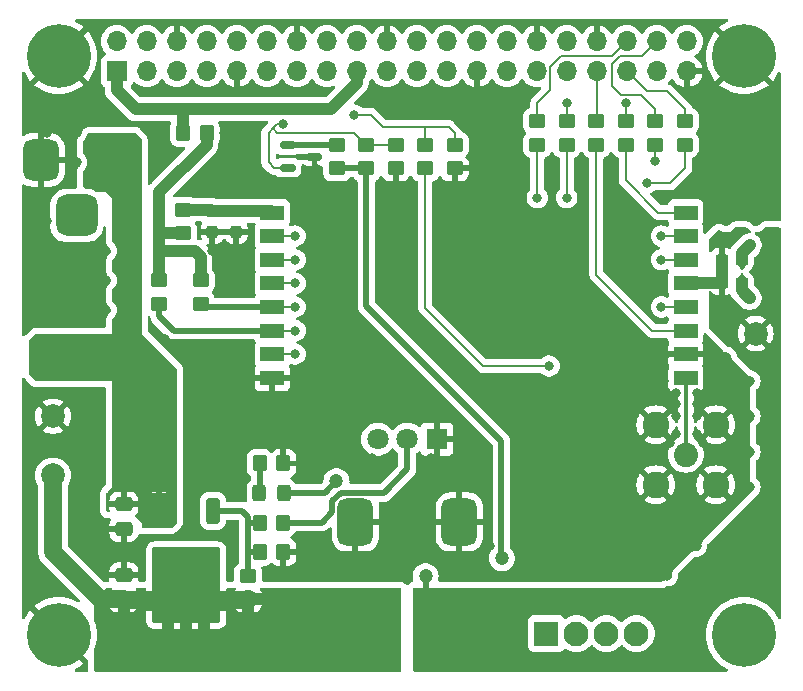
<source format=gbr>
%TF.GenerationSoftware,KiCad,Pcbnew,8.0.2-1*%
%TF.CreationDate,2024-05-25T15:23:03-04:00*%
%TF.ProjectId,Radio HAT,52616469-6f20-4484-9154-2e6b69636164,v1.1*%
%TF.SameCoordinates,Original*%
%TF.FileFunction,Copper,L1,Top*%
%TF.FilePolarity,Positive*%
%FSLAX46Y46*%
G04 Gerber Fmt 4.6, Leading zero omitted, Abs format (unit mm)*
G04 Created by KiCad (PCBNEW 8.0.2-1) date 2024-05-25 15:23:03*
%MOMM*%
%LPD*%
G01*
G04 APERTURE LIST*
G04 Aperture macros list*
%AMRoundRect*
0 Rectangle with rounded corners*
0 $1 Rounding radius*
0 $2 $3 $4 $5 $6 $7 $8 $9 X,Y pos of 4 corners*
0 Add a 4 corners polygon primitive as box body*
4,1,4,$2,$3,$4,$5,$6,$7,$8,$9,$2,$3,0*
0 Add four circle primitives for the rounded corners*
1,1,$1+$1,$2,$3*
1,1,$1+$1,$4,$5*
1,1,$1+$1,$6,$7*
1,1,$1+$1,$8,$9*
0 Add four rect primitives between the rounded corners*
20,1,$1+$1,$2,$3,$4,$5,0*
20,1,$1+$1,$4,$5,$6,$7,0*
20,1,$1+$1,$6,$7,$8,$9,0*
20,1,$1+$1,$8,$9,$2,$3,0*%
G04 Aperture macros list end*
%TA.AperFunction,SMDPad,CuDef*%
%ADD10RoundRect,0.250000X0.350000X0.450000X-0.350000X0.450000X-0.350000X-0.450000X0.350000X-0.450000X0*%
%TD*%
%TA.AperFunction,ComponentPad*%
%ADD11R,2.100000X2.100000*%
%TD*%
%TA.AperFunction,ComponentPad*%
%ADD12C,2.100000*%
%TD*%
%TA.AperFunction,SMDPad,CuDef*%
%ADD13RoundRect,0.250000X-0.400000X-1.075000X0.400000X-1.075000X0.400000X1.075000X-0.400000X1.075000X0*%
%TD*%
%TA.AperFunction,SMDPad,CuDef*%
%ADD14RoundRect,0.150000X-0.512500X-0.150000X0.512500X-0.150000X0.512500X0.150000X-0.512500X0.150000X0*%
%TD*%
%TA.AperFunction,SMDPad,CuDef*%
%ADD15RoundRect,0.250000X-0.450000X0.350000X-0.450000X-0.350000X0.450000X-0.350000X0.450000X0.350000X0*%
%TD*%
%TA.AperFunction,ComponentPad*%
%ADD16C,0.800000*%
%TD*%
%TA.AperFunction,ComponentPad*%
%ADD17C,5.400000*%
%TD*%
%TA.AperFunction,ComponentPad*%
%ADD18C,2.000000*%
%TD*%
%TA.AperFunction,SMDPad,CuDef*%
%ADD19RoundRect,0.250000X0.450000X-0.350000X0.450000X0.350000X-0.450000X0.350000X-0.450000X-0.350000X0*%
%TD*%
%TA.AperFunction,ComponentPad*%
%ADD20R,1.800000X1.800000*%
%TD*%
%TA.AperFunction,ComponentPad*%
%ADD21C,1.800000*%
%TD*%
%TA.AperFunction,ComponentPad*%
%ADD22RoundRect,0.750000X-0.750000X1.250000X-0.750000X-1.250000X0.750000X-1.250000X0.750000X1.250000X0*%
%TD*%
%TA.AperFunction,SMDPad,CuDef*%
%ADD23RoundRect,0.250000X-0.475000X0.337500X-0.475000X-0.337500X0.475000X-0.337500X0.475000X0.337500X0*%
%TD*%
%TA.AperFunction,SMDPad,CuDef*%
%ADD24RoundRect,0.237500X-0.300000X-0.237500X0.300000X-0.237500X0.300000X0.237500X-0.300000X0.237500X0*%
%TD*%
%TA.AperFunction,ComponentPad*%
%ADD25C,2.050000*%
%TD*%
%TA.AperFunction,ComponentPad*%
%ADD26C,2.250000*%
%TD*%
%TA.AperFunction,SMDPad,CuDef*%
%ADD27RoundRect,0.250000X-0.350000X-0.450000X0.350000X-0.450000X0.350000X0.450000X-0.350000X0.450000X0*%
%TD*%
%TA.AperFunction,SMDPad,CuDef*%
%ADD28RoundRect,0.250000X0.475000X-0.337500X0.475000X0.337500X-0.475000X0.337500X-0.475000X-0.337500X0*%
%TD*%
%TA.AperFunction,ComponentPad*%
%ADD29R,1.700000X1.700000*%
%TD*%
%TA.AperFunction,ComponentPad*%
%ADD30O,1.700000X1.700000*%
%TD*%
%TA.AperFunction,SMDPad,CuDef*%
%ADD31RoundRect,0.250000X-0.350000X0.850000X-0.350000X-0.850000X0.350000X-0.850000X0.350000X0.850000X0*%
%TD*%
%TA.AperFunction,SMDPad,CuDef*%
%ADD32RoundRect,0.250000X-1.125000X1.275000X-1.125000X-1.275000X1.125000X-1.275000X1.125000X1.275000X0*%
%TD*%
%TA.AperFunction,SMDPad,CuDef*%
%ADD33RoundRect,0.249997X-2.650003X2.950003X-2.650003X-2.950003X2.650003X-2.950003X2.650003X2.950003X0*%
%TD*%
%TA.AperFunction,SMDPad,CuDef*%
%ADD34R,2.000000X1.300000*%
%TD*%
%TA.AperFunction,SMDPad,CuDef*%
%ADD35R,11.500000X4.700000*%
%TD*%
%TA.AperFunction,ComponentPad*%
%ADD36R,3.500000X3.500000*%
%TD*%
%TA.AperFunction,ComponentPad*%
%ADD37RoundRect,0.750000X-0.750000X-1.000000X0.750000X-1.000000X0.750000X1.000000X-0.750000X1.000000X0*%
%TD*%
%TA.AperFunction,ComponentPad*%
%ADD38RoundRect,0.875000X-0.875000X-0.875000X0.875000X-0.875000X0.875000X0.875000X-0.875000X0.875000X0*%
%TD*%
%TA.AperFunction,SMDPad,CuDef*%
%ADD39RoundRect,0.250000X-0.325000X-0.450000X0.325000X-0.450000X0.325000X0.450000X-0.325000X0.450000X0*%
%TD*%
%TA.AperFunction,SMDPad,CuDef*%
%ADD40RoundRect,0.237500X-0.237500X0.300000X-0.237500X-0.300000X0.237500X-0.300000X0.237500X0.300000X0*%
%TD*%
%TA.AperFunction,ViaPad*%
%ADD41C,0.800000*%
%TD*%
%TA.AperFunction,ViaPad*%
%ADD42C,1.200000*%
%TD*%
%TA.AperFunction,Conductor*%
%ADD43C,1.500000*%
%TD*%
%TA.AperFunction,Conductor*%
%ADD44C,1.000000*%
%TD*%
%TA.AperFunction,Conductor*%
%ADD45C,0.200000*%
%TD*%
%TA.AperFunction,Conductor*%
%ADD46C,0.500000*%
%TD*%
%TA.AperFunction,Conductor*%
%ADD47C,0.359250*%
%TD*%
G04 APERTURE END LIST*
D10*
X122500000Y-138000000D03*
X120500000Y-138000000D03*
D11*
X144780000Y-152400000D03*
D12*
X147320000Y-152400000D03*
X149860000Y-152400000D03*
X152400000Y-152400000D03*
D13*
X131450000Y-152500000D03*
X134550000Y-152500000D03*
D14*
X122862500Y-111064000D03*
X122862500Y-112964000D03*
X125137500Y-112014000D03*
D15*
X134518400Y-111014000D03*
X134518400Y-113014000D03*
D16*
X159475000Y-152500000D03*
X160068109Y-151068109D03*
X160068109Y-153931891D03*
X161500000Y-150475000D03*
D17*
X161500000Y-152500000D03*
D16*
X161500000Y-154525000D03*
X162931891Y-151068109D03*
X162931891Y-153931891D03*
X163525000Y-152500000D03*
D18*
X103000000Y-139000000D03*
X103000000Y-134000000D03*
D16*
X101475000Y-152500000D03*
X102068109Y-151068109D03*
X102068109Y-153931891D03*
X103500000Y-150475000D03*
D17*
X103500000Y-152500000D03*
D16*
X103500000Y-154525000D03*
X104931891Y-151068109D03*
X104931891Y-153931891D03*
X105525000Y-152500000D03*
D19*
X119500000Y-149500000D03*
X119500000Y-147500000D03*
D15*
X132029200Y-111014000D03*
X132029200Y-113014000D03*
D20*
X135500000Y-135950000D03*
D21*
X133000000Y-135950000D03*
X130500000Y-135950000D03*
D22*
X137400000Y-142950000D03*
X128600000Y-142950000D03*
D23*
X109000000Y-141462500D03*
X109000000Y-143537500D03*
D19*
X144000000Y-111000000D03*
X144000000Y-109000000D03*
D15*
X127050800Y-111014000D03*
X127050800Y-113014000D03*
D24*
X159605000Y-120750000D03*
X161330000Y-120750000D03*
D19*
X115500000Y-124500000D03*
X115500000Y-122500000D03*
X156500000Y-111000000D03*
X156500000Y-109000000D03*
D25*
X156567500Y-137250000D03*
D26*
X154027500Y-134710000D03*
X154027500Y-139790000D03*
X159107500Y-134710000D03*
X159107500Y-139790000D03*
D19*
X151500000Y-111000000D03*
X151500000Y-109000000D03*
X146500000Y-111000000D03*
X146500000Y-109000000D03*
D27*
X114000000Y-110000000D03*
X116000000Y-110000000D03*
D28*
X109000000Y-149537500D03*
X109000000Y-147462500D03*
D16*
X159475000Y-103500000D03*
X160068109Y-102068109D03*
X160068109Y-104931891D03*
X161500000Y-101475000D03*
D17*
X161500000Y-103500000D03*
D16*
X161500000Y-105525000D03*
X162931891Y-102068109D03*
X162931891Y-104931891D03*
X163525000Y-103500000D03*
D15*
X137007600Y-111014000D03*
X137007600Y-113014000D03*
D29*
X108400000Y-104790000D03*
D30*
X108400000Y-102250000D03*
X110940000Y-104790000D03*
X110940000Y-102250000D03*
X113480000Y-104790000D03*
X113480000Y-102250000D03*
X116020000Y-104790000D03*
X116020000Y-102250000D03*
X118560000Y-104790000D03*
X118560000Y-102250000D03*
X121100000Y-104790000D03*
X121100000Y-102250000D03*
X123640000Y-104790000D03*
X123640000Y-102250000D03*
X126180000Y-104790000D03*
X126180000Y-102250000D03*
X128720000Y-104790000D03*
X128720000Y-102250000D03*
X131260000Y-104790000D03*
X131260000Y-102250000D03*
X133800000Y-104790000D03*
X133800000Y-102250000D03*
X136340000Y-104790000D03*
X136340000Y-102250000D03*
X138880000Y-104790000D03*
X138880000Y-102250000D03*
X141420000Y-104790000D03*
X141420000Y-102250000D03*
X143960000Y-104790000D03*
X143960000Y-102250000D03*
X146500000Y-104790000D03*
X146500000Y-102250000D03*
X149040000Y-104790000D03*
X149040000Y-102250000D03*
X151580000Y-104790000D03*
X151580000Y-102250000D03*
X154120000Y-104790000D03*
X154120000Y-102250000D03*
X156660000Y-104790000D03*
X156660000Y-102250000D03*
D31*
X116560000Y-142000000D03*
D32*
X115805000Y-146625000D03*
X112755000Y-146625000D03*
D33*
X114280000Y-148300000D03*
D32*
X115805000Y-149975000D03*
X112755000Y-149975000D03*
D31*
X112000000Y-142000000D03*
D19*
X154000000Y-111000000D03*
X154000000Y-109000000D03*
D34*
X156567500Y-130750000D03*
X156567500Y-128750000D03*
X156567500Y-126750000D03*
X156567500Y-124750000D03*
X156567500Y-122750000D03*
X156567500Y-120750000D03*
X156567500Y-118750000D03*
X156567500Y-116750000D03*
X121567500Y-116750000D03*
X121567500Y-118750000D03*
X121567500Y-120750000D03*
X121567500Y-122750000D03*
X121567500Y-124750000D03*
X121567500Y-126750000D03*
X121567500Y-128750000D03*
X121567500Y-130750000D03*
D35*
X142000000Y-122000000D03*
D18*
X162500000Y-127000000D03*
D36*
X108000000Y-112300000D03*
D37*
X102000000Y-112300000D03*
D38*
X105000000Y-117000000D03*
D19*
X114000000Y-118500000D03*
X114000000Y-116500000D03*
D39*
X120475000Y-140500000D03*
X122525000Y-140500000D03*
D19*
X112000000Y-124500000D03*
X112000000Y-122500000D03*
D24*
X159605000Y-122750000D03*
X161330000Y-122750000D03*
D40*
X116500000Y-116637500D03*
X116500000Y-118362500D03*
D27*
X120500000Y-143000000D03*
X122500000Y-143000000D03*
X120500000Y-145500000D03*
X122500000Y-145500000D03*
D40*
X118500000Y-116637500D03*
X118500000Y-118362500D03*
D19*
X149000000Y-111000000D03*
X149000000Y-109000000D03*
D15*
X129540000Y-111014000D03*
X129540000Y-113014000D03*
D18*
X103000000Y-129000000D03*
D16*
X101475000Y-103500000D03*
X102068109Y-102068109D03*
X102068109Y-104931891D03*
X103500000Y-101475000D03*
D17*
X103500000Y-103500000D03*
D16*
X103500000Y-105525000D03*
X104931891Y-102068109D03*
X104931891Y-104931891D03*
X105525000Y-103500000D03*
D41*
X112500000Y-112500000D03*
X147500000Y-127500000D03*
X135000000Y-137500000D03*
X122500000Y-132500000D03*
X152500000Y-145000000D03*
X157500000Y-133000000D03*
X162500000Y-115000000D03*
X157500000Y-134000000D03*
X115000000Y-132500000D03*
X140000000Y-112500000D03*
X154750000Y-128000000D03*
X130000000Y-137500000D03*
D42*
X136967500Y-120250000D03*
D41*
X155000000Y-147500000D03*
D42*
X146967500Y-120250000D03*
D41*
X155250000Y-136250000D03*
X158500000Y-131000000D03*
X102500000Y-122500000D03*
X115000000Y-130000000D03*
X162500000Y-110000000D03*
X152500000Y-147500000D03*
X117500000Y-110000000D03*
X140000000Y-147500000D03*
X137500000Y-135000000D03*
X127500000Y-137500000D03*
X162000000Y-124000000D03*
X142500000Y-110000000D03*
X147500000Y-130000000D03*
X107500000Y-125000000D03*
D42*
X119467500Y-130750000D03*
D41*
X145000000Y-145000000D03*
X162000000Y-134000000D03*
X155750000Y-132000000D03*
X142500000Y-107500000D03*
X142500000Y-115000000D03*
X157500000Y-145000000D03*
X150000000Y-117500000D03*
X125000000Y-147500000D03*
X162000000Y-131000000D03*
X162000000Y-137000000D03*
X157500000Y-132000000D03*
X152500000Y-130000000D03*
X147500000Y-125000000D03*
X150000000Y-132500000D03*
D42*
X146967500Y-123750000D03*
D41*
X160000000Y-110000000D03*
X127500000Y-127500000D03*
X160000000Y-129000000D03*
X158967500Y-137250000D03*
X115000000Y-137500000D03*
X150000000Y-115000000D03*
X157500000Y-135500000D03*
X140000000Y-107500000D03*
X137500000Y-137500000D03*
X127500000Y-135000000D03*
X150000000Y-130000000D03*
X105000000Y-120000000D03*
X155750000Y-133000000D03*
X105000000Y-107500000D03*
X154750000Y-130000000D03*
X107500000Y-107500000D03*
X158500000Y-130000000D03*
X158500000Y-128000000D03*
X133223000Y-107492800D03*
X154750000Y-132000000D03*
X142500000Y-145000000D03*
X140000000Y-115000000D03*
X118500000Y-120000000D03*
X107500000Y-120000000D03*
X158500000Y-129000000D03*
X162000000Y-140000000D03*
X117500000Y-132500000D03*
D42*
X136967500Y-123750000D03*
D41*
X155000000Y-145000000D03*
D42*
X141967500Y-120250000D03*
D41*
X125000000Y-135000000D03*
X122500000Y-147500000D03*
X142500000Y-112500000D03*
X142500000Y-117500000D03*
X115000000Y-135000000D03*
X105000000Y-125000000D03*
X102500000Y-115000000D03*
X120000000Y-115000000D03*
X125000000Y-132500000D03*
X160000000Y-117500000D03*
X105000000Y-122500000D03*
X160000000Y-115000000D03*
X155750000Y-134000000D03*
X127500000Y-147500000D03*
X162500000Y-112500000D03*
X142500000Y-147500000D03*
X125000000Y-130000000D03*
X132500000Y-147500000D03*
X137500000Y-140000000D03*
X158000000Y-136250000D03*
X145000000Y-125000000D03*
X105000000Y-110000000D03*
X107500000Y-122500000D03*
X105000000Y-112500000D03*
X117500000Y-130000000D03*
X120000000Y-112500000D03*
X117500000Y-137500000D03*
X137500000Y-147500000D03*
X145000000Y-127500000D03*
X120000000Y-135000000D03*
X140000000Y-117500000D03*
X150000000Y-127500000D03*
X147500000Y-145000000D03*
X102500000Y-107500000D03*
X120000000Y-110000000D03*
X145000000Y-132500000D03*
X160000000Y-107500000D03*
X117500000Y-112500000D03*
X158500000Y-132000000D03*
X112500000Y-127500000D03*
X135000000Y-140000000D03*
X102500000Y-125000000D03*
X150000000Y-120000000D03*
X130000000Y-147500000D03*
D42*
X125250000Y-113250000D03*
D41*
X150000000Y-125000000D03*
X117500000Y-122500000D03*
X102500000Y-117500000D03*
X162000000Y-119500000D03*
X116500000Y-120000000D03*
X162500000Y-117500000D03*
X137500000Y-117500000D03*
X140000000Y-110000000D03*
X102500000Y-120000000D03*
X155750000Y-135500000D03*
X117500000Y-135000000D03*
X135000000Y-142500000D03*
X140000000Y-145000000D03*
X154750000Y-129000000D03*
X102500000Y-110000000D03*
X154750000Y-131000000D03*
X127500000Y-130000000D03*
X160000000Y-112500000D03*
X152500000Y-132500000D03*
X112500000Y-110000000D03*
X122500000Y-135000000D03*
X147500000Y-147500000D03*
X162500000Y-107500000D03*
D42*
X141967500Y-123750000D03*
D41*
X127500000Y-132500000D03*
X153967500Y-137250000D03*
X151500000Y-107500000D03*
X123500000Y-120750000D03*
X123500000Y-118750000D03*
X123500000Y-122750000D03*
X123500000Y-124750000D03*
X123500000Y-126750000D03*
X145000000Y-129750000D03*
D42*
X141000000Y-146000000D03*
D41*
X146500000Y-107500000D03*
D42*
X127000000Y-139500000D03*
X134550000Y-147550000D03*
D41*
X153250000Y-114250000D03*
X154500000Y-120750000D03*
X154500000Y-118750000D03*
X154000000Y-112400000D03*
X154500000Y-124750000D03*
X146500000Y-115500000D03*
X144000000Y-115500000D03*
X123500000Y-128750000D03*
X128500000Y-108500000D03*
X122500000Y-109250000D03*
D43*
X107000000Y-149500000D02*
X108962500Y-149500000D01*
X109000000Y-149537500D02*
X119462500Y-149537500D01*
X119462500Y-149537500D02*
X119500000Y-149500000D01*
X103000000Y-145500000D02*
X107000000Y-149500000D01*
X108962500Y-149500000D02*
X109000000Y-149537500D01*
X103000000Y-139000000D02*
X103000000Y-145500000D01*
D44*
X161330000Y-123330000D02*
X162000000Y-124000000D01*
X161330000Y-120750000D02*
X161330000Y-120170000D01*
X161330000Y-122750000D02*
X161330000Y-123330000D01*
X161330000Y-120170000D02*
X162000000Y-119500000D01*
X114000000Y-108000000D02*
X126500000Y-108000000D01*
X128720000Y-105780000D02*
X128720000Y-104790000D01*
X108400000Y-106400000D02*
X110000000Y-108000000D01*
X114000000Y-110000000D02*
X114000000Y-108000000D01*
X110000000Y-108000000D02*
X114000000Y-108000000D01*
X126500000Y-108000000D02*
X128720000Y-105780000D01*
X108400000Y-104790000D02*
X108400000Y-106400000D01*
D45*
X150330000Y-103500000D02*
X146000000Y-103500000D01*
X146000000Y-103500000D02*
X145110000Y-104390000D01*
X151580000Y-102250000D02*
X150330000Y-103500000D01*
X145110000Y-104390000D02*
X145110000Y-106390000D01*
X144000000Y-107500000D02*
X144000000Y-109000000D01*
X145110000Y-106390000D02*
X144000000Y-107500000D01*
X153300000Y-106500000D02*
X151590000Y-104790000D01*
X155000000Y-106500000D02*
X153300000Y-106500000D01*
X156500000Y-108000000D02*
X155000000Y-106500000D01*
X151590000Y-104790000D02*
X151580000Y-104790000D01*
X156500000Y-109000000D02*
X156500000Y-108000000D01*
X154000000Y-109000000D02*
X154000000Y-108000000D01*
X154000000Y-108000000D02*
X152800000Y-106800000D01*
X150300000Y-104200000D02*
X151000000Y-103500000D01*
X152800000Y-106800000D02*
X151100000Y-106800000D01*
X150300000Y-106000000D02*
X150300000Y-104200000D01*
X151100000Y-106800000D02*
X150300000Y-106000000D01*
X152870000Y-103500000D02*
X154120000Y-102250000D01*
X151000000Y-103500000D02*
X152870000Y-103500000D01*
X151500000Y-109000000D02*
X151500000Y-107500000D01*
X121567500Y-120750000D02*
X123500000Y-120750000D01*
X121567500Y-118750000D02*
X123500000Y-118750000D01*
X149040000Y-108960000D02*
X149000000Y-109000000D01*
X149040000Y-104790000D02*
X149040000Y-108960000D01*
X121567500Y-122750000D02*
X123500000Y-122750000D01*
X121567500Y-124750000D02*
X123500000Y-124750000D01*
D46*
X121567500Y-124750000D02*
X115750000Y-124750000D01*
X115750000Y-124750000D02*
X115500000Y-124500000D01*
X112000000Y-125500000D02*
X112000000Y-124500000D01*
X121567500Y-126750000D02*
X113250000Y-126750000D01*
D45*
X121567500Y-126750000D02*
X123500000Y-126750000D01*
D46*
X113250000Y-126750000D02*
X112000000Y-125500000D01*
D45*
X134518400Y-124841000D02*
X139427400Y-129750000D01*
X134518400Y-113014000D02*
X134518400Y-124841000D01*
X139427400Y-129750000D02*
X145000000Y-129750000D01*
D46*
X141000000Y-146000000D02*
X140970000Y-145970000D01*
X140970000Y-145970000D02*
X140970000Y-136093200D01*
X129540000Y-113014000D02*
X127050800Y-113014000D01*
X140970000Y-136093200D02*
X129540000Y-124663200D01*
X129540000Y-124663200D02*
X129540000Y-113014000D01*
D45*
X146500000Y-109000000D02*
X146500000Y-107500000D01*
D47*
X156567500Y-130750000D02*
X156567500Y-137250000D01*
D44*
X112000000Y-118500000D02*
X114000000Y-118500000D01*
X112000000Y-118500000D02*
X112000000Y-120000000D01*
X112000000Y-115000000D02*
X112000000Y-118500000D01*
X112000000Y-120000000D02*
X112000000Y-122500000D01*
X115500000Y-120500000D02*
X115500000Y-122500000D01*
X115500000Y-120500000D02*
X115000000Y-120000000D01*
X116000000Y-110000000D02*
X116000000Y-111000000D01*
X115000000Y-120000000D02*
X112000000Y-120000000D01*
X116000000Y-111000000D02*
X112000000Y-115000000D01*
D46*
X120500000Y-145500000D02*
X119500000Y-145500000D01*
X119500000Y-142500000D02*
X119000000Y-142000000D01*
X119500000Y-147500000D02*
X119500000Y-145500000D01*
X119500000Y-145500000D02*
X119500000Y-143000000D01*
X119000000Y-142000000D02*
X116560000Y-142000000D01*
X120500000Y-143000000D02*
X119500000Y-143000000D01*
X119500000Y-143000000D02*
X119500000Y-142500000D01*
X131000000Y-140500000D02*
X133000000Y-138500000D01*
X126650000Y-141202944D02*
X127352944Y-140500000D01*
X133000000Y-138500000D02*
X133000000Y-135950000D01*
X126650000Y-142100000D02*
X126650000Y-141202944D01*
X127352944Y-140500000D02*
X131000000Y-140500000D01*
X125750000Y-143000000D02*
X126650000Y-142100000D01*
X122500000Y-143000000D02*
X125750000Y-143000000D01*
X126000000Y-140500000D02*
X127000000Y-139500000D01*
X134550000Y-147550000D02*
X134550000Y-152500000D01*
X122525000Y-140500000D02*
X126000000Y-140500000D01*
D44*
X156567500Y-122750000D02*
X159605000Y-122750000D01*
X159605000Y-122750000D02*
X159605000Y-120750000D01*
D47*
X120500000Y-140475000D02*
X120475000Y-140500000D01*
D46*
X120500000Y-138000000D02*
X120500000Y-140475000D01*
D45*
X154500000Y-120750000D02*
X156567500Y-120750000D01*
X156500000Y-113000000D02*
X155500000Y-114000000D01*
X155250000Y-114250000D02*
X153250000Y-114250000D01*
X156500000Y-111000000D02*
X156500000Y-113000000D01*
X155500000Y-114000000D02*
X155250000Y-114250000D01*
X154500000Y-118750000D02*
X156567500Y-118750000D01*
X154000000Y-111000000D02*
X154000000Y-112400000D01*
X151500000Y-111000000D02*
X151500000Y-114000000D01*
X154250000Y-116750000D02*
X156567500Y-116750000D01*
X151500000Y-114000000D02*
X154250000Y-116750000D01*
X153750000Y-126750000D02*
X156567500Y-126750000D01*
X149000000Y-111000000D02*
X149000000Y-122000000D01*
X149000000Y-122000000D02*
X153750000Y-126750000D01*
X154500000Y-124750000D02*
X156567500Y-124750000D01*
X146500000Y-111000000D02*
X146500000Y-115500000D01*
X144000000Y-111000000D02*
X144000000Y-115500000D01*
X123500000Y-128750000D02*
X121567500Y-128750000D01*
D44*
X114000000Y-116500000D02*
X116362500Y-116500000D01*
X118500000Y-116637500D02*
X121455000Y-116637500D01*
X118500000Y-116637500D02*
X116500000Y-116637500D01*
X116362500Y-116500000D02*
X116500000Y-116637500D01*
D45*
X134416800Y-109500000D02*
X136500000Y-109500000D01*
X134518400Y-109500000D02*
X134518400Y-111014000D01*
X130912200Y-109500000D02*
X134416800Y-109500000D01*
X137007600Y-110007600D02*
X137007600Y-111014000D01*
X129912200Y-108500000D02*
X130912200Y-109500000D01*
X128500000Y-108500000D02*
X129912200Y-108500000D01*
X136500000Y-109500000D02*
X137007600Y-110007600D01*
X134416800Y-109500000D02*
X134518400Y-109500000D01*
X129540000Y-111014000D02*
X132029200Y-111014000D01*
X121250000Y-110000000D02*
X121625000Y-109625000D01*
X122500000Y-109250000D02*
X122000000Y-109250000D01*
X122000000Y-110000000D02*
X121625000Y-109625000D01*
X121700000Y-112950000D02*
X122862500Y-112950000D01*
X128526000Y-110000000D02*
X122000000Y-110000000D01*
X129540000Y-111014000D02*
X128526000Y-110000000D01*
X121250000Y-110000000D02*
X121250000Y-112500000D01*
X121250000Y-112500000D02*
X121700000Y-112950000D01*
X121625000Y-109625000D02*
X122000000Y-109250000D01*
D46*
X127000800Y-111064000D02*
X127050800Y-111014000D01*
X122862500Y-111064000D02*
X127000800Y-111064000D01*
%TA.AperFunction,Conductor*%
G36*
X161750290Y-118019685D02*
G01*
X161775401Y-118041028D01*
X161894129Y-118172888D01*
X162034924Y-118275182D01*
X162077590Y-118330512D01*
X162083569Y-118400125D01*
X162050963Y-118461920D01*
X161990124Y-118496278D01*
X161962039Y-118499500D01*
X161901457Y-118499500D01*
X161708171Y-118537947D01*
X161708163Y-118537949D01*
X161526089Y-118613367D01*
X161526079Y-118613372D01*
X161362219Y-118722860D01*
X161362215Y-118722863D01*
X160985579Y-119099500D01*
X160692221Y-119392858D01*
X160692218Y-119392861D01*
X160637206Y-119447873D01*
X160552859Y-119532219D01*
X160443371Y-119696079D01*
X160443366Y-119696089D01*
X160406062Y-119786150D01*
X160362221Y-119840553D01*
X160295927Y-119862618D01*
X160228227Y-119845339D01*
X160226403Y-119844235D01*
X160218807Y-119839549D01*
X160218800Y-119839546D01*
X160055152Y-119785319D01*
X159954154Y-119775000D01*
X159855000Y-119775000D01*
X159855000Y-123724999D01*
X159954140Y-123724999D01*
X159954154Y-123724998D01*
X160055152Y-123714680D01*
X160218805Y-123660451D01*
X160226400Y-123655767D01*
X160293792Y-123637324D01*
X160360456Y-123658244D01*
X160405228Y-123711884D01*
X160406062Y-123713850D01*
X160443366Y-123803910D01*
X160443371Y-123803920D01*
X160552860Y-123967781D01*
X160552863Y-123967785D01*
X160696537Y-124111459D01*
X160696559Y-124111479D01*
X161362215Y-124777136D01*
X161362219Y-124777139D01*
X161526079Y-124886627D01*
X161526083Y-124886629D01*
X161526086Y-124886631D01*
X161708164Y-124962051D01*
X161898946Y-125000000D01*
X161901455Y-125000499D01*
X161901458Y-125000500D01*
X161901460Y-125000500D01*
X162098542Y-125000500D01*
X162098543Y-125000499D01*
X162291836Y-124962051D01*
X162473914Y-124886631D01*
X162637781Y-124777139D01*
X162777139Y-124637781D01*
X162886631Y-124473914D01*
X162962051Y-124291836D01*
X163000500Y-124098540D01*
X163000500Y-123901460D01*
X163000500Y-123901457D01*
X163000499Y-123901455D01*
X162991789Y-123857669D01*
X162962051Y-123708164D01*
X162886631Y-123526086D01*
X162886629Y-123526083D01*
X162886627Y-123526079D01*
X162777139Y-123362219D01*
X162777136Y-123362215D01*
X162404318Y-122989397D01*
X162370833Y-122928074D01*
X162367999Y-122901716D01*
X162367999Y-122463330D01*
X162367998Y-122463313D01*
X162357674Y-122362247D01*
X162303408Y-122198484D01*
X162212840Y-122051650D01*
X162090850Y-121929660D01*
X161970678Y-121855537D01*
X161923956Y-121803591D01*
X161912733Y-121734628D01*
X161940577Y-121670546D01*
X161970677Y-121644462D01*
X162090850Y-121570340D01*
X162212840Y-121448350D01*
X162303408Y-121301516D01*
X162357674Y-121137753D01*
X162368000Y-121036677D01*
X162367999Y-120598281D01*
X162387683Y-120531243D01*
X162404318Y-120510601D01*
X162777136Y-120137784D01*
X162777136Y-120137783D01*
X162777139Y-120137781D01*
X162886631Y-119973914D01*
X162962051Y-119791836D01*
X163000500Y-119598540D01*
X163000500Y-119401460D01*
X163000500Y-119401457D01*
X163000499Y-119401455D01*
X162976781Y-119282216D01*
X162962051Y-119208164D01*
X162886631Y-119026086D01*
X162886629Y-119026083D01*
X162886627Y-119026079D01*
X162777139Y-118862219D01*
X162777136Y-118862215D01*
X162637781Y-118722860D01*
X162495216Y-118627602D01*
X162450411Y-118573990D01*
X162441704Y-118504665D01*
X162471858Y-118441638D01*
X162531301Y-118404918D01*
X162564107Y-118400500D01*
X162594644Y-118400500D01*
X162594646Y-118400500D01*
X162779803Y-118361144D01*
X162952730Y-118284151D01*
X163105871Y-118172888D01*
X163224599Y-118041028D01*
X163284086Y-118004379D01*
X163316749Y-118000000D01*
X164494500Y-118000000D01*
X164561539Y-118019685D01*
X164607294Y-118072489D01*
X164618500Y-118124000D01*
X164618500Y-151045346D01*
X164598815Y-151112385D01*
X164546011Y-151158140D01*
X164476853Y-151168084D01*
X164413297Y-151139059D01*
X164385972Y-151105327D01*
X164235288Y-150832684D01*
X164214211Y-150794548D01*
X164129387Y-150675001D01*
X164006194Y-150501377D01*
X163766661Y-150233339D01*
X163498623Y-149993806D01*
X163498622Y-149993805D01*
X163205454Y-149785790D01*
X162890831Y-149611905D01*
X162804086Y-149575974D01*
X162558724Y-149474341D01*
X162558720Y-149474339D01*
X162558718Y-149474339D01*
X162213305Y-149374828D01*
X162213296Y-149374826D01*
X161858914Y-149314614D01*
X161858902Y-149314612D01*
X161500000Y-149294457D01*
X161141097Y-149314612D01*
X161141085Y-149314614D01*
X160786703Y-149374826D01*
X160786694Y-149374828D01*
X160441281Y-149474339D01*
X160109168Y-149611905D01*
X159794545Y-149785790D01*
X159501377Y-149993805D01*
X159233339Y-150233339D01*
X158993805Y-150501377D01*
X158785790Y-150794545D01*
X158611905Y-151109168D01*
X158474339Y-151441281D01*
X158374828Y-151786694D01*
X158374826Y-151786703D01*
X158314614Y-152141085D01*
X158314612Y-152141097D01*
X158294457Y-152500000D01*
X158314612Y-152858902D01*
X158314614Y-152858914D01*
X158374826Y-153213296D01*
X158374828Y-153213305D01*
X158465982Y-153529709D01*
X158474341Y-153558724D01*
X158568390Y-153785777D01*
X158607074Y-153879169D01*
X158611906Y-153890833D01*
X158641341Y-153944091D01*
X158785790Y-154205454D01*
X158918951Y-154393126D01*
X158993806Y-154498623D01*
X159233339Y-154766661D01*
X159501377Y-155006194D01*
X159677228Y-155130968D01*
X159794548Y-155214211D01*
X159964454Y-155308114D01*
X160105327Y-155385972D01*
X160154480Y-155435629D01*
X160168983Y-155503977D01*
X160144233Y-155569316D01*
X160088087Y-155610901D01*
X160045346Y-155618500D01*
X133624000Y-155618500D01*
X133556961Y-155598815D01*
X133511206Y-155546011D01*
X133500000Y-155494500D01*
X133500000Y-154500000D01*
X136000000Y-154500000D01*
X136000000Y-151302135D01*
X143229500Y-151302135D01*
X143229500Y-153497870D01*
X143229501Y-153497876D01*
X143235908Y-153557483D01*
X143286202Y-153692328D01*
X143286206Y-153692335D01*
X143372452Y-153807544D01*
X143372455Y-153807547D01*
X143487664Y-153893793D01*
X143487671Y-153893797D01*
X143622517Y-153944091D01*
X143622516Y-153944091D01*
X143629444Y-153944835D01*
X143682127Y-153950500D01*
X145877872Y-153950499D01*
X145937483Y-153944091D01*
X146072331Y-153893796D01*
X146187546Y-153807546D01*
X146265087Y-153703964D01*
X146321019Y-153662095D01*
X146390711Y-153657111D01*
X146429142Y-153672550D01*
X146613910Y-153785777D01*
X146839381Y-153879169D01*
X146839378Y-153879169D01*
X146839384Y-153879170D01*
X146839388Y-153879172D01*
X147076698Y-153936146D01*
X147320000Y-153955294D01*
X147563302Y-153936146D01*
X147800612Y-153879172D01*
X148026089Y-153785777D01*
X148234179Y-153658259D01*
X148419759Y-153499759D01*
X148495710Y-153410832D01*
X148554216Y-153372638D01*
X148624084Y-153372139D01*
X148683131Y-153409493D01*
X148684290Y-153410832D01*
X148758632Y-153497876D01*
X148760241Y-153499759D01*
X148795308Y-153529709D01*
X148945823Y-153658261D01*
X148945826Y-153658262D01*
X149153910Y-153785777D01*
X149379381Y-153879169D01*
X149379378Y-153879169D01*
X149379384Y-153879170D01*
X149379388Y-153879172D01*
X149616698Y-153936146D01*
X149860000Y-153955294D01*
X150103302Y-153936146D01*
X150340612Y-153879172D01*
X150566089Y-153785777D01*
X150774179Y-153658259D01*
X150959759Y-153499759D01*
X151035710Y-153410832D01*
X151094216Y-153372638D01*
X151164084Y-153372139D01*
X151223131Y-153409493D01*
X151224290Y-153410832D01*
X151298632Y-153497876D01*
X151300241Y-153499759D01*
X151335308Y-153529709D01*
X151485823Y-153658261D01*
X151485826Y-153658262D01*
X151693910Y-153785777D01*
X151919381Y-153879169D01*
X151919378Y-153879169D01*
X151919384Y-153879170D01*
X151919388Y-153879172D01*
X152156698Y-153936146D01*
X152400000Y-153955294D01*
X152643302Y-153936146D01*
X152880612Y-153879172D01*
X153106089Y-153785777D01*
X153314179Y-153658259D01*
X153499759Y-153499759D01*
X153658259Y-153314179D01*
X153785777Y-153106089D01*
X153879172Y-152880612D01*
X153936146Y-152643302D01*
X153955294Y-152400000D01*
X153936146Y-152156698D01*
X153879172Y-151919388D01*
X153879169Y-151919380D01*
X153785777Y-151693910D01*
X153658262Y-151485826D01*
X153658261Y-151485823D01*
X153608755Y-151427859D01*
X153499759Y-151300241D01*
X153333380Y-151158140D01*
X153314176Y-151141738D01*
X153314173Y-151141737D01*
X153106089Y-151014222D01*
X152880618Y-150920830D01*
X152880621Y-150920830D01*
X152774992Y-150895470D01*
X152643302Y-150863854D01*
X152643300Y-150863853D01*
X152643297Y-150863853D01*
X152400000Y-150844706D01*
X152156702Y-150863853D01*
X152156698Y-150863854D01*
X151980301Y-150906204D01*
X151919380Y-150920830D01*
X151693910Y-151014222D01*
X151485826Y-151141737D01*
X151485823Y-151141738D01*
X151300241Y-151300241D01*
X151224290Y-151389168D01*
X151165783Y-151427361D01*
X151095915Y-151427859D01*
X151036869Y-151390505D01*
X151035710Y-151389168D01*
X151017844Y-151368250D01*
X150959759Y-151300241D01*
X150793380Y-151158140D01*
X150774176Y-151141738D01*
X150774173Y-151141737D01*
X150566089Y-151014222D01*
X150340618Y-150920830D01*
X150340621Y-150920830D01*
X150234992Y-150895470D01*
X150103302Y-150863854D01*
X150103300Y-150863853D01*
X150103297Y-150863853D01*
X149860000Y-150844706D01*
X149616702Y-150863853D01*
X149616698Y-150863854D01*
X149440301Y-150906204D01*
X149379380Y-150920830D01*
X149153910Y-151014222D01*
X148945826Y-151141737D01*
X148945823Y-151141738D01*
X148760241Y-151300241D01*
X148684290Y-151389168D01*
X148625783Y-151427361D01*
X148555915Y-151427859D01*
X148496869Y-151390505D01*
X148495710Y-151389168D01*
X148477844Y-151368250D01*
X148419759Y-151300241D01*
X148253380Y-151158140D01*
X148234176Y-151141738D01*
X148234173Y-151141737D01*
X148026089Y-151014222D01*
X147800618Y-150920830D01*
X147800621Y-150920830D01*
X147694992Y-150895470D01*
X147563302Y-150863854D01*
X147563300Y-150863853D01*
X147563297Y-150863853D01*
X147320000Y-150844706D01*
X147076702Y-150863853D01*
X147076698Y-150863854D01*
X146900301Y-150906204D01*
X146839380Y-150920830D01*
X146613910Y-151014222D01*
X146429142Y-151127449D01*
X146361696Y-151145694D01*
X146295094Y-151124578D01*
X146265086Y-151096033D01*
X146187547Y-150992455D01*
X146187544Y-150992452D01*
X146072335Y-150906206D01*
X146072328Y-150906202D01*
X145937482Y-150855908D01*
X145937483Y-150855908D01*
X145877883Y-150849501D01*
X145877881Y-150849500D01*
X145877873Y-150849500D01*
X145877864Y-150849500D01*
X143682129Y-150849500D01*
X143682123Y-150849501D01*
X143622516Y-150855908D01*
X143487671Y-150906202D01*
X143487664Y-150906206D01*
X143372455Y-150992452D01*
X143372452Y-150992455D01*
X143286206Y-151107664D01*
X143286202Y-151107671D01*
X143235908Y-151242517D01*
X143229501Y-151302116D01*
X143229500Y-151302135D01*
X136000000Y-151302135D01*
X136000000Y-150500000D01*
X133500000Y-150500000D01*
X133500000Y-148624000D01*
X133519685Y-148556961D01*
X133572489Y-148511206D01*
X133624000Y-148500000D01*
X154750000Y-148500000D01*
X154813182Y-148436817D01*
X154874503Y-148403334D01*
X154900862Y-148400500D01*
X155094644Y-148400500D01*
X155094646Y-148400500D01*
X155279803Y-148361144D01*
X155452730Y-148284151D01*
X155605871Y-148172888D01*
X155732533Y-148032216D01*
X155827179Y-147868284D01*
X155885674Y-147688256D01*
X155905460Y-147500000D01*
X155896856Y-147418141D01*
X155909425Y-147349415D01*
X155932490Y-147317509D01*
X157313182Y-145936817D01*
X157374503Y-145903334D01*
X157400861Y-145900500D01*
X157594644Y-145900500D01*
X157594646Y-145900500D01*
X157779803Y-145861144D01*
X157952730Y-145784151D01*
X158105871Y-145672888D01*
X158232533Y-145532216D01*
X158327179Y-145368284D01*
X158385674Y-145188256D01*
X158405460Y-145000000D01*
X158396856Y-144918141D01*
X158409425Y-144849415D01*
X158432490Y-144817509D01*
X162493810Y-140756189D01*
X162508589Y-140743567D01*
X162605871Y-140672888D01*
X162732533Y-140532216D01*
X162827179Y-140368284D01*
X162885674Y-140188256D01*
X162905460Y-140000000D01*
X162885674Y-139811744D01*
X162827179Y-139631716D01*
X162732533Y-139467784D01*
X162682922Y-139412686D01*
X162605876Y-139327116D01*
X162605871Y-139327112D01*
X162551113Y-139287327D01*
X162508448Y-139231997D01*
X162500000Y-139187010D01*
X162500000Y-137812988D01*
X162519685Y-137745949D01*
X162551113Y-137712671D01*
X162605871Y-137672888D01*
X162732533Y-137532216D01*
X162827179Y-137368284D01*
X162885674Y-137188256D01*
X162905460Y-137000000D01*
X162885674Y-136811744D01*
X162827179Y-136631716D01*
X162732533Y-136467784D01*
X162682922Y-136412686D01*
X162605876Y-136327116D01*
X162605871Y-136327112D01*
X162551113Y-136287327D01*
X162508448Y-136231997D01*
X162500000Y-136187010D01*
X162500000Y-134812988D01*
X162519685Y-134745949D01*
X162551113Y-134712671D01*
X162605871Y-134672888D01*
X162732533Y-134532216D01*
X162827179Y-134368284D01*
X162885674Y-134188256D01*
X162905460Y-134000000D01*
X162885674Y-133811744D01*
X162827179Y-133631716D01*
X162732533Y-133467784D01*
X162671950Y-133400500D01*
X162605876Y-133327116D01*
X162605871Y-133327112D01*
X162551113Y-133287327D01*
X162508448Y-133231997D01*
X162500000Y-133187010D01*
X162500000Y-131812988D01*
X162519685Y-131745949D01*
X162551113Y-131712671D01*
X162605871Y-131672888D01*
X162732533Y-131532216D01*
X162827179Y-131368284D01*
X162885674Y-131188256D01*
X162905460Y-131000000D01*
X162885674Y-130811744D01*
X162827179Y-130631716D01*
X162732533Y-130467784D01*
X162605871Y-130327112D01*
X162605870Y-130327111D01*
X162452734Y-130215851D01*
X162452729Y-130215848D01*
X162279807Y-130138857D01*
X162279802Y-130138855D01*
X162136737Y-130108446D01*
X162075255Y-130075254D01*
X162074837Y-130074837D01*
X160925406Y-128925406D01*
X160891921Y-128864083D01*
X160889767Y-128850692D01*
X160885674Y-128811744D01*
X160827179Y-128631716D01*
X160732533Y-128467784D01*
X160605871Y-128327112D01*
X160605870Y-128327111D01*
X160452734Y-128215851D01*
X160452729Y-128215848D01*
X160279807Y-128138857D01*
X160279802Y-128138855D01*
X160136737Y-128108446D01*
X160075255Y-128075254D01*
X160074837Y-128074837D01*
X158999994Y-126999994D01*
X160994859Y-126999994D01*
X160994859Y-127000005D01*
X161015385Y-127247729D01*
X161015387Y-127247738D01*
X161076412Y-127488717D01*
X161176266Y-127716364D01*
X161276564Y-127869882D01*
X162017037Y-127129409D01*
X162034075Y-127192993D01*
X162099901Y-127307007D01*
X162192993Y-127400099D01*
X162307007Y-127465925D01*
X162370590Y-127482962D01*
X161629942Y-128223609D01*
X161676768Y-128260055D01*
X161676770Y-128260056D01*
X161895385Y-128378364D01*
X161895396Y-128378369D01*
X162130506Y-128459083D01*
X162375707Y-128500000D01*
X162624293Y-128500000D01*
X162869493Y-128459083D01*
X163104603Y-128378369D01*
X163104614Y-128378364D01*
X163323228Y-128260057D01*
X163323231Y-128260055D01*
X163370056Y-128223609D01*
X162629409Y-127482962D01*
X162692993Y-127465925D01*
X162807007Y-127400099D01*
X162900099Y-127307007D01*
X162965925Y-127192993D01*
X162982962Y-127129410D01*
X163723434Y-127869882D01*
X163823731Y-127716369D01*
X163923587Y-127488717D01*
X163984612Y-127247738D01*
X163984614Y-127247729D01*
X164005141Y-127000005D01*
X164005141Y-126999994D01*
X163984614Y-126752270D01*
X163984612Y-126752261D01*
X163923587Y-126511282D01*
X163823731Y-126283630D01*
X163723434Y-126130116D01*
X162982962Y-126870589D01*
X162965925Y-126807007D01*
X162900099Y-126692993D01*
X162807007Y-126599901D01*
X162692993Y-126534075D01*
X162629410Y-126517037D01*
X163370057Y-125776390D01*
X163370056Y-125776389D01*
X163323229Y-125739943D01*
X163104614Y-125621635D01*
X163104603Y-125621630D01*
X162869493Y-125540916D01*
X162624293Y-125500000D01*
X162375707Y-125500000D01*
X162130506Y-125540916D01*
X161895396Y-125621630D01*
X161895390Y-125621632D01*
X161676761Y-125739949D01*
X161629942Y-125776388D01*
X161629942Y-125776390D01*
X162370590Y-126517037D01*
X162307007Y-126534075D01*
X162192993Y-126599901D01*
X162099901Y-126692993D01*
X162034075Y-126807007D01*
X162017037Y-126870589D01*
X161276564Y-126130116D01*
X161176267Y-126283632D01*
X161076412Y-126511282D01*
X161015387Y-126752261D01*
X161015385Y-126752270D01*
X160994859Y-126999994D01*
X158999994Y-126999994D01*
X158536319Y-126536319D01*
X158502834Y-126474996D01*
X158500000Y-126448638D01*
X158500000Y-123523318D01*
X158519685Y-123456279D01*
X158572489Y-123410524D01*
X158641647Y-123400580D01*
X158705203Y-123429605D01*
X158721270Y-123446412D01*
X158722557Y-123448040D01*
X158844461Y-123569944D01*
X158844465Y-123569947D01*
X158991188Y-123660448D01*
X158991199Y-123660453D01*
X159154847Y-123714680D01*
X159255851Y-123724999D01*
X159355000Y-123724998D01*
X159355000Y-119774999D01*
X159255860Y-119775000D01*
X159255844Y-119775001D01*
X159154847Y-119785319D01*
X158991199Y-119839546D01*
X158991188Y-119839551D01*
X158844465Y-119930052D01*
X158844461Y-119930055D01*
X158722557Y-120051959D01*
X158721265Y-120053594D01*
X158720093Y-120054423D01*
X158717448Y-120057069D01*
X158716995Y-120056616D01*
X158664242Y-120093969D01*
X158594443Y-120097107D01*
X158534028Y-120062010D01*
X158502178Y-119999822D01*
X158500000Y-119976681D01*
X158500000Y-119051361D01*
X158519685Y-118984322D01*
X158536314Y-118963685D01*
X159280429Y-118219570D01*
X159341748Y-118186088D01*
X159411439Y-118191072D01*
X159440991Y-118206936D01*
X159547265Y-118284148D01*
X159547270Y-118284151D01*
X159720192Y-118361142D01*
X159720197Y-118361144D01*
X159905354Y-118400500D01*
X159905355Y-118400500D01*
X160094644Y-118400500D01*
X160094646Y-118400500D01*
X160279803Y-118361144D01*
X160452730Y-118284151D01*
X160605871Y-118172888D01*
X160724599Y-118041028D01*
X160784086Y-118004379D01*
X160816749Y-118000000D01*
X161683251Y-118000000D01*
X161750290Y-118019685D01*
G37*
%TD.AperFunction*%
%TA.AperFunction,Conductor*%
G36*
X113500000Y-142948638D02*
G01*
X113480315Y-143015677D01*
X113463681Y-143036319D01*
X113036319Y-143463681D01*
X112974996Y-143497166D01*
X112948638Y-143500000D01*
X111000000Y-143500000D01*
X110624000Y-143500000D01*
X110556961Y-143480315D01*
X110511206Y-143427511D01*
X110500000Y-143376000D01*
X110500000Y-143000000D01*
X110500000Y-140500000D01*
X113500000Y-140500000D01*
X113500000Y-142948638D01*
G37*
%TD.AperFunction*%
%TA.AperFunction,Conductor*%
G36*
X110000000Y-131000000D02*
G01*
X101551362Y-131000000D01*
X101484323Y-130980315D01*
X101463681Y-130963681D01*
X101036319Y-130536319D01*
X101002834Y-130474996D01*
X101000000Y-130448638D01*
X101000000Y-127551362D01*
X101019685Y-127484323D01*
X101036319Y-127463681D01*
X101463681Y-127036319D01*
X101525004Y-127002834D01*
X101551362Y-127000000D01*
X108000000Y-127000000D01*
X110000000Y-127000000D01*
X110000000Y-131000000D01*
G37*
%TD.AperFunction*%
%TA.AperFunction,Conductor*%
G36*
X107932016Y-148519685D02*
G01*
X107977771Y-148572489D01*
X107987715Y-148641647D01*
X107958690Y-148705203D01*
X107952658Y-148711681D01*
X107932684Y-148731654D01*
X107840643Y-148880875D01*
X107840641Y-148880880D01*
X107788743Y-149037500D01*
X110211256Y-149037500D01*
X110159358Y-148880880D01*
X110159356Y-148880875D01*
X110067315Y-148731654D01*
X110047342Y-148711681D01*
X110013857Y-148650358D01*
X110018841Y-148580666D01*
X110060713Y-148524733D01*
X110126177Y-148500316D01*
X110135023Y-148500000D01*
X110756000Y-148500000D01*
X110823039Y-148519685D01*
X110868794Y-148572489D01*
X110880000Y-148624000D01*
X110880000Y-149474999D01*
X110880002Y-149475000D01*
X112255000Y-149475000D01*
X112255000Y-148500000D01*
X113255000Y-148500000D01*
X113255000Y-149475000D01*
X113780000Y-149475000D01*
X113780000Y-148500000D01*
X114780000Y-148500000D01*
X114780000Y-149475000D01*
X115305000Y-149475000D01*
X115305000Y-148500000D01*
X116305000Y-148500000D01*
X116305000Y-149475000D01*
X117680000Y-149475000D01*
X117680000Y-148624000D01*
X117699685Y-148556961D01*
X117752489Y-148511206D01*
X117804000Y-148500000D01*
X118347555Y-148500000D01*
X118414594Y-148519685D01*
X118460349Y-148572489D01*
X118470293Y-148641647D01*
X118453094Y-148689097D01*
X118365643Y-148830875D01*
X118365641Y-148830880D01*
X118310495Y-148997298D01*
X118310494Y-148997305D01*
X118310219Y-149000000D01*
X120689780Y-149000000D01*
X120689505Y-148997305D01*
X120689504Y-148997298D01*
X120634358Y-148830880D01*
X120634356Y-148830875D01*
X120546906Y-148689097D01*
X120528466Y-148621705D01*
X120549388Y-148555041D01*
X120603030Y-148510271D01*
X120652445Y-148500000D01*
X132376000Y-148500000D01*
X132443039Y-148519685D01*
X132488794Y-148572489D01*
X132500000Y-148624000D01*
X132500000Y-150500000D01*
X130000000Y-150500000D01*
X130000000Y-154500000D01*
X132500000Y-154500000D01*
X132500000Y-155494500D01*
X132480315Y-155561539D01*
X132427511Y-155607294D01*
X132376000Y-155618500D01*
X106624000Y-155618500D01*
X106556961Y-155598815D01*
X106511206Y-155546011D01*
X106500000Y-155494500D01*
X106500000Y-153645335D01*
X106509439Y-153597882D01*
X106525659Y-153558724D01*
X106625173Y-153213300D01*
X106685387Y-152858907D01*
X106705543Y-152500000D01*
X106685387Y-152141093D01*
X106625173Y-151786700D01*
X106525659Y-151441276D01*
X106509437Y-151402114D01*
X106500000Y-151354664D01*
X106500000Y-151299988D01*
X110880001Y-151299988D01*
X110890494Y-151402699D01*
X110945640Y-151569120D01*
X110945642Y-151569125D01*
X111037683Y-151718346D01*
X111161653Y-151842316D01*
X111310874Y-151934357D01*
X111310879Y-151934359D01*
X111477302Y-151989506D01*
X111477300Y-151989506D01*
X111536134Y-151995516D01*
X111547124Y-152000000D01*
X111573701Y-152000000D01*
X111586304Y-152000642D01*
X111593461Y-152001373D01*
X111601419Y-152000000D01*
X111631375Y-152000000D01*
X111631384Y-151999999D01*
X112255000Y-151999999D01*
X113255000Y-151999999D01*
X113780000Y-151999999D01*
X114780000Y-151999999D01*
X115305000Y-151999999D01*
X116305000Y-151999999D01*
X116979974Y-151999999D01*
X116979988Y-151999998D01*
X117082699Y-151989505D01*
X117249120Y-151934359D01*
X117249125Y-151934357D01*
X117398346Y-151842316D01*
X117522316Y-151718346D01*
X117614357Y-151569125D01*
X117614359Y-151569120D01*
X117669505Y-151402698D01*
X117679999Y-151299988D01*
X117680000Y-151299975D01*
X117680000Y-150475000D01*
X116305000Y-150475000D01*
X116305000Y-151999999D01*
X115305000Y-151999999D01*
X115305000Y-150475000D01*
X114780000Y-150475000D01*
X114780000Y-151999999D01*
X113780000Y-151999999D01*
X113780000Y-150475000D01*
X113255000Y-150475000D01*
X113255000Y-151999999D01*
X112255000Y-151999999D01*
X112255000Y-150475000D01*
X110880001Y-150475000D01*
X110880001Y-151299988D01*
X106500000Y-151299988D01*
X106500000Y-150037500D01*
X107788743Y-150037500D01*
X107840641Y-150194119D01*
X107840643Y-150194124D01*
X107932684Y-150343345D01*
X108056654Y-150467315D01*
X108205875Y-150559356D01*
X108205880Y-150559358D01*
X108372302Y-150614505D01*
X108372309Y-150614506D01*
X108475019Y-150624999D01*
X109500000Y-150624999D01*
X109524972Y-150624999D01*
X109524986Y-150624998D01*
X109627697Y-150614505D01*
X109794119Y-150559358D01*
X109794124Y-150559356D01*
X109943345Y-150467315D01*
X110067315Y-150343345D01*
X110159356Y-150194124D01*
X110159358Y-150194119D01*
X110211257Y-150037500D01*
X109500000Y-150037500D01*
X109500000Y-150624999D01*
X108475019Y-150624999D01*
X108500000Y-150624998D01*
X108500000Y-150037500D01*
X107788743Y-150037500D01*
X106500000Y-150037500D01*
X106500000Y-150000000D01*
X118310219Y-150000000D01*
X118310494Y-150002694D01*
X118310495Y-150002701D01*
X118365641Y-150169119D01*
X118365643Y-150169124D01*
X118457684Y-150318345D01*
X118581654Y-150442315D01*
X118730875Y-150534356D01*
X118730880Y-150534358D01*
X118897302Y-150589505D01*
X118999999Y-150599997D01*
X119000000Y-150599996D01*
X119000000Y-150599995D01*
X120000000Y-150599995D01*
X120102695Y-150589506D01*
X120102698Y-150589505D01*
X120269119Y-150534358D01*
X120269124Y-150534356D01*
X120418345Y-150442315D01*
X120542315Y-150318345D01*
X120634356Y-150169124D01*
X120634358Y-150169119D01*
X120689504Y-150002701D01*
X120689505Y-150002694D01*
X120689781Y-150000000D01*
X120000000Y-150000000D01*
X120000000Y-150599995D01*
X119000000Y-150599995D01*
X119000000Y-150000000D01*
X118310219Y-150000000D01*
X106500000Y-150000000D01*
X106500000Y-149551362D01*
X106519685Y-149484323D01*
X106536319Y-149463681D01*
X107463681Y-148536319D01*
X107525004Y-148502834D01*
X107551362Y-148500000D01*
X107864977Y-148500000D01*
X107932016Y-148519685D01*
G37*
%TD.AperFunction*%
%TA.AperFunction,Conductor*%
G36*
X110015677Y-110019685D02*
G01*
X110036319Y-110036319D01*
X110463681Y-110463681D01*
X110497166Y-110525004D01*
X110500000Y-110551362D01*
X110500000Y-115000000D01*
X106709355Y-115000000D01*
X106646598Y-114982946D01*
X106550119Y-114926330D01*
X106470189Y-114879425D01*
X106379832Y-114845326D01*
X106251126Y-114796755D01*
X106251121Y-114796754D01*
X106021243Y-114752295D01*
X105968652Y-114749501D01*
X105968629Y-114749500D01*
X105968622Y-114749500D01*
X105800862Y-114749500D01*
X105733823Y-114729815D01*
X105713181Y-114713181D01*
X105536319Y-114536319D01*
X105502834Y-114474996D01*
X105500000Y-114448638D01*
X105500000Y-113312988D01*
X105519685Y-113245949D01*
X105551113Y-113212671D01*
X105605871Y-113172888D01*
X105732533Y-113032216D01*
X105827179Y-112868284D01*
X105885674Y-112688256D01*
X105905460Y-112500000D01*
X105885674Y-112311744D01*
X105827179Y-112131716D01*
X105732533Y-111967784D01*
X105682922Y-111912686D01*
X105605876Y-111827116D01*
X105605871Y-111827112D01*
X105551113Y-111787327D01*
X105508448Y-111731997D01*
X105500000Y-111687010D01*
X105500000Y-110812988D01*
X105519685Y-110745949D01*
X105551113Y-110712671D01*
X105605871Y-110672888D01*
X105732533Y-110532216D01*
X105827179Y-110368284D01*
X105885674Y-110188256D01*
X105889766Y-110149313D01*
X105916348Y-110084701D01*
X105925390Y-110074609D01*
X105963684Y-110036316D01*
X106025008Y-110002833D01*
X106051363Y-110000000D01*
X109948638Y-110000000D01*
X110015677Y-110019685D01*
G37*
%TD.AperFunction*%
%TA.AperFunction,Conductor*%
G36*
X132500000Y-154500000D02*
G01*
X130000000Y-154500000D01*
X130000000Y-150500000D01*
X132500000Y-150500000D01*
X132500000Y-154500000D01*
G37*
%TD.AperFunction*%
%TA.AperFunction,Conductor*%
G36*
X136000000Y-154500000D02*
G01*
X133500000Y-154500000D01*
X133500000Y-150500000D01*
X136000000Y-150500000D01*
X136000000Y-154500000D01*
G37*
%TD.AperFunction*%
%TA.AperFunction,Conductor*%
G36*
X110500000Y-127000000D02*
G01*
X113463681Y-129963681D01*
X113497166Y-130025004D01*
X113500000Y-130051362D01*
X113500000Y-140500000D01*
X112724825Y-140500000D01*
X112669124Y-140465643D01*
X112669119Y-140465641D01*
X112502697Y-140410494D01*
X112502690Y-140410493D01*
X112399986Y-140400000D01*
X112250000Y-140400000D01*
X112250000Y-140500000D01*
X111750000Y-140500000D01*
X111750000Y-140400000D01*
X111600027Y-140400000D01*
X111600012Y-140400001D01*
X111497302Y-140410494D01*
X111330880Y-140465641D01*
X111330875Y-140465643D01*
X111275174Y-140500000D01*
X110500000Y-140500000D01*
X110500000Y-143000000D01*
X110005511Y-142505511D01*
X109972026Y-142444188D01*
X109977010Y-142374496D01*
X110005511Y-142330148D01*
X110067317Y-142268342D01*
X110159356Y-142119124D01*
X110159358Y-142119119D01*
X110214505Y-141952697D01*
X110214506Y-141952690D01*
X110224999Y-141849986D01*
X110225000Y-141849973D01*
X110225000Y-141712500D01*
X107775001Y-141712500D01*
X107775001Y-141849986D01*
X107785494Y-141952698D01*
X107785854Y-141953784D01*
X107785878Y-141954495D01*
X107786911Y-141959319D01*
X107786050Y-141959503D01*
X107788254Y-142023613D01*
X107752521Y-142083654D01*
X107689999Y-142114844D01*
X107620540Y-142107282D01*
X107580466Y-142080466D01*
X107536319Y-142036319D01*
X107502834Y-141974996D01*
X107500000Y-141948638D01*
X107500000Y-141075013D01*
X107775000Y-141075013D01*
X107775000Y-141212500D01*
X108750000Y-141212500D01*
X109250000Y-141212500D01*
X110224999Y-141212500D01*
X110224999Y-141075028D01*
X110224998Y-141075013D01*
X110214505Y-140972302D01*
X110159358Y-140805880D01*
X110159356Y-140805875D01*
X110067315Y-140656654D01*
X109943345Y-140532684D01*
X109794124Y-140440643D01*
X109794119Y-140440641D01*
X109627697Y-140385494D01*
X109627690Y-140385493D01*
X109524986Y-140375000D01*
X109250000Y-140375000D01*
X109250000Y-141212500D01*
X108750000Y-141212500D01*
X108750000Y-140375000D01*
X108475029Y-140375000D01*
X108475012Y-140375001D01*
X108372302Y-140385494D01*
X108205880Y-140440641D01*
X108205875Y-140440643D01*
X108056654Y-140532684D01*
X107932684Y-140656654D01*
X107840643Y-140805875D01*
X107840641Y-140805880D01*
X107785494Y-140972302D01*
X107785493Y-140972309D01*
X107775000Y-141075013D01*
X107500000Y-141075013D01*
X107500000Y-140551362D01*
X107519685Y-140484323D01*
X107536319Y-140463681D01*
X107625000Y-140375000D01*
X108000000Y-140000000D01*
X108000000Y-131000000D01*
X110000000Y-131000000D01*
X110000000Y-127000000D01*
X108000000Y-127000000D01*
X108000000Y-125812988D01*
X108019685Y-125745949D01*
X108051113Y-125712671D01*
X108105871Y-125672888D01*
X108232533Y-125532216D01*
X108327179Y-125368284D01*
X108385674Y-125188256D01*
X108405460Y-125000000D01*
X108385674Y-124811744D01*
X108327179Y-124631716D01*
X108232533Y-124467784D01*
X108182922Y-124412686D01*
X108105876Y-124327116D01*
X108105871Y-124327112D01*
X108051113Y-124287327D01*
X108008448Y-124231997D01*
X108000000Y-124187010D01*
X108000000Y-123312988D01*
X108019685Y-123245949D01*
X108051113Y-123212671D01*
X108105871Y-123172888D01*
X108232533Y-123032216D01*
X108327179Y-122868284D01*
X108385674Y-122688256D01*
X108405460Y-122500000D01*
X108385674Y-122311744D01*
X108327179Y-122131716D01*
X108232533Y-121967784D01*
X108182922Y-121912686D01*
X108105876Y-121827116D01*
X108105871Y-121827112D01*
X108051113Y-121787327D01*
X108008448Y-121731997D01*
X108000000Y-121687010D01*
X108000000Y-120812988D01*
X108019685Y-120745949D01*
X108051113Y-120712671D01*
X108105871Y-120672888D01*
X108232533Y-120532216D01*
X108327179Y-120368284D01*
X108385674Y-120188256D01*
X108405460Y-120000000D01*
X108385674Y-119811744D01*
X108327179Y-119631716D01*
X108232533Y-119467784D01*
X108137481Y-119362218D01*
X108105876Y-119327116D01*
X108105871Y-119327112D01*
X108051113Y-119287327D01*
X108008448Y-119231997D01*
X108000000Y-119187010D01*
X108000000Y-115500000D01*
X107500000Y-115000000D01*
X110500000Y-115000000D01*
X110500000Y-127000000D01*
G37*
%TD.AperFunction*%
%TA.AperFunction,Conductor*%
G36*
X105958181Y-154604628D02*
G01*
X105991666Y-154665951D01*
X105994500Y-154692309D01*
X105994500Y-155494500D01*
X105974815Y-155561539D01*
X105922011Y-155607294D01*
X105870500Y-155618500D01*
X104953621Y-155618500D01*
X104886582Y-155598815D01*
X104840827Y-155546011D01*
X104830883Y-155476853D01*
X104859908Y-155413297D01*
X104893640Y-155385972D01*
X105205189Y-155213784D01*
X105205194Y-155213781D01*
X105498299Y-155005811D01*
X105498322Y-155005793D01*
X105579602Y-154933155D01*
X105579602Y-154933154D01*
X104790279Y-154143832D01*
X104882163Y-154181891D01*
X104981619Y-154181891D01*
X105073505Y-154143831D01*
X105143831Y-154073505D01*
X105181891Y-153981619D01*
X105181891Y-153882163D01*
X105143831Y-153790278D01*
X105958181Y-154604628D01*
G37*
%TD.AperFunction*%
%TA.AperFunction,Conductor*%
G36*
X105073503Y-153719950D02*
G01*
X104981619Y-153681891D01*
X104882163Y-153681891D01*
X104790277Y-153719951D01*
X104719951Y-153790277D01*
X104681891Y-153882163D01*
X104681891Y-153981619D01*
X104719949Y-154073502D01*
X104261718Y-153615270D01*
X104379466Y-153529722D01*
X104529722Y-153379466D01*
X104615270Y-153261717D01*
X105073503Y-153719950D01*
G37*
%TD.AperFunction*%
%TA.AperFunction,Conductor*%
G36*
X102738282Y-151384729D02*
G01*
X102620534Y-151470278D01*
X102470278Y-151620534D01*
X102384729Y-151738282D01*
X101926496Y-151280049D01*
X102018381Y-151318109D01*
X102117837Y-151318109D01*
X102209723Y-151280049D01*
X102280049Y-151209723D01*
X102318109Y-151117837D01*
X102318109Y-151018381D01*
X102280049Y-150926496D01*
X102738282Y-151384729D01*
G37*
%TD.AperFunction*%
%TA.AperFunction,Conductor*%
G36*
X139130000Y-106120633D02*
G01*
X139343483Y-106063433D01*
X139343492Y-106063429D01*
X139557578Y-105963600D01*
X139751082Y-105828105D01*
X139918105Y-105661082D01*
X140048119Y-105475405D01*
X140102696Y-105431781D01*
X140172195Y-105424588D01*
X140234549Y-105456110D01*
X140251269Y-105475405D01*
X140381505Y-105661401D01*
X140548599Y-105828495D01*
X140629571Y-105885192D01*
X140742165Y-105964032D01*
X140742167Y-105964033D01*
X140742170Y-105964035D01*
X140956337Y-106063903D01*
X140956343Y-106063904D01*
X140956344Y-106063905D01*
X140985940Y-106071835D01*
X141184592Y-106125063D01*
X141372918Y-106141539D01*
X141419999Y-106145659D01*
X141420000Y-106145659D01*
X141420001Y-106145659D01*
X141459234Y-106142226D01*
X141655408Y-106125063D01*
X141883663Y-106063903D01*
X142097830Y-105964035D01*
X142291401Y-105828495D01*
X142458495Y-105661401D01*
X142588425Y-105475842D01*
X142643002Y-105432217D01*
X142712500Y-105425023D01*
X142774855Y-105456546D01*
X142791575Y-105475842D01*
X142921281Y-105661082D01*
X142921505Y-105661401D01*
X143088599Y-105828495D01*
X143169571Y-105885192D01*
X143282165Y-105964032D01*
X143282167Y-105964033D01*
X143282170Y-105964035D01*
X143496337Y-106063903D01*
X143496343Y-106063904D01*
X143496344Y-106063905D01*
X143525940Y-106071835D01*
X143724592Y-106125063D01*
X143912918Y-106141539D01*
X143959999Y-106145659D01*
X143960000Y-106145659D01*
X143960001Y-106145659D01*
X143999234Y-106142226D01*
X144195408Y-106125063D01*
X144199587Y-106123943D01*
X144269436Y-106125602D01*
X144327301Y-106164761D01*
X144354808Y-106228988D01*
X144343225Y-106297891D01*
X144319367Y-106331397D01*
X143519481Y-107131282D01*
X143519479Y-107131284D01*
X143516284Y-107136819D01*
X143493006Y-107177139D01*
X143440423Y-107268215D01*
X143399499Y-107420943D01*
X143399499Y-107420945D01*
X143399499Y-107589046D01*
X143399500Y-107589059D01*
X143399500Y-107819699D01*
X143379815Y-107886738D01*
X143327011Y-107932493D01*
X143314507Y-107937403D01*
X143305399Y-107940422D01*
X143230668Y-107965185D01*
X143230663Y-107965187D01*
X143081342Y-108057289D01*
X142957289Y-108181342D01*
X142865187Y-108330663D01*
X142865185Y-108330668D01*
X142863194Y-108336677D01*
X142810001Y-108497203D01*
X142810001Y-108497204D01*
X142810000Y-108497204D01*
X142799500Y-108599983D01*
X142799500Y-109400001D01*
X142799501Y-109400019D01*
X142810000Y-109502796D01*
X142810001Y-109502799D01*
X142865185Y-109669331D01*
X142865187Y-109669336D01*
X142886603Y-109704057D01*
X142930862Y-109775813D01*
X142957289Y-109818657D01*
X143050951Y-109912319D01*
X143084436Y-109973642D01*
X143079452Y-110043334D01*
X143050951Y-110087681D01*
X142957289Y-110181342D01*
X142865187Y-110330663D01*
X142865185Y-110330668D01*
X142863233Y-110336559D01*
X142810001Y-110497203D01*
X142810001Y-110497204D01*
X142810000Y-110497204D01*
X142799500Y-110599983D01*
X142799500Y-111400001D01*
X142799501Y-111400019D01*
X142810000Y-111502796D01*
X142810001Y-111502799D01*
X142865185Y-111669331D01*
X142865187Y-111669336D01*
X142876090Y-111687013D01*
X142957288Y-111818656D01*
X143081344Y-111942712D01*
X143230666Y-112034814D01*
X143314505Y-112062595D01*
X143371948Y-112102366D01*
X143398772Y-112166882D01*
X143399500Y-112180300D01*
X143399500Y-114773547D01*
X143379815Y-114840586D01*
X143367650Y-114856519D01*
X143267466Y-114967785D01*
X143172821Y-115131715D01*
X143172818Y-115131722D01*
X143126417Y-115274531D01*
X143114326Y-115311744D01*
X143094540Y-115500000D01*
X143114326Y-115688256D01*
X143114327Y-115688259D01*
X143172818Y-115868277D01*
X143172821Y-115868284D01*
X143267467Y-116032216D01*
X143355346Y-116129815D01*
X143394129Y-116172888D01*
X143547265Y-116284148D01*
X143547270Y-116284151D01*
X143720192Y-116361142D01*
X143720197Y-116361144D01*
X143905354Y-116400500D01*
X143905355Y-116400500D01*
X144094644Y-116400500D01*
X144094646Y-116400500D01*
X144279803Y-116361144D01*
X144452730Y-116284151D01*
X144605871Y-116172888D01*
X144732533Y-116032216D01*
X144827179Y-115868284D01*
X144885674Y-115688256D01*
X144905460Y-115500000D01*
X144885674Y-115311744D01*
X144827179Y-115131716D01*
X144732533Y-114967784D01*
X144645654Y-114871295D01*
X144632350Y-114856519D01*
X144602120Y-114793527D01*
X144600500Y-114773547D01*
X144600500Y-112180300D01*
X144620185Y-112113261D01*
X144672989Y-112067506D01*
X144685482Y-112062599D01*
X144769334Y-112034814D01*
X144918656Y-111942712D01*
X145042712Y-111818656D01*
X145134814Y-111669334D01*
X145134817Y-111669322D01*
X145137615Y-111663325D01*
X145183785Y-111610884D01*
X145250977Y-111591728D01*
X145317859Y-111611940D01*
X145362385Y-111663325D01*
X145365184Y-111669330D01*
X145365186Y-111669334D01*
X145457288Y-111818656D01*
X145581344Y-111942712D01*
X145730666Y-112034814D01*
X145814505Y-112062595D01*
X145871948Y-112102366D01*
X145898772Y-112166882D01*
X145899500Y-112180300D01*
X145899500Y-114773547D01*
X145879815Y-114840586D01*
X145867650Y-114856519D01*
X145767466Y-114967785D01*
X145672821Y-115131715D01*
X145672818Y-115131722D01*
X145626417Y-115274531D01*
X145614326Y-115311744D01*
X145594540Y-115500000D01*
X145614326Y-115688256D01*
X145614327Y-115688259D01*
X145672818Y-115868277D01*
X145672821Y-115868284D01*
X145767467Y-116032216D01*
X145855346Y-116129815D01*
X145894129Y-116172888D01*
X146047265Y-116284148D01*
X146047270Y-116284151D01*
X146220192Y-116361142D01*
X146220197Y-116361144D01*
X146405354Y-116400500D01*
X146405355Y-116400500D01*
X146594644Y-116400500D01*
X146594646Y-116400500D01*
X146779803Y-116361144D01*
X146952730Y-116284151D01*
X147105871Y-116172888D01*
X147232533Y-116032216D01*
X147327179Y-115868284D01*
X147385674Y-115688256D01*
X147405460Y-115500000D01*
X147385674Y-115311744D01*
X147327179Y-115131716D01*
X147232533Y-114967784D01*
X147145654Y-114871295D01*
X147132350Y-114856519D01*
X147102120Y-114793527D01*
X147100500Y-114773547D01*
X147100500Y-112180300D01*
X147120185Y-112113261D01*
X147172989Y-112067506D01*
X147185482Y-112062599D01*
X147269334Y-112034814D01*
X147418656Y-111942712D01*
X147542712Y-111818656D01*
X147634814Y-111669334D01*
X147634817Y-111669322D01*
X147637615Y-111663325D01*
X147683785Y-111610884D01*
X147750977Y-111591728D01*
X147817859Y-111611940D01*
X147862385Y-111663325D01*
X147865184Y-111669330D01*
X147865186Y-111669334D01*
X147957288Y-111818656D01*
X148081344Y-111942712D01*
X148230666Y-112034814D01*
X148314505Y-112062595D01*
X148371948Y-112102366D01*
X148398772Y-112166882D01*
X148399500Y-112180300D01*
X148399500Y-121913330D01*
X148399499Y-121913348D01*
X148399499Y-122079054D01*
X148399498Y-122079054D01*
X148440423Y-122231785D01*
X148469358Y-122281900D01*
X148469359Y-122281904D01*
X148469360Y-122281904D01*
X148514388Y-122359897D01*
X148519479Y-122368714D01*
X148519481Y-122368717D01*
X148638349Y-122487585D01*
X148638355Y-122487590D01*
X153265139Y-127114374D01*
X153265149Y-127114385D01*
X153269479Y-127118715D01*
X153269480Y-127118716D01*
X153381284Y-127230520D01*
X153381286Y-127230521D01*
X153381290Y-127230524D01*
X153470821Y-127282214D01*
X153518216Y-127309577D01*
X153605453Y-127332952D01*
X153670942Y-127350500D01*
X153670943Y-127350500D01*
X154945149Y-127350500D01*
X155012188Y-127370185D01*
X155057943Y-127422989D01*
X155068439Y-127461248D01*
X155073408Y-127507483D01*
X155123702Y-127642328D01*
X155123704Y-127642331D01*
X155148987Y-127676105D01*
X155173405Y-127741568D01*
X155158554Y-127809841D01*
X155148988Y-127824726D01*
X155124149Y-127857906D01*
X155124145Y-127857913D01*
X155073903Y-127992620D01*
X155073901Y-127992627D01*
X155067500Y-128052155D01*
X155067500Y-128500000D01*
X158067500Y-128500000D01*
X158067500Y-128052172D01*
X158067499Y-128052155D01*
X158061098Y-127992627D01*
X158061096Y-127992620D01*
X158010854Y-127857913D01*
X158010852Y-127857910D01*
X157986012Y-127824728D01*
X157961594Y-127759264D01*
X157976445Y-127690990D01*
X157986005Y-127676114D01*
X158011296Y-127642331D01*
X158061591Y-127507483D01*
X158068000Y-127447873D01*
X158067999Y-127082244D01*
X158087683Y-127015207D01*
X158140487Y-126969452D01*
X158209646Y-126959508D01*
X158273201Y-126988533D01*
X158279680Y-126994565D01*
X159717717Y-128432602D01*
X159718068Y-128432952D01*
X159718241Y-128433124D01*
X159719522Y-128434397D01*
X159835114Y-128520071D01*
X159896596Y-128553263D01*
X160031639Y-128602900D01*
X160109992Y-128619553D01*
X160134635Y-128627560D01*
X160186684Y-128650735D01*
X160209126Y-128663692D01*
X160255222Y-128697182D01*
X160274483Y-128714525D01*
X160312599Y-128756857D01*
X160327837Y-128777830D01*
X160356321Y-128827167D01*
X160366864Y-128850847D01*
X160385650Y-128908663D01*
X160390335Y-128929308D01*
X160390412Y-128929296D01*
X160390603Y-128930487D01*
X160390636Y-128930630D01*
X160390681Y-128930968D01*
X160392836Y-128944370D01*
X160397971Y-128971531D01*
X160437351Y-129077111D01*
X160448255Y-129106344D01*
X160481740Y-129167667D01*
X160567964Y-129282848D01*
X160567968Y-129282852D01*
X160567973Y-129282858D01*
X161717717Y-130432602D01*
X161718068Y-130432952D01*
X161718241Y-130433124D01*
X161719522Y-130434397D01*
X161835114Y-130520071D01*
X161896596Y-130553263D01*
X162031639Y-130602900D01*
X162109992Y-130619553D01*
X162134635Y-130627560D01*
X162186684Y-130650735D01*
X162209126Y-130663692D01*
X162255222Y-130697182D01*
X162274480Y-130714522D01*
X162312599Y-130756857D01*
X162327836Y-130777829D01*
X162356320Y-130827165D01*
X162366864Y-130850847D01*
X162384468Y-130905027D01*
X162389858Y-130930385D01*
X162395812Y-130987039D01*
X162395812Y-131012959D01*
X162389858Y-131069613D01*
X162384468Y-131094971D01*
X162366864Y-131149151D01*
X162356320Y-131172833D01*
X162327836Y-131222169D01*
X162312598Y-131243142D01*
X162274484Y-131285471D01*
X162256236Y-131301905D01*
X162256241Y-131301911D01*
X162256140Y-131301991D01*
X162255246Y-131302797D01*
X162254014Y-131303692D01*
X162253996Y-131303706D01*
X162183600Y-131365590D01*
X162183599Y-131365591D01*
X162152172Y-131398868D01*
X162094434Y-131472649D01*
X162034663Y-131603525D01*
X162014976Y-131670570D01*
X161994500Y-131812989D01*
X161994500Y-133187013D01*
X162003182Y-133280296D01*
X162003182Y-133280298D01*
X162011631Y-133325290D01*
X162037388Y-133415391D01*
X162037389Y-133415392D01*
X162108139Y-133540676D01*
X162108143Y-133540682D01*
X162108145Y-133540684D01*
X162150803Y-133596005D01*
X162150812Y-133596015D01*
X162202705Y-133646447D01*
X162253983Y-133696282D01*
X162253985Y-133696284D01*
X162253988Y-133696286D01*
X162255216Y-133697178D01*
X162274482Y-133714525D01*
X162296287Y-133738742D01*
X162296291Y-133738746D01*
X162308132Y-133751897D01*
X162312597Y-133756855D01*
X162327836Y-133777829D01*
X162356320Y-133827165D01*
X162366864Y-133850847D01*
X162384468Y-133905027D01*
X162389858Y-133930385D01*
X162395812Y-133987039D01*
X162395812Y-134012959D01*
X162389858Y-134069613D01*
X162384468Y-134094971D01*
X162366864Y-134149151D01*
X162356320Y-134172833D01*
X162327836Y-134222169D01*
X162312598Y-134243142D01*
X162274484Y-134285471D01*
X162256236Y-134301905D01*
X162256241Y-134301911D01*
X162256140Y-134301991D01*
X162255246Y-134302797D01*
X162254014Y-134303692D01*
X162253996Y-134303706D01*
X162183600Y-134365590D01*
X162183599Y-134365591D01*
X162152172Y-134398868D01*
X162094434Y-134472649D01*
X162034663Y-134603525D01*
X162014976Y-134670570D01*
X161994500Y-134812989D01*
X161994500Y-136187013D01*
X162003182Y-136280296D01*
X162003182Y-136280298D01*
X162011631Y-136325290D01*
X162037388Y-136415391D01*
X162037389Y-136415392D01*
X162108139Y-136540676D01*
X162108143Y-136540682D01*
X162108145Y-136540684D01*
X162150803Y-136596005D01*
X162150812Y-136596015D01*
X162241482Y-136684133D01*
X162253983Y-136696282D01*
X162253985Y-136696284D01*
X162253988Y-136696286D01*
X162255216Y-136697178D01*
X162274484Y-136714527D01*
X162305674Y-136749168D01*
X162312601Y-136756861D01*
X162327837Y-136777831D01*
X162346695Y-136810494D01*
X162356320Y-136827165D01*
X162366863Y-136850845D01*
X162384468Y-136905026D01*
X162389858Y-136930385D01*
X162395812Y-136987039D01*
X162395812Y-137012959D01*
X162389858Y-137069613D01*
X162384468Y-137094971D01*
X162366864Y-137149151D01*
X162356320Y-137172833D01*
X162327836Y-137222169D01*
X162312598Y-137243142D01*
X162274484Y-137285471D01*
X162256236Y-137301905D01*
X162256241Y-137301911D01*
X162256140Y-137301991D01*
X162255246Y-137302797D01*
X162254014Y-137303692D01*
X162253996Y-137303706D01*
X162183600Y-137365590D01*
X162183599Y-137365591D01*
X162152172Y-137398868D01*
X162094434Y-137472649D01*
X162034663Y-137603525D01*
X162014976Y-137670570D01*
X161994500Y-137812989D01*
X161994500Y-139187013D01*
X162003182Y-139280296D01*
X162003182Y-139280298D01*
X162011631Y-139325290D01*
X162037388Y-139415391D01*
X162054724Y-139446089D01*
X162108139Y-139540676D01*
X162108143Y-139540682D01*
X162108145Y-139540684D01*
X162150803Y-139596005D01*
X162150812Y-139596015D01*
X162186713Y-139630905D01*
X162253983Y-139696282D01*
X162253985Y-139696284D01*
X162253988Y-139696286D01*
X162255216Y-139697178D01*
X162274484Y-139714527D01*
X162305674Y-139749168D01*
X162312601Y-139756861D01*
X162327837Y-139777831D01*
X162344270Y-139806293D01*
X162356320Y-139827165D01*
X162366863Y-139850845D01*
X162384468Y-139905026D01*
X162389858Y-139930385D01*
X162395812Y-139987039D01*
X162395812Y-140012959D01*
X162389858Y-140069613D01*
X162384468Y-140094971D01*
X162366864Y-140149151D01*
X162356320Y-140172833D01*
X162327836Y-140222169D01*
X162312598Y-140243142D01*
X162274483Y-140285472D01*
X162255222Y-140302815D01*
X162211475Y-140334600D01*
X162180294Y-140359180D01*
X162165516Y-140371801D01*
X162136364Y-140398749D01*
X158075059Y-144460055D01*
X158075052Y-144460063D01*
X158075048Y-144460067D01*
X158055633Y-144482853D01*
X158022823Y-144521360D01*
X158022810Y-144521377D01*
X157999766Y-144553254D01*
X157999756Y-144553269D01*
X157957936Y-144622064D01*
X157912173Y-144758470D01*
X157912172Y-144758474D01*
X157912172Y-144758475D01*
X157901034Y-144819380D01*
X157899603Y-144827202D01*
X157899546Y-144827833D01*
X157899513Y-144829567D01*
X157894124Y-144970983D01*
X157894124Y-144970985D01*
X157895812Y-144987046D01*
X157895812Y-145012963D01*
X157889858Y-145069614D01*
X157884468Y-145094971D01*
X157866864Y-145149151D01*
X157856320Y-145172833D01*
X157827836Y-145222169D01*
X157812599Y-145243141D01*
X157774488Y-145285468D01*
X157755221Y-145302816D01*
X157709124Y-145336306D01*
X157686677Y-145349265D01*
X157634639Y-145372434D01*
X157609986Y-145380445D01*
X157572790Y-145388352D01*
X157554263Y-145392290D01*
X157528482Y-145395000D01*
X157400859Y-145395000D01*
X157346810Y-145397897D01*
X157346809Y-145397897D01*
X157320476Y-145400729D01*
X157320449Y-145400732D01*
X157267059Y-145409384D01*
X157267053Y-145409385D01*
X157132246Y-145459665D01*
X157132239Y-145459668D01*
X157072880Y-145492080D01*
X157071406Y-145492850D01*
X157070923Y-145493148D01*
X156955741Y-145579373D01*
X156955729Y-145579384D01*
X155575059Y-146960055D01*
X155575052Y-146960063D01*
X155575048Y-146960067D01*
X155555633Y-146982853D01*
X155522823Y-147021360D01*
X155522810Y-147021377D01*
X155499766Y-147053254D01*
X155499756Y-147053269D01*
X155457936Y-147122064D01*
X155412173Y-147258470D01*
X155399603Y-147327202D01*
X155399546Y-147327833D01*
X155399513Y-147329567D01*
X155394124Y-147470983D01*
X155394124Y-147470985D01*
X155395812Y-147487046D01*
X155395812Y-147512963D01*
X155389858Y-147569614D01*
X155384468Y-147594971D01*
X155366864Y-147649151D01*
X155356320Y-147672833D01*
X155327836Y-147722169D01*
X155312599Y-147743141D01*
X155274488Y-147785468D01*
X155255221Y-147802816D01*
X155209124Y-147836306D01*
X155186677Y-147849265D01*
X155134639Y-147872434D01*
X155109986Y-147880445D01*
X155072790Y-147888352D01*
X155054263Y-147892290D01*
X155028482Y-147895000D01*
X154900861Y-147895000D01*
X154846811Y-147897897D01*
X154820482Y-147900728D01*
X154798526Y-147904285D01*
X154767056Y-147909385D01*
X154767054Y-147909385D01*
X154767052Y-147909386D01*
X154632246Y-147959665D01*
X154632240Y-147959668D01*
X154596226Y-147979333D01*
X154536801Y-147994500D01*
X135731910Y-147994500D01*
X135664871Y-147974815D01*
X135619116Y-147922011D01*
X135609172Y-147852853D01*
X135612644Y-147836566D01*
X135618780Y-147814997D01*
X135636397Y-147753083D01*
X135655215Y-147550000D01*
X135636397Y-147346917D01*
X135580582Y-147150750D01*
X135489673Y-146968179D01*
X135424579Y-146881980D01*
X135366762Y-146805418D01*
X135216041Y-146668019D01*
X135216039Y-146668017D01*
X135042642Y-146560655D01*
X135042635Y-146560651D01*
X134860006Y-146489901D01*
X134852456Y-146486976D01*
X134651976Y-146449500D01*
X134448024Y-146449500D01*
X134247544Y-146486976D01*
X134247541Y-146486976D01*
X134247541Y-146486977D01*
X134057364Y-146560651D01*
X134057357Y-146560655D01*
X133883960Y-146668017D01*
X133883958Y-146668019D01*
X133733237Y-146805418D01*
X133610327Y-146968178D01*
X133519422Y-147150739D01*
X133519417Y-147150752D01*
X133463602Y-147346917D01*
X133444785Y-147549999D01*
X133444785Y-147550000D01*
X133463602Y-147753082D01*
X133463603Y-147753084D01*
X133499919Y-147880721D01*
X133499332Y-147950588D01*
X133461066Y-148009047D01*
X133419813Y-148032309D01*
X133362500Y-148051384D01*
X133362496Y-148051386D01*
X133241462Y-148129171D01*
X133241451Y-148129179D01*
X133188659Y-148174923D01*
X133090093Y-148288672D01*
X133031314Y-148326446D01*
X132961445Y-148326445D01*
X132902667Y-148288670D01*
X132892065Y-148274507D01*
X132870826Y-148241458D01*
X132870820Y-148241451D01*
X132825076Y-148188659D01*
X132825072Y-148188656D01*
X132825070Y-148188653D01*
X132716336Y-148094433D01*
X132716333Y-148094431D01*
X132716331Y-148094430D01*
X132585465Y-148034664D01*
X132585460Y-148034662D01*
X132585459Y-148034662D01*
X132518420Y-148014977D01*
X132518422Y-148014977D01*
X132518417Y-148014976D01*
X132434236Y-148002873D01*
X132376000Y-147994500D01*
X132375998Y-147994500D01*
X120824500Y-147994500D01*
X120757461Y-147974815D01*
X120711706Y-147922011D01*
X120700500Y-147870500D01*
X120700499Y-147099998D01*
X120700498Y-147099980D01*
X120689999Y-146997203D01*
X120689998Y-146997200D01*
X120645695Y-146863503D01*
X120643293Y-146793675D01*
X120679025Y-146733633D01*
X120741545Y-146702440D01*
X120763401Y-146700499D01*
X120900002Y-146700499D01*
X120900008Y-146700499D01*
X121002797Y-146689999D01*
X121169334Y-146634814D01*
X121318656Y-146542712D01*
X121412675Y-146448692D01*
X121473994Y-146415210D01*
X121543686Y-146420194D01*
X121588034Y-146448695D01*
X121681654Y-146542315D01*
X121830875Y-146634356D01*
X121830880Y-146634358D01*
X121997302Y-146689505D01*
X121997309Y-146689506D01*
X122100019Y-146699999D01*
X122249999Y-146699999D01*
X122750000Y-146699999D01*
X122899972Y-146699999D01*
X122899986Y-146699998D01*
X123002697Y-146689505D01*
X123169119Y-146634358D01*
X123169124Y-146634356D01*
X123318345Y-146542315D01*
X123442315Y-146418345D01*
X123534356Y-146269124D01*
X123534358Y-146269119D01*
X123589505Y-146102697D01*
X123589506Y-146102690D01*
X123599999Y-145999986D01*
X123600000Y-145999973D01*
X123600000Y-145750000D01*
X122750000Y-145750000D01*
X122750000Y-146699999D01*
X122249999Y-146699999D01*
X122250000Y-146699998D01*
X122250000Y-145374000D01*
X122269685Y-145306961D01*
X122322489Y-145261206D01*
X122374000Y-145250000D01*
X123599999Y-145250000D01*
X123599999Y-145000028D01*
X123599998Y-145000013D01*
X123589505Y-144897302D01*
X123534358Y-144730880D01*
X123534356Y-144730875D01*
X123442315Y-144581654D01*
X123318345Y-144457684D01*
X123169115Y-144365638D01*
X123162715Y-144362654D01*
X123110275Y-144316482D01*
X123091123Y-144249289D01*
X123111338Y-144182408D01*
X123163014Y-144138342D01*
X123162791Y-144137864D01*
X123169326Y-144134816D01*
X123169334Y-144134814D01*
X123318656Y-144042712D01*
X123442712Y-143918656D01*
X123510099Y-143809402D01*
X123562047Y-143762679D01*
X123615638Y-143750500D01*
X125823920Y-143750500D01*
X125921462Y-143731096D01*
X125968913Y-143721658D01*
X126105495Y-143665084D01*
X126154729Y-143632186D01*
X126228416Y-143582952D01*
X126388322Y-143423045D01*
X126449642Y-143389563D01*
X126519333Y-143394547D01*
X126575267Y-143436418D01*
X126599684Y-143501883D01*
X126600000Y-143510729D01*
X126600000Y-144264182D01*
X126600001Y-144264197D01*
X126610400Y-144396332D01*
X126665377Y-144614519D01*
X126758428Y-144819374D01*
X126758431Y-144819380D01*
X126886559Y-145004323D01*
X126886569Y-145004335D01*
X127045664Y-145163430D01*
X127045676Y-145163440D01*
X127230619Y-145291568D01*
X127230625Y-145291571D01*
X127435480Y-145384622D01*
X127653667Y-145439599D01*
X127785810Y-145449999D01*
X128349999Y-145449999D01*
X128350000Y-145449998D01*
X128350000Y-143967904D01*
X128511358Y-144000000D01*
X128688642Y-144000000D01*
X128850000Y-143967904D01*
X128850000Y-145449999D01*
X129414182Y-145449999D01*
X129414197Y-145449998D01*
X129546332Y-145439599D01*
X129764519Y-145384622D01*
X129969374Y-145291571D01*
X129969380Y-145291568D01*
X130154323Y-145163440D01*
X130154335Y-145163430D01*
X130313430Y-145004335D01*
X130313440Y-145004323D01*
X130441568Y-144819380D01*
X130441571Y-144819374D01*
X130534622Y-144614519D01*
X130589599Y-144396332D01*
X130599999Y-144264196D01*
X130600000Y-144264184D01*
X130600000Y-143200000D01*
X129497741Y-143200000D01*
X129500000Y-143188642D01*
X129500000Y-142711358D01*
X129497741Y-142700000D01*
X130599999Y-142700000D01*
X130599999Y-141635817D01*
X130599998Y-141635803D01*
X135400000Y-141635803D01*
X135400000Y-142700000D01*
X136502259Y-142700000D01*
X136500000Y-142711358D01*
X136500000Y-143188642D01*
X136502259Y-143200000D01*
X135400001Y-143200000D01*
X135400001Y-144264197D01*
X135410400Y-144396332D01*
X135465377Y-144614519D01*
X135558428Y-144819374D01*
X135558431Y-144819380D01*
X135686559Y-145004323D01*
X135686569Y-145004335D01*
X135845664Y-145163430D01*
X135845676Y-145163440D01*
X136030619Y-145291568D01*
X136030625Y-145291571D01*
X136235480Y-145384622D01*
X136453667Y-145439599D01*
X136585810Y-145449999D01*
X137149999Y-145449999D01*
X137150000Y-145449998D01*
X137150000Y-143967904D01*
X137311358Y-144000000D01*
X137488642Y-144000000D01*
X137650000Y-143967904D01*
X137650000Y-145449999D01*
X138214182Y-145449999D01*
X138214197Y-145449998D01*
X138346332Y-145439599D01*
X138564519Y-145384622D01*
X138769374Y-145291571D01*
X138769380Y-145291568D01*
X138954323Y-145163440D01*
X138954335Y-145163430D01*
X139113430Y-145004335D01*
X139113440Y-145004323D01*
X139241568Y-144819380D01*
X139241571Y-144819374D01*
X139334622Y-144614519D01*
X139389599Y-144396332D01*
X139399999Y-144264196D01*
X139400000Y-144264184D01*
X139400000Y-143200000D01*
X138297741Y-143200000D01*
X138300000Y-143188642D01*
X138300000Y-142711358D01*
X138297741Y-142700000D01*
X139399999Y-142700000D01*
X139399999Y-141635817D01*
X139399998Y-141635802D01*
X139389599Y-141503667D01*
X139334622Y-141285480D01*
X139241571Y-141080625D01*
X139241568Y-141080619D01*
X139113440Y-140895676D01*
X139113430Y-140895664D01*
X138954335Y-140736569D01*
X138954323Y-140736559D01*
X138769380Y-140608431D01*
X138769374Y-140608428D01*
X138564519Y-140515377D01*
X138346332Y-140460400D01*
X138214196Y-140450000D01*
X137650000Y-140450000D01*
X137650000Y-141932095D01*
X137488642Y-141900000D01*
X137311358Y-141900000D01*
X137150000Y-141932095D01*
X137150000Y-140450000D01*
X136585817Y-140450000D01*
X136585802Y-140450001D01*
X136453667Y-140460400D01*
X136235480Y-140515377D01*
X136030625Y-140608428D01*
X136030619Y-140608431D01*
X135845676Y-140736559D01*
X135845664Y-140736569D01*
X135686569Y-140895664D01*
X135686559Y-140895676D01*
X135558431Y-141080619D01*
X135558428Y-141080625D01*
X135465377Y-141285480D01*
X135410400Y-141503667D01*
X135400000Y-141635803D01*
X130599998Y-141635803D01*
X130599998Y-141635802D01*
X130589599Y-141503667D01*
X130564687Y-141404798D01*
X130567395Y-141334981D01*
X130607419Y-141277711D01*
X130672052Y-141251170D01*
X130684929Y-141250500D01*
X131073920Y-141250500D01*
X131177906Y-141229815D01*
X131218913Y-141221658D01*
X131355495Y-141165084D01*
X131409460Y-141129026D01*
X131409460Y-141129025D01*
X131409462Y-141129025D01*
X131452930Y-141099981D01*
X131478416Y-141082952D01*
X133582951Y-138978416D01*
X133623200Y-138918179D01*
X133665084Y-138855495D01*
X133721658Y-138718913D01*
X133744755Y-138602799D01*
X133750500Y-138573920D01*
X133750500Y-137201198D01*
X133770185Y-137134159D01*
X133798337Y-137103345D01*
X133809096Y-137094971D01*
X133945978Y-136988431D01*
X134010969Y-136962790D01*
X134079509Y-136976356D01*
X134129834Y-137024825D01*
X134138320Y-137042953D01*
X134156645Y-137092086D01*
X134156649Y-137092093D01*
X134242809Y-137207187D01*
X134242812Y-137207190D01*
X134357906Y-137293350D01*
X134357913Y-137293354D01*
X134492620Y-137343596D01*
X134492627Y-137343598D01*
X134552155Y-137349999D01*
X134552172Y-137350000D01*
X135250000Y-137350000D01*
X135250000Y-136383012D01*
X135307007Y-136415925D01*
X135434174Y-136450000D01*
X135565826Y-136450000D01*
X135692993Y-136415925D01*
X135750000Y-136383012D01*
X135750000Y-137350000D01*
X136447828Y-137350000D01*
X136447844Y-137349999D01*
X136507372Y-137343598D01*
X136507379Y-137343596D01*
X136642086Y-137293354D01*
X136642093Y-137293350D01*
X136757187Y-137207190D01*
X136757190Y-137207187D01*
X136843350Y-137092093D01*
X136843354Y-137092086D01*
X136893596Y-136957379D01*
X136893598Y-136957372D01*
X136899999Y-136897844D01*
X136900000Y-136897827D01*
X136900000Y-136200000D01*
X135933012Y-136200000D01*
X135965925Y-136142993D01*
X136000000Y-136015826D01*
X136000000Y-135884174D01*
X135965925Y-135757007D01*
X135933012Y-135700000D01*
X136900000Y-135700000D01*
X136900000Y-135002172D01*
X136899999Y-135002155D01*
X136893598Y-134942627D01*
X136893596Y-134942620D01*
X136843354Y-134807913D01*
X136843350Y-134807906D01*
X136757190Y-134692812D01*
X136757187Y-134692809D01*
X136642093Y-134606649D01*
X136642086Y-134606645D01*
X136507379Y-134556403D01*
X136507372Y-134556401D01*
X136447844Y-134550000D01*
X135750000Y-134550000D01*
X135750000Y-135516988D01*
X135692993Y-135484075D01*
X135565826Y-135450000D01*
X135434174Y-135450000D01*
X135307007Y-135484075D01*
X135250000Y-135516988D01*
X135250000Y-134550000D01*
X134552155Y-134550000D01*
X134492627Y-134556401D01*
X134492620Y-134556403D01*
X134357913Y-134606645D01*
X134357906Y-134606649D01*
X134242812Y-134692809D01*
X134242809Y-134692812D01*
X134156649Y-134807906D01*
X134156646Y-134807911D01*
X134138320Y-134857047D01*
X134096448Y-134912980D01*
X134030984Y-134937397D01*
X133962711Y-134922545D01*
X133945976Y-134911566D01*
X133768634Y-134773535D01*
X133768628Y-134773531D01*
X133564504Y-134663064D01*
X133564495Y-134663061D01*
X133344984Y-134587702D01*
X133157404Y-134556401D01*
X133116049Y-134549500D01*
X132883951Y-134549500D01*
X132842596Y-134556401D01*
X132655015Y-134587702D01*
X132435504Y-134663061D01*
X132435495Y-134663064D01*
X132231371Y-134773531D01*
X132231365Y-134773535D01*
X132048222Y-134916081D01*
X132048219Y-134916084D01*
X132048216Y-134916086D01*
X132048216Y-134916087D01*
X132009692Y-134957936D01*
X131891015Y-135086854D01*
X131853808Y-135143804D01*
X131800662Y-135189161D01*
X131731430Y-135198584D01*
X131668095Y-135169082D01*
X131646192Y-135143804D01*
X131608984Y-135086854D01*
X131608982Y-135086852D01*
X131608979Y-135086847D01*
X131451784Y-134916087D01*
X131451779Y-134916083D01*
X131451777Y-134916081D01*
X131268634Y-134773535D01*
X131268628Y-134773531D01*
X131064504Y-134663064D01*
X131064495Y-134663061D01*
X130844984Y-134587702D01*
X130657404Y-134556401D01*
X130616049Y-134549500D01*
X130383951Y-134549500D01*
X130342596Y-134556401D01*
X130155015Y-134587702D01*
X129935504Y-134663061D01*
X129935495Y-134663064D01*
X129731371Y-134773531D01*
X129731365Y-134773535D01*
X129548222Y-134916081D01*
X129548219Y-134916084D01*
X129548216Y-134916086D01*
X129548216Y-134916087D01*
X129503200Y-134964988D01*
X129391016Y-135086852D01*
X129264075Y-135281151D01*
X129170842Y-135493699D01*
X129113866Y-135718691D01*
X129113864Y-135718702D01*
X129094700Y-135949993D01*
X129094700Y-135950006D01*
X129113864Y-136181297D01*
X129113866Y-136181308D01*
X129170842Y-136406300D01*
X129264075Y-136618848D01*
X129391016Y-136813147D01*
X129391019Y-136813151D01*
X129391021Y-136813153D01*
X129548216Y-136983913D01*
X129548219Y-136983915D01*
X129548222Y-136983918D01*
X129731365Y-137126464D01*
X129731371Y-137126468D01*
X129731374Y-137126470D01*
X129869459Y-137201198D01*
X129924306Y-137230880D01*
X129935497Y-137236936D01*
X130049487Y-137276068D01*
X130155015Y-137312297D01*
X130155017Y-137312297D01*
X130155019Y-137312298D01*
X130383951Y-137350500D01*
X130383952Y-137350500D01*
X130616048Y-137350500D01*
X130616049Y-137350500D01*
X130844981Y-137312298D01*
X131064503Y-137236936D01*
X131268626Y-137126470D01*
X131298339Y-137103344D01*
X131399220Y-137024825D01*
X131451784Y-136983913D01*
X131608979Y-136813153D01*
X131617899Y-136799500D01*
X131646191Y-136756196D01*
X131699337Y-136710839D01*
X131768569Y-136701415D01*
X131831904Y-136730917D01*
X131853809Y-136756196D01*
X131891016Y-136813147D01*
X131891019Y-136813151D01*
X131891021Y-136813153D01*
X132048216Y-136983913D01*
X132190904Y-137094971D01*
X132201662Y-137103344D01*
X132242475Y-137160055D01*
X132249500Y-137201198D01*
X132249500Y-138137770D01*
X132229815Y-138204809D01*
X132213181Y-138225451D01*
X130725451Y-139713181D01*
X130664128Y-139746666D01*
X130637770Y-139749500D01*
X128218117Y-139749500D01*
X128151078Y-139729815D01*
X128105323Y-139677011D01*
X128094646Y-139614059D01*
X128097415Y-139584182D01*
X128105215Y-139500000D01*
X128094815Y-139387769D01*
X128086397Y-139296917D01*
X128072024Y-139246402D01*
X128030582Y-139100750D01*
X128004522Y-139048415D01*
X127969667Y-138978416D01*
X127939673Y-138918179D01*
X127827271Y-138769334D01*
X127816762Y-138755418D01*
X127666041Y-138618019D01*
X127666039Y-138618017D01*
X127492642Y-138510655D01*
X127492635Y-138510651D01*
X127390998Y-138471277D01*
X127302456Y-138436976D01*
X127101976Y-138399500D01*
X126898024Y-138399500D01*
X126697544Y-138436976D01*
X126697541Y-138436976D01*
X126697541Y-138436977D01*
X126507364Y-138510651D01*
X126507357Y-138510655D01*
X126333960Y-138618017D01*
X126333958Y-138618019D01*
X126183237Y-138755418D01*
X126060327Y-138918178D01*
X125969422Y-139100739D01*
X125969417Y-139100752D01*
X125913603Y-139296917D01*
X125894437Y-139503745D01*
X125868651Y-139568682D01*
X125858648Y-139579984D01*
X125725449Y-139713182D01*
X125664129Y-139746666D01*
X125637770Y-139749500D01*
X123615638Y-139749500D01*
X123548599Y-139729815D01*
X123510099Y-139690597D01*
X123442712Y-139581344D01*
X123318656Y-139457288D01*
X123169334Y-139365186D01*
X123169333Y-139365185D01*
X123162791Y-139362136D01*
X123164123Y-139359277D01*
X123118218Y-139327098D01*
X123091771Y-139262427D01*
X123104486Y-139193724D01*
X123152326Y-139142802D01*
X123162722Y-139137341D01*
X123169124Y-139134356D01*
X123318345Y-139042315D01*
X123442315Y-138918345D01*
X123534356Y-138769124D01*
X123534358Y-138769119D01*
X123589505Y-138602697D01*
X123589506Y-138602690D01*
X123599999Y-138499986D01*
X123600000Y-138499973D01*
X123600000Y-138250000D01*
X122374000Y-138250000D01*
X122306961Y-138230315D01*
X122261206Y-138177511D01*
X122250000Y-138126000D01*
X122250000Y-137750000D01*
X122750000Y-137750000D01*
X123599999Y-137750000D01*
X123599999Y-137500028D01*
X123599998Y-137500013D01*
X123589505Y-137397302D01*
X123534358Y-137230880D01*
X123534356Y-137230875D01*
X123442315Y-137081654D01*
X123318345Y-136957684D01*
X123169124Y-136865643D01*
X123169119Y-136865641D01*
X123002697Y-136810494D01*
X123002690Y-136810493D01*
X122899986Y-136800000D01*
X122750000Y-136800000D01*
X122750000Y-137750000D01*
X122250000Y-137750000D01*
X122250000Y-136800000D01*
X122100027Y-136800000D01*
X122100012Y-136800001D01*
X121997302Y-136810494D01*
X121830880Y-136865641D01*
X121830875Y-136865643D01*
X121681657Y-136957682D01*
X121588034Y-137051305D01*
X121526710Y-137084789D01*
X121457019Y-137079805D01*
X121412672Y-137051304D01*
X121318657Y-136957289D01*
X121318656Y-136957288D01*
X121169334Y-136865186D01*
X121002797Y-136810001D01*
X121002795Y-136810000D01*
X120900010Y-136799500D01*
X120099998Y-136799500D01*
X120099980Y-136799501D01*
X119997203Y-136810000D01*
X119997200Y-136810001D01*
X119830668Y-136865185D01*
X119830663Y-136865187D01*
X119681342Y-136957289D01*
X119557289Y-137081342D01*
X119465187Y-137230663D01*
X119465185Y-137230668D01*
X119440983Y-137303706D01*
X119410001Y-137397203D01*
X119410001Y-137397204D01*
X119410000Y-137397204D01*
X119399500Y-137499983D01*
X119399500Y-138500001D01*
X119399501Y-138500019D01*
X119410000Y-138602796D01*
X119410001Y-138602799D01*
X119465185Y-138769331D01*
X119465187Y-138769336D01*
X119500069Y-138825888D01*
X119557288Y-138918656D01*
X119681344Y-139042712D01*
X119690591Y-139048416D01*
X119737318Y-139100360D01*
X119749500Y-139153957D01*
X119749500Y-139346042D01*
X119729815Y-139413081D01*
X119690598Y-139451580D01*
X119681344Y-139457287D01*
X119557289Y-139581342D01*
X119465187Y-139730663D01*
X119465185Y-139730668D01*
X119442719Y-139798468D01*
X119410001Y-139897203D01*
X119410001Y-139897204D01*
X119410000Y-139897204D01*
X119399500Y-139999983D01*
X119399500Y-141000001D01*
X119399501Y-141000019D01*
X119410000Y-141102796D01*
X119410001Y-141102799D01*
X119422568Y-141140722D01*
X119424970Y-141210550D01*
X119389238Y-141270592D01*
X119326718Y-141301785D01*
X119257411Y-141294288D01*
X119236146Y-141285480D01*
X119218913Y-141278342D01*
X119218911Y-141278341D01*
X119218907Y-141278340D01*
X119073920Y-141249500D01*
X119073918Y-141249500D01*
X117784499Y-141249500D01*
X117717460Y-141229815D01*
X117671705Y-141177011D01*
X117660499Y-141125500D01*
X117660499Y-141099998D01*
X117660498Y-141099981D01*
X117649999Y-140997203D01*
X117649998Y-140997200D01*
X117616352Y-140895664D01*
X117594814Y-140830666D01*
X117502712Y-140681344D01*
X117378656Y-140557288D01*
X117229334Y-140465186D01*
X117062797Y-140410001D01*
X117062795Y-140410000D01*
X116960010Y-140399500D01*
X116159998Y-140399500D01*
X116159980Y-140399501D01*
X116057203Y-140410000D01*
X116057200Y-140410001D01*
X115890668Y-140465185D01*
X115890663Y-140465187D01*
X115741342Y-140557289D01*
X115617289Y-140681342D01*
X115525187Y-140830663D01*
X115525186Y-140830666D01*
X115470001Y-140997203D01*
X115470001Y-140997204D01*
X115470000Y-140997204D01*
X115459500Y-141099983D01*
X115459500Y-142900001D01*
X115459501Y-142900018D01*
X115470000Y-143002796D01*
X115470001Y-143002799D01*
X115499247Y-143091055D01*
X115525186Y-143169334D01*
X115617288Y-143318656D01*
X115741344Y-143442712D01*
X115890666Y-143534814D01*
X116057203Y-143589999D01*
X116159991Y-143600500D01*
X116960008Y-143600499D01*
X116960016Y-143600498D01*
X116960019Y-143600498D01*
X117016302Y-143594748D01*
X117062797Y-143589999D01*
X117229334Y-143534814D01*
X117378656Y-143442712D01*
X117502712Y-143318656D01*
X117594814Y-143169334D01*
X117649999Y-143002797D01*
X117660500Y-142900009D01*
X117660500Y-142874500D01*
X117680185Y-142807461D01*
X117732989Y-142761706D01*
X117784500Y-142750500D01*
X118625500Y-142750500D01*
X118692539Y-142770185D01*
X118738294Y-142822989D01*
X118749500Y-142874500D01*
X118749500Y-146384362D01*
X118729815Y-146451401D01*
X118690598Y-146489899D01*
X118622288Y-146532033D01*
X118581342Y-146557289D01*
X118457289Y-146681342D01*
X118365187Y-146830663D01*
X118365185Y-146830668D01*
X118337349Y-146914670D01*
X118310001Y-146997203D01*
X118310001Y-146997204D01*
X118310000Y-146997204D01*
X118299500Y-147099983D01*
X118299500Y-147099991D01*
X118299500Y-147487046D01*
X118299501Y-147870500D01*
X118279817Y-147937539D01*
X118227013Y-147983294D01*
X118175501Y-147994500D01*
X117804500Y-147994500D01*
X117737461Y-147974815D01*
X117691706Y-147922011D01*
X117680500Y-147870500D01*
X117680500Y-145299993D01*
X117680499Y-145299980D01*
X117679640Y-145291568D01*
X117669999Y-145197200D01*
X117614815Y-145030664D01*
X117614811Y-145030658D01*
X117614810Y-145030655D01*
X117522714Y-144881346D01*
X117522711Y-144881342D01*
X117398657Y-144757288D01*
X117398653Y-144757285D01*
X117249344Y-144665189D01*
X117249338Y-144665186D01*
X117249336Y-144665185D01*
X117249333Y-144665184D01*
X117082801Y-144610001D01*
X116980019Y-144599500D01*
X116980012Y-144599500D01*
X111579988Y-144599500D01*
X111579980Y-144599500D01*
X111477198Y-144610001D01*
X111310666Y-144665184D01*
X111310655Y-144665189D01*
X111161346Y-144757285D01*
X111161342Y-144757288D01*
X111037288Y-144881342D01*
X111037285Y-144881346D01*
X110945189Y-145030655D01*
X110945184Y-145030666D01*
X110890001Y-145197198D01*
X110879500Y-145299980D01*
X110879500Y-147870500D01*
X110859815Y-147937539D01*
X110807011Y-147983294D01*
X110755500Y-147994500D01*
X110347549Y-147994500D01*
X110280510Y-147974815D01*
X110234755Y-147922011D01*
X110224191Y-147857895D01*
X110224999Y-147849981D01*
X110225000Y-147849973D01*
X110225000Y-147712500D01*
X107775001Y-147712500D01*
X107775001Y-147849986D01*
X107775810Y-147857898D01*
X107763041Y-147926591D01*
X107715160Y-147977475D01*
X107652452Y-147994500D01*
X107551360Y-147994500D01*
X107497311Y-147997397D01*
X107497310Y-147997397D01*
X107470977Y-148000229D01*
X107470950Y-148000232D01*
X107417554Y-148008885D01*
X107417550Y-148008886D01*
X107390106Y-148019122D01*
X107320415Y-148024105D01*
X107259094Y-147990620D01*
X106343487Y-147075013D01*
X107775000Y-147075013D01*
X107775000Y-147212500D01*
X108750000Y-147212500D01*
X109250000Y-147212500D01*
X110224999Y-147212500D01*
X110224999Y-147075028D01*
X110224998Y-147075013D01*
X110214505Y-146972302D01*
X110159358Y-146805880D01*
X110159356Y-146805875D01*
X110067315Y-146656654D01*
X109943345Y-146532684D01*
X109794124Y-146440643D01*
X109794119Y-146440641D01*
X109627697Y-146385494D01*
X109627690Y-146385493D01*
X109524986Y-146375000D01*
X109250000Y-146375000D01*
X109250000Y-147212500D01*
X108750000Y-147212500D01*
X108750000Y-146375000D01*
X108475029Y-146375000D01*
X108475012Y-146375001D01*
X108372302Y-146385494D01*
X108205880Y-146440641D01*
X108205875Y-146440643D01*
X108056654Y-146532684D01*
X107932684Y-146656654D01*
X107840643Y-146805875D01*
X107840641Y-146805880D01*
X107785494Y-146972302D01*
X107785493Y-146972309D01*
X107775000Y-147075013D01*
X106343487Y-147075013D01*
X104286819Y-145018345D01*
X104253334Y-144957022D01*
X104250500Y-144930664D01*
X104250500Y-143924986D01*
X107775001Y-143924986D01*
X107785494Y-144027697D01*
X107840641Y-144194119D01*
X107840643Y-144194124D01*
X107932684Y-144343345D01*
X108056654Y-144467315D01*
X108205875Y-144559356D01*
X108205880Y-144559358D01*
X108372302Y-144614505D01*
X108372309Y-144614506D01*
X108475019Y-144624999D01*
X108749999Y-144624999D01*
X108750000Y-144624998D01*
X108750000Y-143787500D01*
X107775001Y-143787500D01*
X107775001Y-143924986D01*
X104250500Y-143924986D01*
X104250500Y-139866289D01*
X104270185Y-139799250D01*
X104270691Y-139798468D01*
X104314986Y-139730668D01*
X104324173Y-139716607D01*
X104424063Y-139488881D01*
X104485108Y-139247821D01*
X104494891Y-139129762D01*
X104505643Y-139000005D01*
X104505643Y-138999994D01*
X104485109Y-138752187D01*
X104485107Y-138752175D01*
X104424063Y-138511118D01*
X104324173Y-138283393D01*
X104188166Y-138075217D01*
X104068018Y-137944702D01*
X104019744Y-137892262D01*
X103823509Y-137739526D01*
X103823507Y-137739525D01*
X103823506Y-137739524D01*
X103604811Y-137621172D01*
X103604802Y-137621169D01*
X103369616Y-137540429D01*
X103124335Y-137499500D01*
X102875665Y-137499500D01*
X102630383Y-137540429D01*
X102395197Y-137621169D01*
X102395188Y-137621172D01*
X102176493Y-137739524D01*
X101980257Y-137892261D01*
X101811833Y-138075217D01*
X101675826Y-138283393D01*
X101575936Y-138511118D01*
X101514892Y-138752175D01*
X101514890Y-138752187D01*
X101494357Y-138999994D01*
X101494357Y-139000005D01*
X101514890Y-139247812D01*
X101514892Y-139247824D01*
X101575936Y-139488881D01*
X101675826Y-139716606D01*
X101729309Y-139798468D01*
X101749496Y-139865357D01*
X101749500Y-139866289D01*
X101749500Y-145598422D01*
X101780290Y-145792826D01*
X101841117Y-145980030D01*
X101903616Y-146102690D01*
X101930476Y-146155405D01*
X102046172Y-146314646D01*
X102046174Y-146314648D01*
X105282836Y-149551310D01*
X105316321Y-149612633D01*
X105311337Y-149682325D01*
X105269465Y-149738258D01*
X105204001Y-149762675D01*
X105135728Y-149747823D01*
X105135174Y-149747519D01*
X104890613Y-149612355D01*
X104890609Y-149612353D01*
X104558552Y-149474812D01*
X104213194Y-149375316D01*
X104213185Y-149375314D01*
X103858858Y-149315112D01*
X103858846Y-149315110D01*
X103500000Y-149294958D01*
X103141153Y-149315110D01*
X103141141Y-149315112D01*
X102786814Y-149375314D01*
X102786805Y-149375316D01*
X102441447Y-149474812D01*
X102109390Y-149612353D01*
X102109386Y-149612355D01*
X101794810Y-149786215D01*
X101794805Y-149786218D01*
X101501693Y-149994193D01*
X101420397Y-150066844D01*
X102209721Y-150856168D01*
X102117837Y-150818109D01*
X102018381Y-150818109D01*
X101926495Y-150856169D01*
X101856169Y-150926495D01*
X101818109Y-151018381D01*
X101818109Y-151117837D01*
X101856168Y-151209721D01*
X101066844Y-150420397D01*
X100994193Y-150501693D01*
X100786218Y-150794805D01*
X100786215Y-150794810D01*
X100614028Y-151106360D01*
X100564371Y-151155513D01*
X100496023Y-151170016D01*
X100430684Y-151145266D01*
X100389099Y-151089119D01*
X100381500Y-151046379D01*
X100381500Y-133999994D01*
X101494859Y-133999994D01*
X101494859Y-134000005D01*
X101515385Y-134247729D01*
X101515387Y-134247738D01*
X101576412Y-134488717D01*
X101676266Y-134716364D01*
X101776564Y-134869882D01*
X102517037Y-134129409D01*
X102534075Y-134192993D01*
X102599901Y-134307007D01*
X102692993Y-134400099D01*
X102807007Y-134465925D01*
X102870590Y-134482962D01*
X102129942Y-135223609D01*
X102176768Y-135260055D01*
X102176770Y-135260056D01*
X102395385Y-135378364D01*
X102395396Y-135378369D01*
X102630506Y-135459083D01*
X102875707Y-135500000D01*
X103124293Y-135500000D01*
X103369493Y-135459083D01*
X103604603Y-135378369D01*
X103604614Y-135378364D01*
X103823228Y-135260057D01*
X103823231Y-135260055D01*
X103870056Y-135223609D01*
X103129409Y-134482962D01*
X103192993Y-134465925D01*
X103307007Y-134400099D01*
X103400099Y-134307007D01*
X103465925Y-134192993D01*
X103482962Y-134129410D01*
X104223434Y-134869882D01*
X104323731Y-134716369D01*
X104423587Y-134488717D01*
X104484612Y-134247738D01*
X104484614Y-134247729D01*
X104505141Y-134000005D01*
X104505141Y-133999994D01*
X104484614Y-133752270D01*
X104484612Y-133752261D01*
X104423587Y-133511282D01*
X104323731Y-133283630D01*
X104223434Y-133130116D01*
X103482962Y-133870589D01*
X103465925Y-133807007D01*
X103400099Y-133692993D01*
X103307007Y-133599901D01*
X103192993Y-133534075D01*
X103129410Y-133517037D01*
X103870057Y-132776390D01*
X103870056Y-132776389D01*
X103823229Y-132739943D01*
X103604614Y-132621635D01*
X103604603Y-132621630D01*
X103369493Y-132540916D01*
X103124293Y-132500000D01*
X102875707Y-132500000D01*
X102630506Y-132540916D01*
X102395396Y-132621630D01*
X102395390Y-132621632D01*
X102176761Y-132739949D01*
X102129942Y-132776388D01*
X102129942Y-132776390D01*
X102870590Y-133517037D01*
X102807007Y-133534075D01*
X102692993Y-133599901D01*
X102599901Y-133692993D01*
X102534075Y-133807007D01*
X102517037Y-133870589D01*
X101776564Y-133130116D01*
X101676267Y-133283632D01*
X101576412Y-133511282D01*
X101515387Y-133752261D01*
X101515385Y-133752270D01*
X101494859Y-133999994D01*
X100381500Y-133999994D01*
X100381500Y-130869072D01*
X100401185Y-130802033D01*
X100453989Y-130756278D01*
X100523147Y-130746334D01*
X100586703Y-130775359D01*
X100604767Y-130794762D01*
X100678870Y-130893753D01*
X100678886Y-130893771D01*
X100934267Y-131149151D01*
X101106239Y-131321123D01*
X101106255Y-131321137D01*
X101106262Y-131321144D01*
X101146480Y-131357271D01*
X101146492Y-131357281D01*
X101146500Y-131357288D01*
X101167142Y-131373922D01*
X101211026Y-131405567D01*
X101341903Y-131465338D01*
X101408942Y-131485023D01*
X101408946Y-131485024D01*
X101551362Y-131505500D01*
X107370500Y-131505500D01*
X107437539Y-131525185D01*
X107483294Y-131577989D01*
X107494500Y-131629500D01*
X107494500Y-139739254D01*
X107474815Y-139806293D01*
X107458181Y-139826935D01*
X107178892Y-140106223D01*
X107178855Y-140106262D01*
X107142728Y-140146480D01*
X107142718Y-140146492D01*
X107126076Y-140167143D01*
X107094433Y-140211025D01*
X107034663Y-140341899D01*
X107014976Y-140408944D01*
X106994500Y-140551363D01*
X106994500Y-141948640D01*
X106997397Y-142002688D01*
X106997397Y-142002689D01*
X107000229Y-142029022D01*
X107000232Y-142029049D01*
X107008885Y-142082445D01*
X107008885Y-142082447D01*
X107009627Y-142084436D01*
X107059168Y-142217257D01*
X107092653Y-142278580D01*
X107178877Y-142393761D01*
X107178881Y-142393765D01*
X107178886Y-142393771D01*
X107214765Y-142429649D01*
X107223024Y-142437908D01*
X107299340Y-142500583D01*
X107339414Y-142527399D01*
X107426466Y-142574043D01*
X107565830Y-142609813D01*
X107635289Y-142617375D01*
X107779075Y-142612434D01*
X107779076Y-142612433D01*
X107779847Y-142612407D01*
X107847523Y-142629778D01*
X107895065Y-142680979D01*
X107907378Y-142749755D01*
X107889645Y-142801430D01*
X107840645Y-142880871D01*
X107840641Y-142880880D01*
X107785494Y-143047302D01*
X107785493Y-143047309D01*
X107775000Y-143150013D01*
X107775000Y-143287500D01*
X109126000Y-143287500D01*
X109193039Y-143307185D01*
X109238794Y-143359989D01*
X109250000Y-143411500D01*
X109250000Y-144624999D01*
X109524972Y-144624999D01*
X109524986Y-144624998D01*
X109627697Y-144614505D01*
X109794119Y-144559358D01*
X109794124Y-144559356D01*
X109943345Y-144467315D01*
X110067315Y-144343345D01*
X110159356Y-144194124D01*
X110159359Y-144194117D01*
X110215265Y-144025402D01*
X110255037Y-143967957D01*
X110319553Y-143941133D01*
X110384483Y-143951610D01*
X110414541Y-143965338D01*
X110481580Y-143985023D01*
X110481584Y-143985024D01*
X110624000Y-144005500D01*
X110624003Y-144005500D01*
X112948640Y-144005500D01*
X112958786Y-144004955D01*
X113002678Y-144002603D01*
X113002686Y-144002602D01*
X113002688Y-144002602D01*
X113002689Y-144002602D01*
X113009682Y-144001849D01*
X113029036Y-143999769D01*
X113029046Y-143999767D01*
X113029049Y-143999767D01*
X113038648Y-143998211D01*
X113082448Y-143991114D01*
X113217257Y-143940832D01*
X113278580Y-143907347D01*
X113393761Y-143821123D01*
X113821123Y-143393761D01*
X113857288Y-143353500D01*
X113873922Y-143332858D01*
X113905567Y-143288974D01*
X113965338Y-143158097D01*
X113985023Y-143091058D01*
X113985024Y-143091054D01*
X114005500Y-142948638D01*
X114005500Y-140500000D01*
X114005500Y-131447844D01*
X120067500Y-131447844D01*
X120073901Y-131507372D01*
X120073903Y-131507379D01*
X120124145Y-131642086D01*
X120124149Y-131642093D01*
X120210309Y-131757187D01*
X120210312Y-131757190D01*
X120325406Y-131843350D01*
X120325413Y-131843354D01*
X120460120Y-131893596D01*
X120460127Y-131893598D01*
X120519655Y-131899999D01*
X120519672Y-131900000D01*
X121317500Y-131900000D01*
X121817500Y-131900000D01*
X122615328Y-131900000D01*
X122615344Y-131899999D01*
X122674872Y-131893598D01*
X122674879Y-131893596D01*
X122809586Y-131843354D01*
X122809593Y-131843350D01*
X122924687Y-131757190D01*
X122924690Y-131757187D01*
X123010850Y-131642093D01*
X123010854Y-131642086D01*
X123061096Y-131507379D01*
X123061098Y-131507372D01*
X123067499Y-131447844D01*
X123067500Y-131447827D01*
X123067500Y-131000000D01*
X121817500Y-131000000D01*
X121817500Y-131900000D01*
X121317500Y-131900000D01*
X121317500Y-131000000D01*
X120067500Y-131000000D01*
X120067500Y-131447844D01*
X114005500Y-131447844D01*
X114005500Y-130051362D01*
X114002603Y-129997322D01*
X114002097Y-129992620D01*
X113999770Y-129970977D01*
X113999767Y-129970950D01*
X113991114Y-129917554D01*
X113991114Y-129917552D01*
X113968867Y-129857906D01*
X113940832Y-129782743D01*
X113907347Y-129721420D01*
X113821123Y-129606239D01*
X113821118Y-129606234D01*
X113821113Y-129606228D01*
X111041819Y-126826934D01*
X111008334Y-126765611D01*
X111005500Y-126739253D01*
X111005500Y-125618105D01*
X111025185Y-125551066D01*
X111077989Y-125505311D01*
X111147147Y-125495367D01*
X111194591Y-125512563D01*
X111197281Y-125514222D01*
X111244008Y-125566167D01*
X111253807Y-125595572D01*
X111278340Y-125718907D01*
X111278342Y-125718913D01*
X111334916Y-125855495D01*
X111336359Y-125857654D01*
X111336364Y-125857671D01*
X111336369Y-125857669D01*
X111408652Y-125965851D01*
X111417051Y-125978420D01*
X111417052Y-125978421D01*
X112771583Y-127332951D01*
X112771586Y-127332954D01*
X112797846Y-127350499D01*
X112845270Y-127382186D01*
X112894505Y-127415084D01*
X112894506Y-127415084D01*
X112894507Y-127415085D01*
X112894509Y-127415086D01*
X113005955Y-127461248D01*
X113031087Y-127471658D01*
X113031091Y-127471658D01*
X113031092Y-127471659D01*
X113176079Y-127500500D01*
X113176082Y-127500500D01*
X113176083Y-127500500D01*
X113323917Y-127500500D01*
X119984709Y-127500500D01*
X120051748Y-127520185D01*
X120097503Y-127572989D01*
X120100891Y-127581167D01*
X120123702Y-127642328D01*
X120123703Y-127642330D01*
X120148676Y-127675690D01*
X120173092Y-127741155D01*
X120158240Y-127809428D01*
X120148676Y-127824310D01*
X120123703Y-127857669D01*
X120123702Y-127857671D01*
X120073408Y-127992517D01*
X120067001Y-128052116D01*
X120067000Y-128052135D01*
X120067000Y-129447870D01*
X120067001Y-129447876D01*
X120073408Y-129507483D01*
X120123702Y-129642328D01*
X120123704Y-129642331D01*
X120148987Y-129676105D01*
X120173405Y-129741568D01*
X120158554Y-129809841D01*
X120148988Y-129824726D01*
X120124149Y-129857906D01*
X120124145Y-129857913D01*
X120073903Y-129992620D01*
X120073901Y-129992627D01*
X120067500Y-130052155D01*
X120067500Y-130500000D01*
X123067500Y-130500000D01*
X123067500Y-130052172D01*
X123067499Y-130052155D01*
X123061098Y-129992627D01*
X123061096Y-129992620D01*
X123010854Y-129857913D01*
X123010852Y-129857910D01*
X122986012Y-129824728D01*
X122961594Y-129759264D01*
X122976445Y-129690990D01*
X122986005Y-129676114D01*
X123011296Y-129642331D01*
X123011296Y-129642330D01*
X123016612Y-129635230D01*
X123017750Y-129636082D01*
X123060453Y-129593381D01*
X123128726Y-129578530D01*
X123170314Y-129588934D01*
X123220197Y-129611144D01*
X123405354Y-129650500D01*
X123405355Y-129650500D01*
X123594644Y-129650500D01*
X123594646Y-129650500D01*
X123779803Y-129611144D01*
X123952730Y-129534151D01*
X124105871Y-129422888D01*
X124232533Y-129282216D01*
X124327179Y-129118284D01*
X124385674Y-128938256D01*
X124405460Y-128750000D01*
X124385674Y-128561744D01*
X124327179Y-128381716D01*
X124232533Y-128217784D01*
X124105871Y-128077112D01*
X124071544Y-128052172D01*
X123952734Y-127965851D01*
X123952729Y-127965848D01*
X123779807Y-127888857D01*
X123779800Y-127888855D01*
X123697161Y-127871290D01*
X123635679Y-127838098D01*
X123601902Y-127776935D01*
X123606554Y-127707221D01*
X123648158Y-127651088D01*
X123697161Y-127628710D01*
X123703201Y-127627426D01*
X123779803Y-127611144D01*
X123952730Y-127534151D01*
X124105871Y-127422888D01*
X124232533Y-127282216D01*
X124327179Y-127118284D01*
X124385674Y-126938256D01*
X124405460Y-126750000D01*
X124385674Y-126561744D01*
X124327179Y-126381716D01*
X124232533Y-126217784D01*
X124105871Y-126077112D01*
X124105870Y-126077111D01*
X123952734Y-125965851D01*
X123952729Y-125965848D01*
X123779807Y-125888857D01*
X123779800Y-125888855D01*
X123697161Y-125871290D01*
X123635679Y-125838098D01*
X123601902Y-125776935D01*
X123606554Y-125707221D01*
X123648158Y-125651088D01*
X123697161Y-125628710D01*
X123703201Y-125627426D01*
X123779803Y-125611144D01*
X123952730Y-125534151D01*
X124105871Y-125422888D01*
X124232533Y-125282216D01*
X124327179Y-125118284D01*
X124385674Y-124938256D01*
X124405460Y-124750000D01*
X124385674Y-124561744D01*
X124327179Y-124381716D01*
X124232533Y-124217784D01*
X124105871Y-124077112D01*
X124105870Y-124077111D01*
X123952734Y-123965851D01*
X123952729Y-123965848D01*
X123779807Y-123888857D01*
X123779800Y-123888855D01*
X123697161Y-123871290D01*
X123635679Y-123838098D01*
X123601902Y-123776935D01*
X123606554Y-123707221D01*
X123648158Y-123651088D01*
X123697161Y-123628710D01*
X123703201Y-123627426D01*
X123779803Y-123611144D01*
X123952730Y-123534151D01*
X124105871Y-123422888D01*
X124232533Y-123282216D01*
X124327179Y-123118284D01*
X124385674Y-122938256D01*
X124405460Y-122750000D01*
X124385674Y-122561744D01*
X124327179Y-122381716D01*
X124232533Y-122217784D01*
X124105871Y-122077112D01*
X124105870Y-122077111D01*
X123952734Y-121965851D01*
X123952729Y-121965848D01*
X123779807Y-121888857D01*
X123779800Y-121888855D01*
X123697161Y-121871290D01*
X123635679Y-121838098D01*
X123601902Y-121776935D01*
X123606554Y-121707221D01*
X123648158Y-121651088D01*
X123697161Y-121628710D01*
X123703201Y-121627426D01*
X123779803Y-121611144D01*
X123952730Y-121534151D01*
X124105871Y-121422888D01*
X124232533Y-121282216D01*
X124327179Y-121118284D01*
X124385674Y-120938256D01*
X124405460Y-120750000D01*
X124385674Y-120561744D01*
X124327179Y-120381716D01*
X124232533Y-120217784D01*
X124105871Y-120077112D01*
X124105870Y-120077111D01*
X123952734Y-119965851D01*
X123952729Y-119965848D01*
X123779807Y-119888857D01*
X123779800Y-119888855D01*
X123697161Y-119871290D01*
X123635679Y-119838098D01*
X123601902Y-119776935D01*
X123606554Y-119707221D01*
X123648158Y-119651088D01*
X123697161Y-119628710D01*
X123703201Y-119627426D01*
X123779803Y-119611144D01*
X123952730Y-119534151D01*
X124105871Y-119422888D01*
X124232533Y-119282216D01*
X124327179Y-119118284D01*
X124385674Y-118938256D01*
X124405460Y-118750000D01*
X124385674Y-118561744D01*
X124327179Y-118381716D01*
X124232533Y-118217784D01*
X124105871Y-118077112D01*
X124105870Y-118077111D01*
X123952734Y-117965851D01*
X123952729Y-117965848D01*
X123779807Y-117888857D01*
X123779802Y-117888855D01*
X123633074Y-117857668D01*
X123594646Y-117849500D01*
X123405354Y-117849500D01*
X123372897Y-117856398D01*
X123220197Y-117888855D01*
X123220191Y-117888857D01*
X123170312Y-117911065D01*
X123101062Y-117920349D01*
X123037786Y-117890720D01*
X123016901Y-117864550D01*
X123016610Y-117864769D01*
X123011297Y-117857671D01*
X123011296Y-117857669D01*
X122986322Y-117824308D01*
X122961906Y-117758847D01*
X122976757Y-117690574D01*
X122986323Y-117675690D01*
X123011296Y-117642331D01*
X123012188Y-117639941D01*
X123043015Y-117557288D01*
X123061591Y-117507483D01*
X123068000Y-117447873D01*
X123067999Y-116052128D01*
X123061591Y-115992517D01*
X123056458Y-115978756D01*
X123011297Y-115857671D01*
X123011293Y-115857664D01*
X122925047Y-115742455D01*
X122925044Y-115742452D01*
X122809835Y-115656206D01*
X122809828Y-115656202D01*
X122674982Y-115605908D01*
X122674983Y-115605908D01*
X122615383Y-115599501D01*
X122615381Y-115599500D01*
X122615373Y-115599500D01*
X122615364Y-115599500D01*
X120519629Y-115599500D01*
X120519623Y-115599501D01*
X120460016Y-115605908D01*
X120397619Y-115629182D01*
X120354286Y-115637000D01*
X118989768Y-115637000D01*
X118950764Y-115630706D01*
X118946165Y-115629182D01*
X118887753Y-115609826D01*
X118887751Y-115609825D01*
X118786678Y-115599500D01*
X118213330Y-115599500D01*
X118213312Y-115599501D01*
X118112247Y-115609825D01*
X118066384Y-115625023D01*
X118049234Y-115630706D01*
X118010232Y-115637000D01*
X116989768Y-115637000D01*
X116950764Y-115630706D01*
X116887754Y-115609826D01*
X116887747Y-115609825D01*
X116826321Y-115603549D01*
X116791474Y-115594753D01*
X116771515Y-115586486D01*
X116701024Y-115557288D01*
X116654336Y-115537949D01*
X116654328Y-115537947D01*
X116557688Y-115518724D01*
X116461044Y-115499500D01*
X116461041Y-115499500D01*
X114860132Y-115499500D01*
X114795036Y-115481039D01*
X114769334Y-115465186D01*
X114602797Y-115410001D01*
X114602795Y-115410000D01*
X114500010Y-115399500D01*
X113499998Y-115399500D01*
X113499980Y-115399501D01*
X113397203Y-115410000D01*
X113397199Y-115410001D01*
X113307150Y-115439841D01*
X113237321Y-115442243D01*
X113177279Y-115406511D01*
X113146087Y-115343990D01*
X113153648Y-115274531D01*
X113180462Y-115234457D01*
X116777139Y-111637782D01*
X116792695Y-111614501D01*
X116886632Y-111473914D01*
X116962051Y-111291835D01*
X116998816Y-111107007D01*
X117000500Y-111098543D01*
X117000500Y-110860132D01*
X117018960Y-110795036D01*
X117034814Y-110769334D01*
X117089999Y-110602797D01*
X117100500Y-110500009D01*
X117100499Y-109499992D01*
X117100233Y-109497392D01*
X117089999Y-109397203D01*
X117089998Y-109397200D01*
X117070652Y-109338818D01*
X117034814Y-109230666D01*
X117009481Y-109189595D01*
X116991042Y-109122204D01*
X117011965Y-109055541D01*
X117065607Y-109010771D01*
X117115021Y-109000500D01*
X121100903Y-109000500D01*
X121167942Y-109020185D01*
X121213697Y-109072989D01*
X121223641Y-109142147D01*
X121194616Y-109205703D01*
X121188586Y-109212178D01*
X121020949Y-109379815D01*
X120881286Y-109519478D01*
X120769481Y-109631282D01*
X120769479Y-109631285D01*
X120762873Y-109642728D01*
X120727465Y-109704057D01*
X120690423Y-109768215D01*
X120649499Y-109920943D01*
X120649499Y-109920945D01*
X120649499Y-110089046D01*
X120649500Y-110089059D01*
X120649500Y-112413330D01*
X120649499Y-112413348D01*
X120649499Y-112579054D01*
X120649498Y-112579054D01*
X120668281Y-112649151D01*
X120690423Y-112731785D01*
X120718986Y-112781257D01*
X120719358Y-112781900D01*
X120719359Y-112781904D01*
X120719360Y-112781904D01*
X120769479Y-112868714D01*
X120769481Y-112868717D01*
X120888349Y-112987585D01*
X120888355Y-112987590D01*
X121215139Y-113314374D01*
X121215149Y-113314385D01*
X121219479Y-113318715D01*
X121219480Y-113318716D01*
X121331284Y-113430520D01*
X121331286Y-113430521D01*
X121331290Y-113430524D01*
X121417886Y-113480520D01*
X121417887Y-113480520D01*
X121468215Y-113509577D01*
X121620943Y-113550500D01*
X121779057Y-113550500D01*
X121815192Y-113550500D01*
X121882231Y-113570185D01*
X121902874Y-113586820D01*
X121948129Y-113632076D01*
X121948133Y-113632079D01*
X121948135Y-113632081D01*
X122089602Y-113715744D01*
X122125801Y-113726261D01*
X122247426Y-113761597D01*
X122247429Y-113761597D01*
X122247431Y-113761598D01*
X122284306Y-113764500D01*
X122284314Y-113764500D01*
X123440686Y-113764500D01*
X123440694Y-113764500D01*
X123477569Y-113761598D01*
X123477571Y-113761597D01*
X123477573Y-113761597D01*
X123519191Y-113749505D01*
X123635398Y-113715744D01*
X123776865Y-113632081D01*
X123893081Y-113515865D01*
X123976744Y-113374398D01*
X124022598Y-113216569D01*
X124025500Y-113179694D01*
X124025500Y-112781257D01*
X124045185Y-112714218D01*
X124097989Y-112668463D01*
X124167147Y-112658519D01*
X124215855Y-112679188D01*
X124216729Y-112677712D01*
X124364803Y-112765282D01*
X124364806Y-112765283D01*
X124522504Y-112811099D01*
X124522510Y-112811100D01*
X124559350Y-112813999D01*
X124559366Y-112814000D01*
X124887500Y-112814000D01*
X124887500Y-112264000D01*
X123977704Y-112264000D01*
X123953440Y-112290248D01*
X123893479Y-112326114D01*
X123823645Y-112323869D01*
X123783987Y-112299468D01*
X123783031Y-112300702D01*
X123776862Y-112295917D01*
X123635396Y-112212255D01*
X123635393Y-112212254D01*
X123477573Y-112166402D01*
X123477567Y-112166401D01*
X123440701Y-112163500D01*
X123440694Y-112163500D01*
X122284306Y-112163500D01*
X122284298Y-112163500D01*
X122247432Y-112166401D01*
X122247426Y-112166402D01*
X122089606Y-112212254D01*
X122089605Y-112212254D01*
X122037620Y-112242998D01*
X121969896Y-112260180D01*
X121903634Y-112238019D01*
X121859871Y-112183553D01*
X121850500Y-112136265D01*
X121850500Y-111891734D01*
X121870185Y-111824695D01*
X121922989Y-111778940D01*
X121992147Y-111768996D01*
X122037616Y-111785000D01*
X122089602Y-111815744D01*
X122089603Y-111815744D01*
X122089606Y-111815746D01*
X122247426Y-111861597D01*
X122247429Y-111861597D01*
X122247431Y-111861598D01*
X122284306Y-111864500D01*
X122284314Y-111864500D01*
X123440686Y-111864500D01*
X123440694Y-111864500D01*
X123477569Y-111861598D01*
X123477571Y-111861597D01*
X123477573Y-111861597D01*
X123622733Y-111819424D01*
X123657328Y-111814500D01*
X125263500Y-111814500D01*
X125330539Y-111834185D01*
X125376294Y-111886989D01*
X125387500Y-111938500D01*
X125387500Y-112814000D01*
X125715634Y-112814000D01*
X125715650Y-112813999D01*
X125716542Y-112813929D01*
X125716684Y-112813958D01*
X125718080Y-112813904D01*
X125718093Y-112814254D01*
X125784922Y-112828276D01*
X125834691Y-112877316D01*
X125850300Y-112937544D01*
X125850300Y-113414001D01*
X125850301Y-113414019D01*
X125860800Y-113516796D01*
X125860801Y-113516799D01*
X125915985Y-113683331D01*
X125915987Y-113683336D01*
X125935977Y-113715745D01*
X126008088Y-113832656D01*
X126132144Y-113956712D01*
X126281466Y-114048814D01*
X126448003Y-114103999D01*
X126550791Y-114114500D01*
X127550808Y-114114499D01*
X127550816Y-114114498D01*
X127550819Y-114114498D01*
X127607102Y-114108748D01*
X127653597Y-114103999D01*
X127820134Y-114048814D01*
X127969456Y-113956712D01*
X128093512Y-113832656D01*
X128099220Y-113823402D01*
X128151168Y-113776678D01*
X128204758Y-113764500D01*
X128386042Y-113764500D01*
X128453081Y-113784185D01*
X128491580Y-113823402D01*
X128497288Y-113832656D01*
X128621344Y-113956712D01*
X128730597Y-114024099D01*
X128777321Y-114076047D01*
X128789500Y-114129638D01*
X128789500Y-124737118D01*
X128789500Y-124737120D01*
X128789499Y-124737120D01*
X128818340Y-124882107D01*
X128818343Y-124882117D01*
X128874914Y-125018692D01*
X128907812Y-125067927D01*
X128907813Y-125067930D01*
X128957046Y-125141614D01*
X128957052Y-125141621D01*
X140183181Y-136367749D01*
X140216666Y-136429072D01*
X140219500Y-136455430D01*
X140219500Y-145167610D01*
X140199815Y-145234649D01*
X140186441Y-145250583D01*
X140187099Y-145251183D01*
X140183238Y-145255417D01*
X140060327Y-145418178D01*
X139969422Y-145600739D01*
X139969417Y-145600752D01*
X139913602Y-145796917D01*
X139894785Y-145999999D01*
X139894785Y-146000000D01*
X139913602Y-146203082D01*
X139969417Y-146399247D01*
X139969422Y-146399260D01*
X140060327Y-146581821D01*
X140183237Y-146744581D01*
X140333958Y-146881980D01*
X140333960Y-146881982D01*
X140433141Y-146943392D01*
X140507363Y-146989348D01*
X140697544Y-147063024D01*
X140898024Y-147100500D01*
X140898026Y-147100500D01*
X141101974Y-147100500D01*
X141101976Y-147100500D01*
X141302456Y-147063024D01*
X141492637Y-146989348D01*
X141666041Y-146881981D01*
X141816764Y-146744579D01*
X141939673Y-146581821D01*
X142030582Y-146399250D01*
X142086397Y-146203083D01*
X142105215Y-146000000D01*
X142105212Y-145999973D01*
X142086397Y-145796917D01*
X142073048Y-145750000D01*
X142030582Y-145600750D01*
X142029420Y-145598417D01*
X141977003Y-145493148D01*
X141939673Y-145418179D01*
X141816764Y-145255421D01*
X141816760Y-145255417D01*
X141816757Y-145255413D01*
X141760961Y-145204548D01*
X141724680Y-145144837D01*
X141720500Y-145112912D01*
X141720500Y-139790000D01*
X152397475Y-139790000D01*
X152417542Y-140044989D01*
X152477252Y-140293702D01*
X152575134Y-140530012D01*
X152575136Y-140530015D01*
X152708777Y-140748098D01*
X152708784Y-140748107D01*
X152712033Y-140751912D01*
X153273384Y-140190560D01*
X153274240Y-140192626D01*
X153367262Y-140331844D01*
X153485656Y-140450238D01*
X153624874Y-140543260D01*
X153626937Y-140544114D01*
X153065587Y-141105465D01*
X153069397Y-141108719D01*
X153287484Y-141242363D01*
X153287487Y-141242365D01*
X153523797Y-141340247D01*
X153772511Y-141399957D01*
X153772510Y-141399957D01*
X154027500Y-141420024D01*
X154282489Y-141399957D01*
X154531202Y-141340247D01*
X154767512Y-141242365D01*
X154767515Y-141242363D01*
X154985595Y-141108724D01*
X154985610Y-141108713D01*
X154989411Y-141105466D01*
X154989411Y-141105464D01*
X154428062Y-140544114D01*
X154430126Y-140543260D01*
X154569344Y-140450238D01*
X154687738Y-140331844D01*
X154780760Y-140192626D01*
X154781614Y-140190561D01*
X155342964Y-140751911D01*
X155342966Y-140751911D01*
X155346213Y-140748110D01*
X155346224Y-140748095D01*
X155479863Y-140530015D01*
X155479865Y-140530012D01*
X155577747Y-140293702D01*
X155637457Y-140044989D01*
X155657524Y-139790000D01*
X157477475Y-139790000D01*
X157497542Y-140044989D01*
X157557252Y-140293702D01*
X157655134Y-140530012D01*
X157655136Y-140530015D01*
X157788777Y-140748098D01*
X157788784Y-140748107D01*
X157792033Y-140751912D01*
X158353384Y-140190560D01*
X158354240Y-140192626D01*
X158447262Y-140331844D01*
X158565656Y-140450238D01*
X158704874Y-140543260D01*
X158706937Y-140544114D01*
X158145587Y-141105465D01*
X158149397Y-141108719D01*
X158367484Y-141242363D01*
X158367487Y-141242365D01*
X158603797Y-141340247D01*
X158852511Y-141399957D01*
X158852510Y-141399957D01*
X159107500Y-141420024D01*
X159362489Y-141399957D01*
X159611202Y-141340247D01*
X159847512Y-141242365D01*
X159847515Y-141242363D01*
X160065595Y-141108724D01*
X160065610Y-141108713D01*
X160069411Y-141105466D01*
X160069411Y-141105464D01*
X159508062Y-140544114D01*
X159510126Y-140543260D01*
X159649344Y-140450238D01*
X159767738Y-140331844D01*
X159860760Y-140192626D01*
X159861614Y-140190562D01*
X160422964Y-140751911D01*
X160422966Y-140751911D01*
X160426213Y-140748110D01*
X160426224Y-140748095D01*
X160559863Y-140530015D01*
X160559865Y-140530012D01*
X160657747Y-140293702D01*
X160717457Y-140044989D01*
X160737524Y-139790000D01*
X160717457Y-139535010D01*
X160657747Y-139286297D01*
X160559865Y-139049987D01*
X160559863Y-139049984D01*
X160426219Y-138831897D01*
X160422965Y-138828087D01*
X159861614Y-139389437D01*
X159860760Y-139387374D01*
X159767738Y-139248156D01*
X159649344Y-139129762D01*
X159510126Y-139036740D01*
X159508061Y-139035884D01*
X160069412Y-138474533D01*
X160065607Y-138471284D01*
X160065598Y-138471277D01*
X159847515Y-138337636D01*
X159847512Y-138337634D01*
X159611202Y-138239752D01*
X159362488Y-138180042D01*
X159362489Y-138180042D01*
X159107500Y-138159975D01*
X158852510Y-138180042D01*
X158603797Y-138239752D01*
X158367487Y-138337634D01*
X158367484Y-138337636D01*
X158149393Y-138471282D01*
X158145586Y-138474532D01*
X158706938Y-139035884D01*
X158704874Y-139036740D01*
X158565656Y-139129762D01*
X158447262Y-139248156D01*
X158354240Y-139387374D01*
X158353384Y-139389438D01*
X157792032Y-138828086D01*
X157788782Y-138831893D01*
X157655136Y-139049984D01*
X157655134Y-139049987D01*
X157557252Y-139286297D01*
X157497542Y-139535010D01*
X157477475Y-139790000D01*
X155657524Y-139790000D01*
X155637457Y-139535010D01*
X155577747Y-139286297D01*
X155479865Y-139049987D01*
X155479863Y-139049984D01*
X155346219Y-138831897D01*
X155342965Y-138828087D01*
X154781614Y-139389437D01*
X154780760Y-139387374D01*
X154687738Y-139248156D01*
X154569344Y-139129762D01*
X154430126Y-139036740D01*
X154428061Y-139035884D01*
X154989412Y-138474533D01*
X154985607Y-138471284D01*
X154985598Y-138471277D01*
X154767515Y-138337636D01*
X154767512Y-138337634D01*
X154531202Y-138239752D01*
X154282488Y-138180042D01*
X154282489Y-138180042D01*
X154027500Y-138159975D01*
X153772510Y-138180042D01*
X153523797Y-138239752D01*
X153287487Y-138337634D01*
X153287484Y-138337636D01*
X153069393Y-138471282D01*
X153065586Y-138474532D01*
X153626938Y-139035884D01*
X153624874Y-139036740D01*
X153485656Y-139129762D01*
X153367262Y-139248156D01*
X153274240Y-139387374D01*
X153273384Y-139389438D01*
X152712032Y-138828086D01*
X152708782Y-138831893D01*
X152575136Y-139049984D01*
X152575134Y-139049987D01*
X152477252Y-139286297D01*
X152417542Y-139535010D01*
X152397475Y-139790000D01*
X141720500Y-139790000D01*
X141720500Y-136019279D01*
X141691659Y-135874292D01*
X141691658Y-135874291D01*
X141691658Y-135874287D01*
X141686612Y-135862105D01*
X141635086Y-135737709D01*
X141635085Y-135737707D01*
X141622386Y-135718702D01*
X141602186Y-135688470D01*
X141591122Y-135671911D01*
X141552956Y-135614789D01*
X141552952Y-135614784D01*
X140648168Y-134710000D01*
X152397475Y-134710000D01*
X152417542Y-134964989D01*
X152477252Y-135213702D01*
X152575134Y-135450012D01*
X152575136Y-135450015D01*
X152708777Y-135668098D01*
X152708784Y-135668107D01*
X152712033Y-135671912D01*
X153273384Y-135110560D01*
X153274240Y-135112626D01*
X153367262Y-135251844D01*
X153485656Y-135370238D01*
X153624874Y-135463260D01*
X153626937Y-135464114D01*
X153065587Y-136025465D01*
X153069397Y-136028719D01*
X153287484Y-136162363D01*
X153287487Y-136162365D01*
X153523797Y-136260247D01*
X153772511Y-136319957D01*
X153772510Y-136319957D01*
X154027500Y-136340024D01*
X154282489Y-136319957D01*
X154531202Y-136260247D01*
X154767512Y-136162365D01*
X154767515Y-136162363D01*
X154985595Y-136028724D01*
X154985610Y-136028713D01*
X154989411Y-136025466D01*
X154989411Y-136025464D01*
X154428062Y-135464114D01*
X154430126Y-135463260D01*
X154569344Y-135370238D01*
X154687738Y-135251844D01*
X154780760Y-135112626D01*
X154781614Y-135110561D01*
X155342964Y-135671911D01*
X155342966Y-135671911D01*
X155346213Y-135668110D01*
X155346224Y-135668095D01*
X155479863Y-135450015D01*
X155479865Y-135450012D01*
X155577747Y-135213702D01*
X155637457Y-134964988D01*
X155639757Y-134935770D01*
X155664641Y-134870481D01*
X155720872Y-134829010D01*
X155790597Y-134824523D01*
X155851680Y-134858445D01*
X155884726Y-134920005D01*
X155887375Y-134945498D01*
X155887375Y-135808189D01*
X155867690Y-135875228D01*
X155828165Y-135913917D01*
X155668060Y-136012028D01*
X155485473Y-136167973D01*
X155329526Y-136350563D01*
X155204065Y-136555297D01*
X155112178Y-136777134D01*
X155112174Y-136777146D01*
X155056123Y-137010617D01*
X155037283Y-137250000D01*
X155056123Y-137489382D01*
X155112174Y-137722853D01*
X155112178Y-137722865D01*
X155204065Y-137944702D01*
X155322377Y-138137770D01*
X155329528Y-138149439D01*
X155485473Y-138332027D01*
X155668061Y-138487972D01*
X155668063Y-138487973D01*
X155872797Y-138613434D01*
X155969547Y-138653508D01*
X156094637Y-138705323D01*
X156328121Y-138761377D01*
X156567500Y-138780217D01*
X156806879Y-138761377D01*
X157040363Y-138705323D01*
X157233865Y-138625171D01*
X157262202Y-138613434D01*
X157279562Y-138602796D01*
X157466939Y-138487972D01*
X157649527Y-138332027D01*
X157805472Y-138149439D01*
X157930933Y-137944704D01*
X158022823Y-137722863D01*
X158078877Y-137489379D01*
X158097717Y-137250000D01*
X158078877Y-137010621D01*
X158022823Y-136777137D01*
X157957257Y-136618848D01*
X157930934Y-136555297D01*
X157805473Y-136350563D01*
X157805472Y-136350561D01*
X157649527Y-136167973D01*
X157466939Y-136012028D01*
X157306834Y-135913916D01*
X157259960Y-135862105D01*
X157247625Y-135808189D01*
X157247625Y-134945498D01*
X157267310Y-134878459D01*
X157320114Y-134832704D01*
X157389272Y-134822760D01*
X157452828Y-134851785D01*
X157490602Y-134910563D01*
X157495243Y-134935770D01*
X157497542Y-134964988D01*
X157557252Y-135213702D01*
X157655134Y-135450012D01*
X157655136Y-135450015D01*
X157788777Y-135668098D01*
X157788784Y-135668107D01*
X157792033Y-135671912D01*
X158353384Y-135110560D01*
X158354240Y-135112626D01*
X158447262Y-135251844D01*
X158565656Y-135370238D01*
X158704874Y-135463260D01*
X158706937Y-135464114D01*
X158145587Y-136025465D01*
X158149397Y-136028719D01*
X158367484Y-136162363D01*
X158367487Y-136162365D01*
X158603797Y-136260247D01*
X158852511Y-136319957D01*
X158852510Y-136319957D01*
X159107500Y-136340024D01*
X159362489Y-136319957D01*
X159611202Y-136260247D01*
X159847512Y-136162365D01*
X159847515Y-136162363D01*
X160065595Y-136028724D01*
X160065610Y-136028713D01*
X160069411Y-136025466D01*
X160069411Y-136025464D01*
X159508062Y-135464114D01*
X159510126Y-135463260D01*
X159649344Y-135370238D01*
X159767738Y-135251844D01*
X159860760Y-135112626D01*
X159861614Y-135110561D01*
X160422964Y-135671911D01*
X160422966Y-135671911D01*
X160426213Y-135668110D01*
X160426224Y-135668095D01*
X160559863Y-135450015D01*
X160559865Y-135450012D01*
X160657747Y-135213702D01*
X160717457Y-134964989D01*
X160737524Y-134710000D01*
X160717457Y-134455010D01*
X160657747Y-134206297D01*
X160559865Y-133969987D01*
X160559863Y-133969984D01*
X160426219Y-133751897D01*
X160422965Y-133748087D01*
X159861614Y-134309437D01*
X159860760Y-134307374D01*
X159767738Y-134168156D01*
X159649344Y-134049762D01*
X159510126Y-133956740D01*
X159508061Y-133955884D01*
X160069412Y-133394533D01*
X160065607Y-133391284D01*
X160065598Y-133391277D01*
X159847515Y-133257636D01*
X159847512Y-133257634D01*
X159611202Y-133159752D01*
X159362488Y-133100042D01*
X159362489Y-133100042D01*
X159107500Y-133079975D01*
X158852510Y-133100042D01*
X158603797Y-133159752D01*
X158367487Y-133257634D01*
X158367484Y-133257636D01*
X158149393Y-133391282D01*
X158145586Y-133394532D01*
X158706938Y-133955884D01*
X158704874Y-133956740D01*
X158565656Y-134049762D01*
X158447262Y-134168156D01*
X158354240Y-134307374D01*
X158353384Y-134309438D01*
X157792032Y-133748086D01*
X157788782Y-133751893D01*
X157655136Y-133969984D01*
X157655134Y-133969987D01*
X157557252Y-134206297D01*
X157497542Y-134455011D01*
X157495243Y-134484230D01*
X157470359Y-134549518D01*
X157414128Y-134590989D01*
X157344403Y-134595476D01*
X157283320Y-134561554D01*
X157250274Y-134499994D01*
X157247625Y-134474501D01*
X157247625Y-132024499D01*
X157267310Y-131957460D01*
X157320114Y-131911705D01*
X157371625Y-131900499D01*
X157615371Y-131900499D01*
X157615372Y-131900499D01*
X157674983Y-131894091D01*
X157809831Y-131843796D01*
X157925046Y-131757546D01*
X158011296Y-131642331D01*
X158061591Y-131507483D01*
X158068000Y-131447873D01*
X158067999Y-130052128D01*
X158061591Y-129992517D01*
X158053552Y-129970964D01*
X158011297Y-129857672D01*
X158011296Y-129857669D01*
X157986009Y-129823891D01*
X157961594Y-129758430D01*
X157976445Y-129690157D01*
X157986012Y-129675271D01*
X158010851Y-129642090D01*
X158061097Y-129507376D01*
X158061098Y-129507372D01*
X158067499Y-129447844D01*
X158067500Y-129447827D01*
X158067500Y-129000000D01*
X155067500Y-129000000D01*
X155067500Y-129447844D01*
X155073901Y-129507372D01*
X155073903Y-129507379D01*
X155124145Y-129642086D01*
X155124146Y-129642088D01*
X155148988Y-129675273D01*
X155173404Y-129740738D01*
X155158552Y-129809011D01*
X155148988Y-129823892D01*
X155123705Y-129857665D01*
X155123702Y-129857671D01*
X155073408Y-129992517D01*
X155067082Y-130051362D01*
X155067001Y-130052123D01*
X155067000Y-130052135D01*
X155067000Y-131447870D01*
X155067001Y-131447876D01*
X155073408Y-131507483D01*
X155123702Y-131642328D01*
X155123706Y-131642335D01*
X155209952Y-131757544D01*
X155209955Y-131757547D01*
X155325164Y-131843793D01*
X155325171Y-131843797D01*
X155370118Y-131860561D01*
X155460017Y-131894091D01*
X155519627Y-131900500D01*
X155763375Y-131900499D01*
X155830414Y-131920183D01*
X155876169Y-131972987D01*
X155887375Y-132024499D01*
X155887375Y-134474501D01*
X155867690Y-134541540D01*
X155814886Y-134587295D01*
X155745728Y-134597239D01*
X155682172Y-134568214D01*
X155644398Y-134509436D01*
X155639757Y-134484230D01*
X155637457Y-134455011D01*
X155577747Y-134206297D01*
X155479865Y-133969987D01*
X155479863Y-133969984D01*
X155346219Y-133751897D01*
X155342965Y-133748087D01*
X154781614Y-134309437D01*
X154780760Y-134307374D01*
X154687738Y-134168156D01*
X154569344Y-134049762D01*
X154430126Y-133956740D01*
X154428061Y-133955884D01*
X154989412Y-133394533D01*
X154985607Y-133391284D01*
X154985598Y-133391277D01*
X154767515Y-133257636D01*
X154767512Y-133257634D01*
X154531202Y-133159752D01*
X154282488Y-133100042D01*
X154282489Y-133100042D01*
X154027500Y-133079975D01*
X153772510Y-133100042D01*
X153523797Y-133159752D01*
X153287487Y-133257634D01*
X153287484Y-133257636D01*
X153069393Y-133391282D01*
X153065586Y-133394532D01*
X153626938Y-133955884D01*
X153624874Y-133956740D01*
X153485656Y-134049762D01*
X153367262Y-134168156D01*
X153274240Y-134307374D01*
X153273384Y-134309438D01*
X152712032Y-133748086D01*
X152708782Y-133751893D01*
X152575136Y-133969984D01*
X152575134Y-133969987D01*
X152477252Y-134206297D01*
X152417542Y-134455010D01*
X152397475Y-134710000D01*
X140648168Y-134710000D01*
X130326819Y-124388651D01*
X130293334Y-124327328D01*
X130290500Y-124300970D01*
X130290500Y-114129638D01*
X130310185Y-114062599D01*
X130349401Y-114024100D01*
X130458656Y-113956712D01*
X130582712Y-113832656D01*
X130674814Y-113683334D01*
X130674815Y-113683331D01*
X130678605Y-113677187D01*
X130680995Y-113678661D01*
X130718640Y-113635884D01*
X130785828Y-113616715D01*
X130852715Y-113636913D01*
X130888701Y-113678423D01*
X130891051Y-113676975D01*
X130986884Y-113832345D01*
X131110854Y-113956315D01*
X131260075Y-114048356D01*
X131260080Y-114048358D01*
X131426502Y-114103505D01*
X131426509Y-114103506D01*
X131529219Y-114113999D01*
X131779199Y-114113999D01*
X131779200Y-114113998D01*
X131779200Y-112888000D01*
X131798885Y-112820961D01*
X131851689Y-112775206D01*
X131903200Y-112764000D01*
X132155200Y-112764000D01*
X132222239Y-112783685D01*
X132267994Y-112836489D01*
X132279200Y-112888000D01*
X132279200Y-114113999D01*
X132529172Y-114113999D01*
X132529186Y-114113998D01*
X132631897Y-114103505D01*
X132798319Y-114048358D01*
X132798324Y-114048356D01*
X132947545Y-113956315D01*
X133071515Y-113832345D01*
X133167349Y-113676975D01*
X133169797Y-113678485D01*
X133207271Y-113635893D01*
X133274457Y-113616715D01*
X133341347Y-113636904D01*
X133377501Y-113678601D01*
X133379795Y-113677187D01*
X133383585Y-113683331D01*
X133383586Y-113683334D01*
X133475688Y-113832656D01*
X133599744Y-113956712D01*
X133749066Y-114048814D01*
X133832905Y-114076595D01*
X133890348Y-114116366D01*
X133917172Y-114180882D01*
X133917900Y-114194300D01*
X133917900Y-124754330D01*
X133917899Y-124754348D01*
X133917899Y-124920054D01*
X133917898Y-124920054D01*
X133958824Y-125072789D01*
X133958825Y-125072790D01*
X133985091Y-125118283D01*
X133985092Y-125118285D01*
X134037875Y-125209709D01*
X134037881Y-125209717D01*
X134156749Y-125328585D01*
X134156755Y-125328590D01*
X138942539Y-130114374D01*
X138942549Y-130114385D01*
X138946879Y-130118715D01*
X138946880Y-130118716D01*
X139058684Y-130230520D01*
X139058686Y-130230521D01*
X139058690Y-130230524D01*
X139148221Y-130282214D01*
X139195616Y-130309577D01*
X139307419Y-130339534D01*
X139348342Y-130350500D01*
X139348343Y-130350500D01*
X144273742Y-130350500D01*
X144340781Y-130370185D01*
X144365891Y-130391527D01*
X144394128Y-130422887D01*
X144394135Y-130422893D01*
X144547265Y-130534148D01*
X144547270Y-130534151D01*
X144720192Y-130611142D01*
X144720197Y-130611144D01*
X144905354Y-130650500D01*
X144905355Y-130650500D01*
X145094644Y-130650500D01*
X145094646Y-130650500D01*
X145279803Y-130611144D01*
X145452730Y-130534151D01*
X145605871Y-130422888D01*
X145732533Y-130282216D01*
X145827179Y-130118284D01*
X145885674Y-129938256D01*
X145905460Y-129750000D01*
X145885674Y-129561744D01*
X145827179Y-129381716D01*
X145732533Y-129217784D01*
X145605871Y-129077112D01*
X145605863Y-129077106D01*
X145452734Y-128965851D01*
X145452729Y-128965848D01*
X145279807Y-128888857D01*
X145279802Y-128888855D01*
X145134001Y-128857865D01*
X145094646Y-128849500D01*
X144905354Y-128849500D01*
X144872897Y-128856398D01*
X144720197Y-128888855D01*
X144720192Y-128888857D01*
X144547270Y-128965848D01*
X144547265Y-128965851D01*
X144394135Y-129077106D01*
X144394128Y-129077112D01*
X144365891Y-129108473D01*
X144306405Y-129145121D01*
X144273742Y-129149500D01*
X139727497Y-129149500D01*
X139660458Y-129129815D01*
X139639816Y-129113181D01*
X135155219Y-124628584D01*
X135121734Y-124567261D01*
X135118900Y-124540903D01*
X135118900Y-114194300D01*
X135138585Y-114127261D01*
X135191389Y-114081506D01*
X135203882Y-114076599D01*
X135287734Y-114048814D01*
X135437056Y-113956712D01*
X135561112Y-113832656D01*
X135653214Y-113683334D01*
X135653215Y-113683331D01*
X135657005Y-113677187D01*
X135659395Y-113678661D01*
X135697040Y-113635884D01*
X135764228Y-113616715D01*
X135831115Y-113636913D01*
X135867101Y-113678423D01*
X135869451Y-113676975D01*
X135965284Y-113832345D01*
X136089254Y-113956315D01*
X136238475Y-114048356D01*
X136238480Y-114048358D01*
X136404902Y-114103505D01*
X136404909Y-114103506D01*
X136507619Y-114113999D01*
X136757599Y-114113999D01*
X137257600Y-114113999D01*
X137507572Y-114113999D01*
X137507586Y-114113998D01*
X137610297Y-114103505D01*
X137776719Y-114048358D01*
X137776724Y-114048356D01*
X137925945Y-113956315D01*
X138049915Y-113832345D01*
X138141956Y-113683124D01*
X138141958Y-113683119D01*
X138197105Y-113516697D01*
X138197106Y-113516690D01*
X138207599Y-113413986D01*
X138207600Y-113413973D01*
X138207600Y-113264000D01*
X137257600Y-113264000D01*
X137257600Y-114113999D01*
X136757599Y-114113999D01*
X136757600Y-114113998D01*
X136757600Y-112888000D01*
X136777285Y-112820961D01*
X136830089Y-112775206D01*
X136881600Y-112764000D01*
X138207599Y-112764000D01*
X138207599Y-112614028D01*
X138207598Y-112614013D01*
X138197105Y-112511302D01*
X138141958Y-112344880D01*
X138141956Y-112344875D01*
X138049915Y-112195654D01*
X137956295Y-112102034D01*
X137922810Y-112040711D01*
X137927794Y-111971019D01*
X137956291Y-111926676D01*
X138050312Y-111832656D01*
X138142414Y-111683334D01*
X138197599Y-111516797D01*
X138208100Y-111414009D01*
X138208099Y-110613992D01*
X138206955Y-110602797D01*
X138197599Y-110511203D01*
X138197598Y-110511200D01*
X138184260Y-110470950D01*
X138142414Y-110344666D01*
X138050312Y-110195344D01*
X137926256Y-110071288D01*
X137776934Y-109979186D01*
X137670006Y-109943753D01*
X137612562Y-109903981D01*
X137589237Y-109858145D01*
X137567177Y-109775815D01*
X137488120Y-109638884D01*
X136980521Y-109131285D01*
X136980520Y-109131284D01*
X136868716Y-109019480D01*
X136769245Y-108962051D01*
X136769244Y-108962050D01*
X136731783Y-108940422D01*
X136663303Y-108922073D01*
X136579057Y-108899499D01*
X136420943Y-108899499D01*
X136413347Y-108899499D01*
X136413331Y-108899500D01*
X131212298Y-108899500D01*
X131145259Y-108879815D01*
X131124617Y-108863181D01*
X130399790Y-108138355D01*
X130399788Y-108138352D01*
X130280917Y-108019481D01*
X130280916Y-108019480D01*
X130186875Y-107965186D01*
X130186874Y-107965185D01*
X130143983Y-107940422D01*
X130077074Y-107922494D01*
X129991257Y-107899499D01*
X129833143Y-107899499D01*
X129825547Y-107899499D01*
X129825531Y-107899500D01*
X129226258Y-107899500D01*
X129159219Y-107879815D01*
X129134109Y-107858473D01*
X129105871Y-107827112D01*
X129105864Y-107827106D01*
X128952734Y-107715851D01*
X128952729Y-107715848D01*
X128779807Y-107638857D01*
X128779802Y-107638855D01*
X128628693Y-107606736D01*
X128594646Y-107599500D01*
X128594645Y-107599500D01*
X128588289Y-107598149D01*
X128588885Y-107595342D01*
X128535857Y-107573494D01*
X128495902Y-107516176D01*
X128493278Y-107446355D01*
X128525800Y-107389118D01*
X129357778Y-106557141D01*
X129357782Y-106557139D01*
X129497139Y-106417782D01*
X129606632Y-106253914D01*
X129615992Y-106231318D01*
X129630915Y-106195289D01*
X129682051Y-106071835D01*
X129703494Y-105964034D01*
X129720500Y-105878543D01*
X129720500Y-105750758D01*
X129740185Y-105683719D01*
X129756819Y-105663077D01*
X129758495Y-105661401D01*
X129888425Y-105475842D01*
X129943002Y-105432217D01*
X130012500Y-105425023D01*
X130074855Y-105456546D01*
X130091575Y-105475842D01*
X130221281Y-105661082D01*
X130221505Y-105661401D01*
X130388599Y-105828495D01*
X130469571Y-105885192D01*
X130582165Y-105964032D01*
X130582167Y-105964033D01*
X130582170Y-105964035D01*
X130796337Y-106063903D01*
X130796343Y-106063904D01*
X130796344Y-106063905D01*
X130825940Y-106071835D01*
X131024592Y-106125063D01*
X131212918Y-106141539D01*
X131259999Y-106145659D01*
X131260000Y-106145659D01*
X131260001Y-106145659D01*
X131299234Y-106142226D01*
X131495408Y-106125063D01*
X131723663Y-106063903D01*
X131937830Y-105964035D01*
X132131401Y-105828495D01*
X132298495Y-105661401D01*
X132428425Y-105475842D01*
X132483002Y-105432217D01*
X132552500Y-105425023D01*
X132614855Y-105456546D01*
X132631575Y-105475842D01*
X132761281Y-105661082D01*
X132761505Y-105661401D01*
X132928599Y-105828495D01*
X133009571Y-105885192D01*
X133122165Y-105964032D01*
X133122167Y-105964033D01*
X133122170Y-105964035D01*
X133336337Y-106063903D01*
X133336343Y-106063904D01*
X133336344Y-106063905D01*
X133365940Y-106071835D01*
X133564592Y-106125063D01*
X133752918Y-106141539D01*
X133799999Y-106145659D01*
X133800000Y-106145659D01*
X133800001Y-106145659D01*
X133839234Y-106142226D01*
X134035408Y-106125063D01*
X134263663Y-106063903D01*
X134477830Y-105964035D01*
X134671401Y-105828495D01*
X134838495Y-105661401D01*
X134968425Y-105475842D01*
X135023002Y-105432217D01*
X135092500Y-105425023D01*
X135154855Y-105456546D01*
X135171575Y-105475842D01*
X135301281Y-105661082D01*
X135301505Y-105661401D01*
X135468599Y-105828495D01*
X135549571Y-105885192D01*
X135662165Y-105964032D01*
X135662167Y-105964033D01*
X135662170Y-105964035D01*
X135876337Y-106063903D01*
X135876343Y-106063904D01*
X135876344Y-106063905D01*
X135905940Y-106071835D01*
X136104592Y-106125063D01*
X136292918Y-106141539D01*
X136339999Y-106145659D01*
X136340000Y-106145659D01*
X136340001Y-106145659D01*
X136379234Y-106142226D01*
X136575408Y-106125063D01*
X136803663Y-106063903D01*
X137017830Y-105964035D01*
X137211401Y-105828495D01*
X137378495Y-105661401D01*
X137508730Y-105475405D01*
X137563307Y-105431781D01*
X137632805Y-105424587D01*
X137695160Y-105456110D01*
X137711879Y-105475405D01*
X137841890Y-105661078D01*
X138008917Y-105828105D01*
X138202421Y-105963600D01*
X138416507Y-106063429D01*
X138416516Y-106063433D01*
X138630000Y-106120634D01*
X138630000Y-105223012D01*
X138687007Y-105255925D01*
X138814174Y-105290000D01*
X138945826Y-105290000D01*
X139072993Y-105255925D01*
X139130000Y-105223012D01*
X139130000Y-106120633D01*
G37*
%TD.AperFunction*%
%TA.AperFunction,Conductor*%
G36*
X160113418Y-100401185D02*
G01*
X160159173Y-100453989D01*
X160169117Y-100523147D01*
X160140092Y-100586703D01*
X160106360Y-100614028D01*
X159794810Y-100786215D01*
X159794805Y-100786218D01*
X159501693Y-100994193D01*
X159420397Y-101066844D01*
X160209721Y-101856168D01*
X160117837Y-101818109D01*
X160018381Y-101818109D01*
X159926495Y-101856169D01*
X159856169Y-101926495D01*
X159818109Y-102018381D01*
X159818109Y-102117837D01*
X159856168Y-102209721D01*
X159066844Y-101420397D01*
X158994193Y-101501693D01*
X158786218Y-101794805D01*
X158786215Y-101794810D01*
X158612355Y-102109386D01*
X158612353Y-102109390D01*
X158474812Y-102441447D01*
X158375316Y-102786805D01*
X158375314Y-102786814D01*
X158315112Y-103141141D01*
X158315110Y-103141153D01*
X158294958Y-103500000D01*
X158315110Y-103858846D01*
X158315112Y-103858858D01*
X158375314Y-104213185D01*
X158375316Y-104213194D01*
X158474812Y-104558552D01*
X158612353Y-104890609D01*
X158612355Y-104890613D01*
X158786215Y-105205189D01*
X158786218Y-105205194D01*
X158994193Y-105498306D01*
X159066844Y-105579601D01*
X160384728Y-104261717D01*
X160470278Y-104379466D01*
X160620534Y-104529722D01*
X160738281Y-104615270D01*
X160280050Y-105073501D01*
X160318109Y-104981619D01*
X160318109Y-104882163D01*
X160280049Y-104790277D01*
X160209723Y-104719951D01*
X160117837Y-104681891D01*
X160018381Y-104681891D01*
X159926495Y-104719951D01*
X159856169Y-104790277D01*
X159818109Y-104882163D01*
X159818109Y-104981619D01*
X159856169Y-105073505D01*
X159926495Y-105143831D01*
X160018381Y-105181891D01*
X160117837Y-105181891D01*
X160209719Y-105143832D01*
X159420397Y-105933154D01*
X159501693Y-106005806D01*
X159794805Y-106213781D01*
X159794810Y-106213784D01*
X160109386Y-106387644D01*
X160109390Y-106387646D01*
X160441447Y-106525187D01*
X160786805Y-106624683D01*
X160786814Y-106624685D01*
X161141141Y-106684887D01*
X161141153Y-106684889D01*
X161500000Y-106705041D01*
X161858846Y-106684889D01*
X161858858Y-106684887D01*
X162213185Y-106624685D01*
X162213194Y-106624683D01*
X162558552Y-106525187D01*
X162890609Y-106387646D01*
X162890613Y-106387644D01*
X163205189Y-106213784D01*
X163205194Y-106213781D01*
X163498299Y-106005811D01*
X163498322Y-106005793D01*
X163579602Y-105933155D01*
X163579602Y-105933154D01*
X162790279Y-105143832D01*
X162882163Y-105181891D01*
X162981619Y-105181891D01*
X163073505Y-105143831D01*
X163143831Y-105073505D01*
X163181891Y-104981619D01*
X163181891Y-104882163D01*
X163143832Y-104790279D01*
X163933154Y-105579602D01*
X163933155Y-105579602D01*
X164005793Y-105498322D01*
X164005811Y-105498299D01*
X164213781Y-105205194D01*
X164213784Y-105205189D01*
X164385972Y-104893639D01*
X164435629Y-104844486D01*
X164503977Y-104829983D01*
X164569316Y-104854733D01*
X164610901Y-104910879D01*
X164618500Y-104953620D01*
X164618500Y-117370500D01*
X164598815Y-117437539D01*
X164546011Y-117483294D01*
X164494500Y-117494500D01*
X163316749Y-117494500D01*
X163249580Y-117498983D01*
X163249555Y-117498985D01*
X163216917Y-117503361D01*
X163216908Y-117503362D01*
X163150934Y-117516730D01*
X163150930Y-117516731D01*
X163018941Y-117573997D01*
X163018935Y-117574000D01*
X162959448Y-117610649D01*
X162848940Y-117702781D01*
X162774482Y-117785473D01*
X162755220Y-117802816D01*
X162709132Y-117836302D01*
X162686679Y-117849265D01*
X162634637Y-117872435D01*
X162609985Y-117880445D01*
X162539766Y-117895371D01*
X162522280Y-117897802D01*
X162519291Y-117898003D01*
X162496634Y-117899522D01*
X162463836Y-117903939D01*
X162451139Y-117906524D01*
X162381520Y-117900605D01*
X162339988Y-117873939D01*
X162332061Y-117866235D01*
X162332056Y-117866231D01*
X162332050Y-117866225D01*
X162244781Y-117802821D01*
X162225522Y-117785479D01*
X162151065Y-117702787D01*
X162151066Y-117702787D01*
X162138499Y-117690574D01*
X162102775Y-117655857D01*
X162102770Y-117655853D01*
X162102758Y-117655841D01*
X162077677Y-117634524D01*
X162077664Y-117634514D01*
X162045815Y-117610908D01*
X162023590Y-117594435D01*
X162023589Y-117594434D01*
X161892713Y-117534663D01*
X161825668Y-117514976D01*
X161773544Y-117507482D01*
X161683251Y-117494500D01*
X160816749Y-117494500D01*
X160749580Y-117498983D01*
X160749555Y-117498985D01*
X160716917Y-117503361D01*
X160716908Y-117503362D01*
X160650934Y-117516730D01*
X160650930Y-117516731D01*
X160518941Y-117573997D01*
X160518935Y-117574000D01*
X160459448Y-117610649D01*
X160348940Y-117702781D01*
X160274482Y-117785473D01*
X160255220Y-117802816D01*
X160209132Y-117836302D01*
X160186679Y-117849265D01*
X160134637Y-117872435D01*
X160109986Y-117880445D01*
X160072790Y-117888352D01*
X160054263Y-117892290D01*
X160028482Y-117895000D01*
X159971516Y-117895000D01*
X159945735Y-117892290D01*
X159944949Y-117892123D01*
X159890013Y-117880446D01*
X159865356Y-117872434D01*
X159813312Y-117849261D01*
X159790866Y-117836302D01*
X159738115Y-117797977D01*
X159680079Y-117761551D01*
X159650529Y-117745688D01*
X159588093Y-117717444D01*
X159588085Y-117717441D01*
X159447505Y-117686861D01*
X159447498Y-117686860D01*
X159377807Y-117681876D01*
X159234301Y-117692139D01*
X159234298Y-117692139D01*
X159234298Y-117692140D01*
X159099490Y-117742419D01*
X159099484Y-117742422D01*
X159040127Y-117774833D01*
X159038653Y-117775603D01*
X159038170Y-117775901D01*
X158922988Y-117862126D01*
X158922976Y-117862137D01*
X158279680Y-118505434D01*
X158218357Y-118538919D01*
X158148665Y-118533935D01*
X158092732Y-118492063D01*
X158068315Y-118426599D01*
X158067999Y-118417753D01*
X158067999Y-118052129D01*
X158067998Y-118052123D01*
X158067997Y-118052116D01*
X158061591Y-117992517D01*
X158052679Y-117968622D01*
X158011297Y-117857670D01*
X158001038Y-117843966D01*
X157986323Y-117824310D01*
X157961906Y-117758849D01*
X157976757Y-117690575D01*
X157986323Y-117675690D01*
X158011296Y-117642331D01*
X158012188Y-117639941D01*
X158043015Y-117557288D01*
X158061591Y-117507483D01*
X158068000Y-117447873D01*
X158067999Y-116052128D01*
X158061591Y-115992517D01*
X158056458Y-115978756D01*
X158011297Y-115857671D01*
X158011293Y-115857664D01*
X157925047Y-115742455D01*
X157925044Y-115742452D01*
X157809835Y-115656206D01*
X157809828Y-115656202D01*
X157674982Y-115605908D01*
X157674983Y-115605908D01*
X157615383Y-115599501D01*
X157615381Y-115599500D01*
X157615373Y-115599500D01*
X157615364Y-115599500D01*
X155519629Y-115599500D01*
X155519623Y-115599501D01*
X155460016Y-115605908D01*
X155325171Y-115656202D01*
X155325164Y-115656206D01*
X155209955Y-115742452D01*
X155209952Y-115742455D01*
X155123706Y-115857664D01*
X155123702Y-115857671D01*
X155078540Y-115978759D01*
X155073409Y-115992517D01*
X155068437Y-116038757D01*
X155041701Y-116103306D01*
X154984309Y-116143154D01*
X154945149Y-116149500D01*
X154550097Y-116149500D01*
X154483058Y-116129815D01*
X154462416Y-116113181D01*
X153609342Y-115260107D01*
X153575857Y-115198784D01*
X153580841Y-115129092D01*
X153622713Y-115073159D01*
X153646578Y-115059151D01*
X153702730Y-115034151D01*
X153855871Y-114922888D01*
X153884109Y-114891527D01*
X153943595Y-114854879D01*
X153976258Y-114850500D01*
X155163331Y-114850500D01*
X155163347Y-114850501D01*
X155170943Y-114850501D01*
X155329054Y-114850501D01*
X155329057Y-114850501D01*
X155481785Y-114809577D01*
X155535473Y-114778580D01*
X155618716Y-114730520D01*
X155730520Y-114618716D01*
X155730520Y-114618714D01*
X155740721Y-114608514D01*
X155740724Y-114608509D01*
X155980519Y-114368716D01*
X155980518Y-114368716D01*
X156039087Y-114310147D01*
X156980520Y-113368716D01*
X157059577Y-113231784D01*
X157100501Y-113079057D01*
X157100501Y-112920942D01*
X157100501Y-112913347D01*
X157100500Y-112913329D01*
X157100500Y-112180300D01*
X157120185Y-112113261D01*
X157172989Y-112067506D01*
X157185482Y-112062599D01*
X157269334Y-112034814D01*
X157418656Y-111942712D01*
X157542712Y-111818656D01*
X157634814Y-111669334D01*
X157689999Y-111502797D01*
X157700500Y-111400009D01*
X157700499Y-110599992D01*
X157695531Y-110551362D01*
X157689999Y-110497203D01*
X157689998Y-110497200D01*
X157689489Y-110495664D01*
X157634814Y-110330666D01*
X157542712Y-110181344D01*
X157449049Y-110087681D01*
X157415564Y-110026358D01*
X157420548Y-109956666D01*
X157449049Y-109912319D01*
X157484187Y-109877181D01*
X157542712Y-109818656D01*
X157634814Y-109669334D01*
X157689999Y-109502797D01*
X157700500Y-109400009D01*
X157700499Y-108599992D01*
X157689999Y-108497203D01*
X157634814Y-108330666D01*
X157542712Y-108181344D01*
X157418656Y-108057288D01*
X157325888Y-108000069D01*
X157269336Y-107965187D01*
X157269331Y-107965185D01*
X157194601Y-107940422D01*
X157160523Y-107929129D01*
X157103079Y-107889357D01*
X157079754Y-107843518D01*
X157059577Y-107768216D01*
X157039278Y-107733057D01*
X156980524Y-107631290D01*
X156980521Y-107631286D01*
X156980520Y-107631284D01*
X156868716Y-107519480D01*
X156868715Y-107519479D01*
X156864385Y-107515149D01*
X156864374Y-107515139D01*
X155487590Y-106138355D01*
X155487588Y-106138352D01*
X155368717Y-106019481D01*
X155368709Y-106019475D01*
X155272683Y-105964035D01*
X155272681Y-105964034D01*
X155231790Y-105940425D01*
X155231789Y-105940424D01*
X155204657Y-105933154D01*
X155161379Y-105921557D01*
X155101719Y-105885192D01*
X155071191Y-105822345D01*
X155079486Y-105752970D01*
X155105791Y-105714104D01*
X155158495Y-105661401D01*
X155288730Y-105475405D01*
X155343307Y-105431781D01*
X155412805Y-105424587D01*
X155475160Y-105456110D01*
X155491879Y-105475405D01*
X155621890Y-105661078D01*
X155788917Y-105828105D01*
X155982421Y-105963600D01*
X156196507Y-106063429D01*
X156196516Y-106063433D01*
X156410000Y-106120634D01*
X156410000Y-105223012D01*
X156467007Y-105255925D01*
X156594174Y-105290000D01*
X156725826Y-105290000D01*
X156852993Y-105255925D01*
X156910000Y-105223012D01*
X156910000Y-106120633D01*
X157123483Y-106063433D01*
X157123492Y-106063429D01*
X157337578Y-105963600D01*
X157531082Y-105828105D01*
X157698105Y-105661082D01*
X157833600Y-105467578D01*
X157933429Y-105253492D01*
X157933432Y-105253486D01*
X157990636Y-105040000D01*
X157093012Y-105040000D01*
X157125925Y-104982993D01*
X157160000Y-104855826D01*
X157160000Y-104724174D01*
X157125925Y-104597007D01*
X157093012Y-104540000D01*
X157990636Y-104540000D01*
X157990635Y-104539999D01*
X157933432Y-104326513D01*
X157933429Y-104326507D01*
X157833600Y-104112422D01*
X157833599Y-104112420D01*
X157698113Y-103918926D01*
X157698108Y-103918920D01*
X157531078Y-103751890D01*
X157345405Y-103621879D01*
X157301780Y-103567302D01*
X157294588Y-103497804D01*
X157326110Y-103435449D01*
X157345406Y-103418730D01*
X157346279Y-103418119D01*
X157531401Y-103288495D01*
X157698495Y-103121401D01*
X157834035Y-102927830D01*
X157933903Y-102713663D01*
X157995063Y-102485408D01*
X158015659Y-102250000D01*
X157995063Y-102014592D01*
X157933903Y-101786337D01*
X157834035Y-101572171D01*
X157828731Y-101564595D01*
X157698494Y-101378597D01*
X157531402Y-101211506D01*
X157531395Y-101211501D01*
X157337834Y-101075967D01*
X157337830Y-101075965D01*
X157318270Y-101066844D01*
X157123663Y-100976097D01*
X157123659Y-100976096D01*
X157123655Y-100976094D01*
X156895413Y-100914938D01*
X156895403Y-100914936D01*
X156660001Y-100894341D01*
X156659999Y-100894341D01*
X156424596Y-100914936D01*
X156424586Y-100914938D01*
X156196344Y-100976094D01*
X156196335Y-100976098D01*
X155982171Y-101075964D01*
X155982169Y-101075965D01*
X155788597Y-101211505D01*
X155621505Y-101378597D01*
X155491575Y-101564158D01*
X155436998Y-101607783D01*
X155367500Y-101614977D01*
X155305145Y-101583454D01*
X155288425Y-101564158D01*
X155158494Y-101378597D01*
X154991402Y-101211506D01*
X154991395Y-101211501D01*
X154797834Y-101075967D01*
X154797830Y-101075965D01*
X154778270Y-101066844D01*
X154583663Y-100976097D01*
X154583659Y-100976096D01*
X154583655Y-100976094D01*
X154355413Y-100914938D01*
X154355403Y-100914936D01*
X154120001Y-100894341D01*
X154119999Y-100894341D01*
X153884596Y-100914936D01*
X153884586Y-100914938D01*
X153656344Y-100976094D01*
X153656335Y-100976098D01*
X153442171Y-101075964D01*
X153442169Y-101075965D01*
X153248597Y-101211505D01*
X153081505Y-101378597D01*
X152951575Y-101564158D01*
X152896998Y-101607783D01*
X152827500Y-101614977D01*
X152765145Y-101583454D01*
X152748425Y-101564158D01*
X152618494Y-101378597D01*
X152451402Y-101211506D01*
X152451395Y-101211501D01*
X152257834Y-101075967D01*
X152257830Y-101075965D01*
X152238270Y-101066844D01*
X152043663Y-100976097D01*
X152043659Y-100976096D01*
X152043655Y-100976094D01*
X151815413Y-100914938D01*
X151815403Y-100914936D01*
X151580001Y-100894341D01*
X151579999Y-100894341D01*
X151344596Y-100914936D01*
X151344586Y-100914938D01*
X151116344Y-100976094D01*
X151116335Y-100976098D01*
X150902171Y-101075964D01*
X150902169Y-101075965D01*
X150708597Y-101211505D01*
X150541508Y-101378594D01*
X150411269Y-101564595D01*
X150356692Y-101608219D01*
X150287193Y-101615412D01*
X150224839Y-101583890D01*
X150208119Y-101564594D01*
X150078113Y-101378926D01*
X150078108Y-101378920D01*
X149911082Y-101211894D01*
X149717578Y-101076399D01*
X149503492Y-100976570D01*
X149503486Y-100976567D01*
X149290000Y-100919364D01*
X149290000Y-101816988D01*
X149232993Y-101784075D01*
X149105826Y-101750000D01*
X148974174Y-101750000D01*
X148847007Y-101784075D01*
X148790000Y-101816988D01*
X148790000Y-100919364D01*
X148789999Y-100919364D01*
X148576513Y-100976567D01*
X148576507Y-100976570D01*
X148362422Y-101076399D01*
X148362420Y-101076400D01*
X148168926Y-101211886D01*
X148168920Y-101211891D01*
X148001891Y-101378920D01*
X148001890Y-101378922D01*
X147871880Y-101564595D01*
X147817303Y-101608219D01*
X147747804Y-101615412D01*
X147685450Y-101583890D01*
X147668730Y-101564594D01*
X147538494Y-101378597D01*
X147371402Y-101211506D01*
X147371395Y-101211501D01*
X147177834Y-101075967D01*
X147177830Y-101075965D01*
X147158270Y-101066844D01*
X146963663Y-100976097D01*
X146963659Y-100976096D01*
X146963655Y-100976094D01*
X146735413Y-100914938D01*
X146735403Y-100914936D01*
X146500001Y-100894341D01*
X146499999Y-100894341D01*
X146264596Y-100914936D01*
X146264586Y-100914938D01*
X146036344Y-100976094D01*
X146036335Y-100976098D01*
X145822171Y-101075964D01*
X145822169Y-101075965D01*
X145628597Y-101211505D01*
X145461508Y-101378594D01*
X145331269Y-101564595D01*
X145276692Y-101608219D01*
X145207193Y-101615412D01*
X145144839Y-101583890D01*
X145128119Y-101564594D01*
X144998113Y-101378926D01*
X144998108Y-101378920D01*
X144831082Y-101211894D01*
X144637578Y-101076399D01*
X144423492Y-100976570D01*
X144423486Y-100976567D01*
X144210000Y-100919364D01*
X144210000Y-101816988D01*
X144152993Y-101784075D01*
X144025826Y-101750000D01*
X143894174Y-101750000D01*
X143767007Y-101784075D01*
X143710000Y-101816988D01*
X143710000Y-100919364D01*
X143709999Y-100919364D01*
X143496513Y-100976567D01*
X143496507Y-100976570D01*
X143282422Y-101076399D01*
X143282420Y-101076400D01*
X143088926Y-101211886D01*
X143088920Y-101211891D01*
X142921891Y-101378920D01*
X142921890Y-101378922D01*
X142791880Y-101564595D01*
X142737303Y-101608219D01*
X142667804Y-101615412D01*
X142605450Y-101583890D01*
X142588730Y-101564594D01*
X142458494Y-101378597D01*
X142291402Y-101211506D01*
X142291395Y-101211501D01*
X142097834Y-101075967D01*
X142097830Y-101075965D01*
X142078270Y-101066844D01*
X141883663Y-100976097D01*
X141883659Y-100976096D01*
X141883655Y-100976094D01*
X141655413Y-100914938D01*
X141655403Y-100914936D01*
X141420001Y-100894341D01*
X141419999Y-100894341D01*
X141184596Y-100914936D01*
X141184586Y-100914938D01*
X140956344Y-100976094D01*
X140956335Y-100976098D01*
X140742171Y-101075964D01*
X140742169Y-101075965D01*
X140548597Y-101211505D01*
X140381505Y-101378597D01*
X140251575Y-101564158D01*
X140196998Y-101607783D01*
X140127500Y-101614977D01*
X140065145Y-101583454D01*
X140048425Y-101564158D01*
X139918494Y-101378597D01*
X139751402Y-101211506D01*
X139751395Y-101211501D01*
X139557834Y-101075967D01*
X139557830Y-101075965D01*
X139538270Y-101066844D01*
X139343663Y-100976097D01*
X139343659Y-100976096D01*
X139343655Y-100976094D01*
X139115413Y-100914938D01*
X139115403Y-100914936D01*
X138880001Y-100894341D01*
X138879999Y-100894341D01*
X138644596Y-100914936D01*
X138644586Y-100914938D01*
X138416344Y-100976094D01*
X138416335Y-100976098D01*
X138202171Y-101075964D01*
X138202169Y-101075965D01*
X138008597Y-101211505D01*
X137841505Y-101378597D01*
X137711575Y-101564158D01*
X137656998Y-101607783D01*
X137587500Y-101614977D01*
X137525145Y-101583454D01*
X137508425Y-101564158D01*
X137378494Y-101378597D01*
X137211402Y-101211506D01*
X137211395Y-101211501D01*
X137017834Y-101075967D01*
X137017830Y-101075965D01*
X136998270Y-101066844D01*
X136803663Y-100976097D01*
X136803659Y-100976096D01*
X136803655Y-100976094D01*
X136575413Y-100914938D01*
X136575403Y-100914936D01*
X136340001Y-100894341D01*
X136339999Y-100894341D01*
X136104596Y-100914936D01*
X136104586Y-100914938D01*
X135876344Y-100976094D01*
X135876335Y-100976098D01*
X135662171Y-101075964D01*
X135662169Y-101075965D01*
X135468597Y-101211505D01*
X135301505Y-101378597D01*
X135171575Y-101564158D01*
X135116998Y-101607783D01*
X135047500Y-101614977D01*
X134985145Y-101583454D01*
X134968425Y-101564158D01*
X134838494Y-101378597D01*
X134671402Y-101211506D01*
X134671395Y-101211501D01*
X134477834Y-101075967D01*
X134477830Y-101075965D01*
X134458270Y-101066844D01*
X134263663Y-100976097D01*
X134263659Y-100976096D01*
X134263655Y-100976094D01*
X134035413Y-100914938D01*
X134035403Y-100914936D01*
X133800001Y-100894341D01*
X133799999Y-100894341D01*
X133564596Y-100914936D01*
X133564586Y-100914938D01*
X133336344Y-100976094D01*
X133336335Y-100976098D01*
X133122171Y-101075964D01*
X133122169Y-101075965D01*
X132928597Y-101211505D01*
X132761508Y-101378594D01*
X132631269Y-101564595D01*
X132576692Y-101608219D01*
X132507193Y-101615412D01*
X132444839Y-101583890D01*
X132428119Y-101564594D01*
X132298113Y-101378926D01*
X132298108Y-101378920D01*
X132131082Y-101211894D01*
X131937578Y-101076399D01*
X131723492Y-100976570D01*
X131723486Y-100976567D01*
X131510000Y-100919364D01*
X131510000Y-101816988D01*
X131452993Y-101784075D01*
X131325826Y-101750000D01*
X131194174Y-101750000D01*
X131067007Y-101784075D01*
X131010000Y-101816988D01*
X131010000Y-100919364D01*
X131009999Y-100919364D01*
X130796513Y-100976567D01*
X130796507Y-100976570D01*
X130582422Y-101076399D01*
X130582420Y-101076400D01*
X130388926Y-101211886D01*
X130388920Y-101211891D01*
X130221891Y-101378920D01*
X130221890Y-101378922D01*
X130091880Y-101564595D01*
X130037303Y-101608219D01*
X129967804Y-101615412D01*
X129905450Y-101583890D01*
X129888730Y-101564594D01*
X129758494Y-101378597D01*
X129591402Y-101211506D01*
X129591395Y-101211501D01*
X129397834Y-101075967D01*
X129397830Y-101075965D01*
X129378270Y-101066844D01*
X129183663Y-100976097D01*
X129183659Y-100976096D01*
X129183655Y-100976094D01*
X128955413Y-100914938D01*
X128955403Y-100914936D01*
X128720001Y-100894341D01*
X128719999Y-100894341D01*
X128484596Y-100914936D01*
X128484586Y-100914938D01*
X128256344Y-100976094D01*
X128256335Y-100976098D01*
X128042171Y-101075964D01*
X128042169Y-101075965D01*
X127848597Y-101211505D01*
X127681505Y-101378597D01*
X127551575Y-101564158D01*
X127496998Y-101607783D01*
X127427500Y-101614977D01*
X127365145Y-101583454D01*
X127348425Y-101564158D01*
X127218494Y-101378597D01*
X127051402Y-101211506D01*
X127051395Y-101211501D01*
X126857834Y-101075967D01*
X126857830Y-101075965D01*
X126838270Y-101066844D01*
X126643663Y-100976097D01*
X126643659Y-100976096D01*
X126643655Y-100976094D01*
X126415413Y-100914938D01*
X126415403Y-100914936D01*
X126180001Y-100894341D01*
X126179999Y-100894341D01*
X125944596Y-100914936D01*
X125944586Y-100914938D01*
X125716344Y-100976094D01*
X125716335Y-100976098D01*
X125502171Y-101075964D01*
X125502169Y-101075965D01*
X125308597Y-101211505D01*
X125141508Y-101378594D01*
X125011269Y-101564595D01*
X124956692Y-101608219D01*
X124887193Y-101615412D01*
X124824839Y-101583890D01*
X124808119Y-101564594D01*
X124678113Y-101378926D01*
X124678108Y-101378920D01*
X124511082Y-101211894D01*
X124317578Y-101076399D01*
X124103492Y-100976570D01*
X124103486Y-100976567D01*
X123890000Y-100919364D01*
X123890000Y-101816988D01*
X123832993Y-101784075D01*
X123705826Y-101750000D01*
X123574174Y-101750000D01*
X123447007Y-101784075D01*
X123390000Y-101816988D01*
X123390000Y-100919364D01*
X123389999Y-100919364D01*
X123176513Y-100976567D01*
X123176507Y-100976570D01*
X122962422Y-101076399D01*
X122962420Y-101076400D01*
X122768926Y-101211886D01*
X122768920Y-101211891D01*
X122601891Y-101378920D01*
X122601890Y-101378922D01*
X122471880Y-101564595D01*
X122417303Y-101608219D01*
X122347804Y-101615412D01*
X122285450Y-101583890D01*
X122268730Y-101564594D01*
X122138494Y-101378597D01*
X121971402Y-101211506D01*
X121971395Y-101211501D01*
X121777834Y-101075967D01*
X121777830Y-101075965D01*
X121758270Y-101066844D01*
X121563663Y-100976097D01*
X121563659Y-100976096D01*
X121563655Y-100976094D01*
X121335413Y-100914938D01*
X121335403Y-100914936D01*
X121100001Y-100894341D01*
X121099999Y-100894341D01*
X120864596Y-100914936D01*
X120864586Y-100914938D01*
X120636344Y-100976094D01*
X120636335Y-100976098D01*
X120422171Y-101075964D01*
X120422169Y-101075965D01*
X120228597Y-101211505D01*
X120061505Y-101378597D01*
X119931575Y-101564158D01*
X119876998Y-101607783D01*
X119807500Y-101614977D01*
X119745145Y-101583454D01*
X119728425Y-101564158D01*
X119598494Y-101378597D01*
X119431402Y-101211506D01*
X119431395Y-101211501D01*
X119237834Y-101075967D01*
X119237830Y-101075965D01*
X119218270Y-101066844D01*
X119023663Y-100976097D01*
X119023659Y-100976096D01*
X119023655Y-100976094D01*
X118795413Y-100914938D01*
X118795403Y-100914936D01*
X118560001Y-100894341D01*
X118559999Y-100894341D01*
X118324596Y-100914936D01*
X118324586Y-100914938D01*
X118096344Y-100976094D01*
X118096335Y-100976098D01*
X117882171Y-101075964D01*
X117882169Y-101075965D01*
X117688597Y-101211505D01*
X117521505Y-101378597D01*
X117391575Y-101564158D01*
X117336998Y-101607783D01*
X117267500Y-101614977D01*
X117205145Y-101583454D01*
X117188425Y-101564158D01*
X117058494Y-101378597D01*
X116891402Y-101211506D01*
X116891395Y-101211501D01*
X116697834Y-101075967D01*
X116697830Y-101075965D01*
X116678270Y-101066844D01*
X116483663Y-100976097D01*
X116483659Y-100976096D01*
X116483655Y-100976094D01*
X116255413Y-100914938D01*
X116255403Y-100914936D01*
X116020001Y-100894341D01*
X116019999Y-100894341D01*
X115784596Y-100914936D01*
X115784586Y-100914938D01*
X115556344Y-100976094D01*
X115556335Y-100976098D01*
X115342171Y-101075964D01*
X115342169Y-101075965D01*
X115148597Y-101211505D01*
X114981508Y-101378594D01*
X114851269Y-101564595D01*
X114796692Y-101608219D01*
X114727193Y-101615412D01*
X114664839Y-101583890D01*
X114648119Y-101564594D01*
X114518113Y-101378926D01*
X114518108Y-101378920D01*
X114351082Y-101211894D01*
X114157578Y-101076399D01*
X113943492Y-100976570D01*
X113943486Y-100976567D01*
X113730000Y-100919364D01*
X113730000Y-101816988D01*
X113672993Y-101784075D01*
X113545826Y-101750000D01*
X113414174Y-101750000D01*
X113287007Y-101784075D01*
X113230000Y-101816988D01*
X113230000Y-100919364D01*
X113229999Y-100919364D01*
X113016513Y-100976567D01*
X113016507Y-100976570D01*
X112802422Y-101076399D01*
X112802420Y-101076400D01*
X112608926Y-101211886D01*
X112608920Y-101211891D01*
X112441891Y-101378920D01*
X112441890Y-101378922D01*
X112311880Y-101564595D01*
X112257303Y-101608219D01*
X112187804Y-101615412D01*
X112125450Y-101583890D01*
X112108730Y-101564594D01*
X111978494Y-101378597D01*
X111811402Y-101211506D01*
X111811395Y-101211501D01*
X111617834Y-101075967D01*
X111617830Y-101075965D01*
X111598270Y-101066844D01*
X111403663Y-100976097D01*
X111403659Y-100976096D01*
X111403655Y-100976094D01*
X111175413Y-100914938D01*
X111175403Y-100914936D01*
X110940001Y-100894341D01*
X110939999Y-100894341D01*
X110704596Y-100914936D01*
X110704586Y-100914938D01*
X110476344Y-100976094D01*
X110476335Y-100976098D01*
X110262171Y-101075964D01*
X110262169Y-101075965D01*
X110068597Y-101211505D01*
X109901505Y-101378597D01*
X109771575Y-101564158D01*
X109716998Y-101607783D01*
X109647500Y-101614977D01*
X109585145Y-101583454D01*
X109568425Y-101564158D01*
X109438494Y-101378597D01*
X109271402Y-101211506D01*
X109271395Y-101211501D01*
X109077834Y-101075967D01*
X109077830Y-101075965D01*
X109058270Y-101066844D01*
X108863663Y-100976097D01*
X108863659Y-100976096D01*
X108863655Y-100976094D01*
X108635413Y-100914938D01*
X108635403Y-100914936D01*
X108400001Y-100894341D01*
X108399999Y-100894341D01*
X108164596Y-100914936D01*
X108164586Y-100914938D01*
X107936344Y-100976094D01*
X107936335Y-100976098D01*
X107722171Y-101075964D01*
X107722169Y-101075965D01*
X107528597Y-101211505D01*
X107361505Y-101378597D01*
X107225965Y-101572169D01*
X107225964Y-101572171D01*
X107126098Y-101786335D01*
X107126094Y-101786344D01*
X107064938Y-102014586D01*
X107064936Y-102014596D01*
X107044341Y-102249999D01*
X107044341Y-102250000D01*
X107064936Y-102485403D01*
X107064938Y-102485413D01*
X107126094Y-102713655D01*
X107126096Y-102713659D01*
X107126097Y-102713663D01*
X107220500Y-102916110D01*
X107225965Y-102927830D01*
X107225967Y-102927834D01*
X107263741Y-102981780D01*
X107361504Y-103121400D01*
X107361506Y-103121402D01*
X107483430Y-103243326D01*
X107516915Y-103304649D01*
X107511931Y-103374341D01*
X107470059Y-103430274D01*
X107439083Y-103447189D01*
X107307669Y-103496203D01*
X107307664Y-103496206D01*
X107192455Y-103582452D01*
X107192452Y-103582455D01*
X107106206Y-103697664D01*
X107106202Y-103697671D01*
X107055908Y-103832517D01*
X107049501Y-103892116D01*
X107049500Y-103892135D01*
X107049500Y-105687870D01*
X107049501Y-105687876D01*
X107055908Y-105747483D01*
X107106202Y-105882328D01*
X107106206Y-105882335D01*
X107192452Y-105997544D01*
X107192455Y-105997547D01*
X107307665Y-106083794D01*
X107307667Y-106083794D01*
X107307669Y-106083796D01*
X107318830Y-106087958D01*
X107374764Y-106129826D01*
X107399184Y-106195289D01*
X107399500Y-106204141D01*
X107399500Y-106498541D01*
X107399500Y-106498543D01*
X107399499Y-106498543D01*
X107437947Y-106691829D01*
X107437950Y-106691839D01*
X107513364Y-106873907D01*
X107513371Y-106873920D01*
X107622859Y-107037780D01*
X107622860Y-107037781D01*
X107622861Y-107037782D01*
X107762218Y-107177139D01*
X107762219Y-107177139D01*
X107769286Y-107184206D01*
X107769285Y-107184206D01*
X107769289Y-107184209D01*
X109362215Y-108777137D01*
X109362219Y-108777140D01*
X109526079Y-108886628D01*
X109526088Y-108886633D01*
X109557152Y-108899500D01*
X109708165Y-108962052D01*
X109869389Y-108994121D01*
X109901457Y-109000499D01*
X109901458Y-109000500D01*
X109901459Y-109000500D01*
X109901460Y-109000500D01*
X110098540Y-109000500D01*
X112875500Y-109000500D01*
X112942539Y-109020185D01*
X112988294Y-109072989D01*
X112999500Y-109124500D01*
X112999500Y-109139867D01*
X112981040Y-109204961D01*
X112965187Y-109230663D01*
X112965186Y-109230665D01*
X112965186Y-109230666D01*
X112910001Y-109397203D01*
X112910001Y-109397204D01*
X112910000Y-109397204D01*
X112899500Y-109499983D01*
X112899500Y-110500001D01*
X112899501Y-110500019D01*
X112910000Y-110602796D01*
X112910001Y-110602799D01*
X112965185Y-110769331D01*
X112965186Y-110769334D01*
X113057288Y-110918656D01*
X113181344Y-111042712D01*
X113330666Y-111134814D01*
X113497203Y-111189999D01*
X113599991Y-111200500D01*
X114085218Y-111200499D01*
X114152256Y-111220183D01*
X114198011Y-111272987D01*
X114207955Y-111342146D01*
X114178930Y-111405702D01*
X114172898Y-111412180D01*
X112764118Y-112820961D01*
X111362220Y-114222859D01*
X111362218Y-114222861D01*
X111283666Y-114301413D01*
X111218553Y-114366526D01*
X111216942Y-114364915D01*
X111167580Y-114398523D01*
X111097735Y-114400377D01*
X111037975Y-114364176D01*
X111007274Y-114301413D01*
X111005500Y-114280515D01*
X111005500Y-110551359D01*
X111003347Y-110511200D01*
X111002603Y-110497322D01*
X111002590Y-110497204D01*
X110999770Y-110470977D01*
X110999767Y-110470950D01*
X110991114Y-110417554D01*
X110991114Y-110417552D01*
X110963927Y-110344663D01*
X110940832Y-110282743D01*
X110907347Y-110221420D01*
X110821123Y-110106239D01*
X110821118Y-110106234D01*
X110821113Y-110106228D01*
X110393776Y-109678892D01*
X110393761Y-109678877D01*
X110393737Y-109678855D01*
X110353519Y-109642728D01*
X110353507Y-109642718D01*
X110348749Y-109638884D01*
X110339320Y-109631285D01*
X110332856Y-109626076D01*
X110288974Y-109594433D01*
X110158100Y-109534663D01*
X110091055Y-109514976D01*
X110043582Y-109508150D01*
X109948638Y-109494500D01*
X106051363Y-109494500D01*
X106051358Y-109494500D01*
X105997361Y-109497392D01*
X105970981Y-109500228D01*
X105917571Y-109508882D01*
X105917570Y-109508882D01*
X105917566Y-109508883D01*
X105917563Y-109508884D01*
X105782768Y-109559155D01*
X105782759Y-109559159D01*
X105723397Y-109591571D01*
X105721912Y-109592346D01*
X105721430Y-109592644D01*
X105606251Y-109678864D01*
X105606236Y-109678877D01*
X105567947Y-109717166D01*
X105548909Y-109737276D01*
X105539854Y-109747383D01*
X105521987Y-109768456D01*
X105448867Y-109892369D01*
X105448866Y-109892371D01*
X105422289Y-109956968D01*
X105422281Y-109956988D01*
X105422279Y-109956994D01*
X105398738Y-110050160D01*
X105396448Y-110058099D01*
X105366864Y-110149149D01*
X105356321Y-110172829D01*
X105327837Y-110222167D01*
X105312598Y-110243142D01*
X105274484Y-110285471D01*
X105256236Y-110301905D01*
X105256241Y-110301911D01*
X105256140Y-110301991D01*
X105255246Y-110302797D01*
X105254014Y-110303692D01*
X105253996Y-110303706D01*
X105183600Y-110365590D01*
X105183599Y-110365591D01*
X105152172Y-110398868D01*
X105094434Y-110472649D01*
X105034663Y-110603525D01*
X105014976Y-110670570D01*
X104994500Y-110812989D01*
X104994500Y-111687013D01*
X105003182Y-111780296D01*
X105003182Y-111780298D01*
X105011631Y-111825290D01*
X105037388Y-111915391D01*
X105058857Y-111953407D01*
X105108139Y-112040676D01*
X105108143Y-112040682D01*
X105108145Y-112040684D01*
X105150803Y-112096005D01*
X105150812Y-112096015D01*
X105220252Y-112163500D01*
X105253983Y-112196282D01*
X105253985Y-112196284D01*
X105253988Y-112196286D01*
X105255216Y-112197178D01*
X105274484Y-112214527D01*
X105300854Y-112243815D01*
X105307259Y-112250928D01*
X105307264Y-112250934D01*
X105307613Y-112251322D01*
X105312601Y-112256861D01*
X105327837Y-112277831D01*
X105341042Y-112300702D01*
X105356320Y-112327165D01*
X105366863Y-112350845D01*
X105384468Y-112405026D01*
X105389858Y-112430385D01*
X105395812Y-112487039D01*
X105395812Y-112512959D01*
X105389858Y-112569613D01*
X105384468Y-112594971D01*
X105366864Y-112649151D01*
X105356320Y-112672833D01*
X105327836Y-112722169D01*
X105312598Y-112743142D01*
X105274484Y-112785471D01*
X105256236Y-112801905D01*
X105256241Y-112801911D01*
X105256140Y-112801991D01*
X105255246Y-112802797D01*
X105254014Y-112803692D01*
X105253996Y-112803706D01*
X105183600Y-112865590D01*
X105183599Y-112865591D01*
X105152172Y-112898868D01*
X105094434Y-112972649D01*
X105034663Y-113103525D01*
X105014976Y-113170570D01*
X105012011Y-113191191D01*
X104996296Y-113300500D01*
X104994500Y-113312989D01*
X104994500Y-114448640D01*
X104997397Y-114502688D01*
X104997397Y-114502689D01*
X105000229Y-114529022D01*
X105000232Y-114529049D01*
X105008885Y-114582445D01*
X105010446Y-114588341D01*
X105009243Y-114588659D01*
X105013766Y-114651854D01*
X104980283Y-114713178D01*
X104918961Y-114746665D01*
X104892599Y-114749500D01*
X104031378Y-114749500D01*
X104031370Y-114749500D01*
X104031347Y-114749501D01*
X103978756Y-114752295D01*
X103978755Y-114752295D01*
X103748878Y-114796754D01*
X103748876Y-114796754D01*
X103748874Y-114796755D01*
X103678775Y-114823209D01*
X103529810Y-114879425D01*
X103327868Y-114997929D01*
X103327861Y-114997934D01*
X103148858Y-115148856D01*
X103148856Y-115148858D01*
X102997934Y-115327861D01*
X102997929Y-115327868D01*
X102879425Y-115529810D01*
X102838974Y-115637000D01*
X102796755Y-115748874D01*
X102796754Y-115748876D01*
X102796754Y-115748878D01*
X102752295Y-115978755D01*
X102752295Y-115978756D01*
X102749501Y-116031347D01*
X102749500Y-116031386D01*
X102749500Y-117968613D01*
X102749501Y-117968652D01*
X102752295Y-118021243D01*
X102752295Y-118021244D01*
X102790307Y-118217784D01*
X102796755Y-118251126D01*
X102845326Y-118379832D01*
X102879425Y-118470189D01*
X102997929Y-118672131D01*
X102997934Y-118672138D01*
X103148856Y-118851141D01*
X103148858Y-118851143D01*
X103327861Y-119002065D01*
X103327868Y-119002070D01*
X103529810Y-119120574D01*
X103748874Y-119203245D01*
X103978759Y-119247705D01*
X104031378Y-119250500D01*
X104031386Y-119250500D01*
X105968614Y-119250500D01*
X105968622Y-119250500D01*
X106021241Y-119247705D01*
X106251126Y-119203245D01*
X106470190Y-119120574D01*
X106672132Y-119002070D01*
X106851142Y-118851142D01*
X106936418Y-118750000D01*
X107002065Y-118672138D01*
X107002065Y-118672137D01*
X107002070Y-118672132D01*
X107120574Y-118470190D01*
X107203245Y-118251126D01*
X107241731Y-118052129D01*
X107248518Y-118017039D01*
X107250103Y-118017345D01*
X107275114Y-117959412D01*
X107333092Y-117920420D01*
X107402946Y-117918963D01*
X107462499Y-117955504D01*
X107492843Y-118018440D01*
X107494500Y-118038643D01*
X107494500Y-119187013D01*
X107503182Y-119280296D01*
X107503182Y-119280298D01*
X107511631Y-119325290D01*
X107537388Y-119415391D01*
X107555730Y-119447870D01*
X107608139Y-119540676D01*
X107608143Y-119540682D01*
X107608145Y-119540684D01*
X107650803Y-119596005D01*
X107650812Y-119596015D01*
X107732795Y-119675690D01*
X107753983Y-119696282D01*
X107754860Y-119696919D01*
X107755220Y-119697181D01*
X107774481Y-119714524D01*
X107812600Y-119756859D01*
X107827837Y-119777831D01*
X107836468Y-119792780D01*
X107856322Y-119827168D01*
X107866864Y-119850847D01*
X107884468Y-119905027D01*
X107889858Y-119930385D01*
X107895812Y-119987039D01*
X107895812Y-120012959D01*
X107889858Y-120069613D01*
X107884468Y-120094971D01*
X107866864Y-120149151D01*
X107856320Y-120172833D01*
X107827836Y-120222169D01*
X107812598Y-120243142D01*
X107774484Y-120285471D01*
X107756236Y-120301905D01*
X107756241Y-120301911D01*
X107756140Y-120301991D01*
X107755246Y-120302797D01*
X107754014Y-120303692D01*
X107753996Y-120303706D01*
X107683600Y-120365590D01*
X107683599Y-120365591D01*
X107652172Y-120398868D01*
X107594434Y-120472649D01*
X107534663Y-120603525D01*
X107514976Y-120670570D01*
X107494500Y-120812989D01*
X107494500Y-121687011D01*
X107503182Y-121780296D01*
X107503182Y-121780298D01*
X107511631Y-121825290D01*
X107537388Y-121915391D01*
X107568184Y-121969925D01*
X107608139Y-122040676D01*
X107608143Y-122040682D01*
X107608145Y-122040684D01*
X107650803Y-122096005D01*
X107650812Y-122096015D01*
X107709813Y-122153355D01*
X107753983Y-122196282D01*
X107753985Y-122196284D01*
X107753988Y-122196286D01*
X107755216Y-122197178D01*
X107774484Y-122214527D01*
X107805674Y-122249168D01*
X107812601Y-122256861D01*
X107827837Y-122277831D01*
X107856320Y-122327165D01*
X107866863Y-122350845D01*
X107884468Y-122405026D01*
X107889858Y-122430385D01*
X107895812Y-122487039D01*
X107895812Y-122512959D01*
X107889858Y-122569613D01*
X107884468Y-122594971D01*
X107866864Y-122649151D01*
X107856320Y-122672833D01*
X107827836Y-122722169D01*
X107812598Y-122743142D01*
X107774484Y-122785471D01*
X107756236Y-122801905D01*
X107756241Y-122801911D01*
X107756140Y-122801991D01*
X107755246Y-122802797D01*
X107754014Y-122803692D01*
X107753996Y-122803706D01*
X107683600Y-122865590D01*
X107683599Y-122865591D01*
X107652172Y-122898868D01*
X107594434Y-122972649D01*
X107534663Y-123103525D01*
X107514976Y-123170570D01*
X107494500Y-123312989D01*
X107494500Y-124187013D01*
X107503182Y-124280296D01*
X107503182Y-124280298D01*
X107511631Y-124325290D01*
X107537388Y-124415391D01*
X107553168Y-124443334D01*
X107608139Y-124540676D01*
X107608143Y-124540682D01*
X107608145Y-124540684D01*
X107650803Y-124596005D01*
X107650812Y-124596015D01*
X107741482Y-124684133D01*
X107753983Y-124696282D01*
X107753985Y-124696284D01*
X107753988Y-124696286D01*
X107755216Y-124697178D01*
X107774484Y-124714527D01*
X107805674Y-124749168D01*
X107812601Y-124756861D01*
X107827837Y-124777831D01*
X107856320Y-124827165D01*
X107866863Y-124850845D01*
X107884468Y-124905026D01*
X107889858Y-124930385D01*
X107895812Y-124987039D01*
X107895812Y-125012959D01*
X107889858Y-125069613D01*
X107884468Y-125094971D01*
X107866864Y-125149151D01*
X107856320Y-125172833D01*
X107827836Y-125222169D01*
X107812598Y-125243142D01*
X107774484Y-125285471D01*
X107756236Y-125301905D01*
X107756241Y-125301911D01*
X107756140Y-125301991D01*
X107755246Y-125302797D01*
X107754014Y-125303692D01*
X107753996Y-125303706D01*
X107683600Y-125365590D01*
X107683599Y-125365591D01*
X107652172Y-125398868D01*
X107594434Y-125472649D01*
X107534663Y-125603525D01*
X107514976Y-125670570D01*
X107494500Y-125812989D01*
X107494500Y-126370500D01*
X107474815Y-126437539D01*
X107422011Y-126483294D01*
X107370500Y-126494500D01*
X101551360Y-126494500D01*
X101497311Y-126497397D01*
X101497310Y-126497397D01*
X101470977Y-126500229D01*
X101470950Y-126500232D01*
X101417554Y-126508885D01*
X101417552Y-126508885D01*
X101282747Y-126559166D01*
X101282744Y-126559167D01*
X101282743Y-126559168D01*
X101272404Y-126564813D01*
X101221422Y-126592651D01*
X101106240Y-126678876D01*
X101106228Y-126678886D01*
X100678892Y-127106223D01*
X100678855Y-127106262D01*
X100642728Y-127146480D01*
X100642718Y-127146492D01*
X100626083Y-127167134D01*
X100614731Y-127182877D01*
X100606076Y-127194879D01*
X100550901Y-127237741D01*
X100481309Y-127243968D01*
X100419398Y-127211583D01*
X100384824Y-127150868D01*
X100381500Y-127122351D01*
X100381500Y-114455736D01*
X100401185Y-114388697D01*
X100453989Y-114342942D01*
X100523147Y-114332998D01*
X100576117Y-114353808D01*
X100630625Y-114391571D01*
X100835480Y-114484622D01*
X101053667Y-114539599D01*
X101185810Y-114549999D01*
X101749999Y-114549999D01*
X101750000Y-114549998D01*
X101750000Y-113733012D01*
X101807007Y-113765925D01*
X101934174Y-113800000D01*
X102065826Y-113800000D01*
X102192993Y-113765925D01*
X102250000Y-113733012D01*
X102250000Y-114549999D01*
X102814182Y-114549999D01*
X102814197Y-114549998D01*
X102946332Y-114539599D01*
X103164519Y-114484622D01*
X103369374Y-114391571D01*
X103369380Y-114391568D01*
X103554323Y-114263440D01*
X103554335Y-114263430D01*
X103713430Y-114104335D01*
X103713440Y-114104323D01*
X103841568Y-113919380D01*
X103841571Y-113919374D01*
X103934622Y-113714519D01*
X103989599Y-113496332D01*
X103999999Y-113364196D01*
X104000000Y-113364184D01*
X104000000Y-112550000D01*
X102500000Y-112550000D01*
X102500000Y-112050000D01*
X103999999Y-112050000D01*
X103999999Y-111235817D01*
X103999998Y-111235802D01*
X103989599Y-111103667D01*
X103934622Y-110885480D01*
X103841571Y-110680625D01*
X103841568Y-110680619D01*
X103713440Y-110495676D01*
X103713430Y-110495664D01*
X103554335Y-110336569D01*
X103554323Y-110336559D01*
X103369380Y-110208431D01*
X103369374Y-110208428D01*
X103164519Y-110115377D01*
X102946332Y-110060400D01*
X102814196Y-110050000D01*
X102250000Y-110050000D01*
X102250000Y-110866988D01*
X102192993Y-110834075D01*
X102065826Y-110800000D01*
X101934174Y-110800000D01*
X101807007Y-110834075D01*
X101750000Y-110866988D01*
X101750000Y-110050000D01*
X101185817Y-110050000D01*
X101185802Y-110050001D01*
X101053667Y-110060400D01*
X100835480Y-110115377D01*
X100630625Y-110208428D01*
X100630621Y-110208430D01*
X100576115Y-110246192D01*
X100509799Y-110268188D01*
X100442117Y-110250840D01*
X100394559Y-110199654D01*
X100381500Y-110144263D01*
X100381500Y-104953620D01*
X100401185Y-104886581D01*
X100453989Y-104840826D01*
X100523147Y-104830882D01*
X100586703Y-104859907D01*
X100614028Y-104893639D01*
X100786215Y-105205189D01*
X100786218Y-105205194D01*
X100994193Y-105498306D01*
X101066844Y-105579601D01*
X102384728Y-104261717D01*
X102470278Y-104379466D01*
X102620534Y-104529722D01*
X102738281Y-104615270D01*
X102280050Y-105073501D01*
X102318109Y-104981619D01*
X102318109Y-104882163D01*
X102280049Y-104790277D01*
X102209723Y-104719951D01*
X102117837Y-104681891D01*
X102018381Y-104681891D01*
X101926495Y-104719951D01*
X101856169Y-104790277D01*
X101818109Y-104882163D01*
X101818109Y-104981619D01*
X101856169Y-105073505D01*
X101926495Y-105143831D01*
X102018381Y-105181891D01*
X102117837Y-105181891D01*
X102209719Y-105143832D01*
X101420397Y-105933154D01*
X101501693Y-106005806D01*
X101794805Y-106213781D01*
X101794810Y-106213784D01*
X102109386Y-106387644D01*
X102109390Y-106387646D01*
X102441447Y-106525187D01*
X102786805Y-106624683D01*
X102786814Y-106624685D01*
X103141141Y-106684887D01*
X103141153Y-106684889D01*
X103500000Y-106705041D01*
X103858846Y-106684889D01*
X103858858Y-106684887D01*
X104213185Y-106624685D01*
X104213194Y-106624683D01*
X104558552Y-106525187D01*
X104890609Y-106387646D01*
X104890613Y-106387644D01*
X105205189Y-106213784D01*
X105205194Y-106213781D01*
X105498299Y-106005811D01*
X105498322Y-106005793D01*
X105579602Y-105933155D01*
X105579602Y-105933154D01*
X104790279Y-105143832D01*
X104882163Y-105181891D01*
X104981619Y-105181891D01*
X105073505Y-105143831D01*
X105143831Y-105073505D01*
X105181891Y-104981619D01*
X105181891Y-104882163D01*
X105143832Y-104790279D01*
X105933154Y-105579602D01*
X105933155Y-105579602D01*
X106005793Y-105498322D01*
X106005811Y-105498299D01*
X106213781Y-105205194D01*
X106213784Y-105205189D01*
X106387644Y-104890613D01*
X106387646Y-104890609D01*
X106525187Y-104558552D01*
X106624683Y-104213194D01*
X106624685Y-104213185D01*
X106684887Y-103858858D01*
X106684889Y-103858846D01*
X106705041Y-103500000D01*
X106684889Y-103141153D01*
X106684887Y-103141141D01*
X106624685Y-102786814D01*
X106624683Y-102786805D01*
X106525187Y-102441447D01*
X106387646Y-102109390D01*
X106387644Y-102109386D01*
X106213784Y-101794810D01*
X106213781Y-101794805D01*
X106005806Y-101501693D01*
X105933154Y-101420397D01*
X105143832Y-102209718D01*
X105181891Y-102117837D01*
X105181891Y-102018381D01*
X105143831Y-101926495D01*
X105073505Y-101856169D01*
X104981619Y-101818109D01*
X104882163Y-101818109D01*
X104790277Y-101856169D01*
X104719951Y-101926495D01*
X104681891Y-102018381D01*
X104681891Y-102117837D01*
X104719951Y-102209723D01*
X104790277Y-102280049D01*
X104882163Y-102318109D01*
X104981619Y-102318109D01*
X105073500Y-102280050D01*
X104615270Y-102738281D01*
X104529722Y-102620534D01*
X104379466Y-102470278D01*
X104261717Y-102384728D01*
X105579601Y-101066844D01*
X105579602Y-101066844D01*
X105498306Y-100994193D01*
X105205194Y-100786218D01*
X105205189Y-100786215D01*
X104893640Y-100614028D01*
X104844487Y-100564371D01*
X104829984Y-100496023D01*
X104854734Y-100430684D01*
X104910881Y-100389099D01*
X104953621Y-100381500D01*
X160046379Y-100381500D01*
X160113418Y-100401185D01*
G37*
%TD.AperFunction*%
%TA.AperFunction,Conductor*%
G36*
X150317859Y-111611940D02*
G01*
X150362385Y-111663325D01*
X150365184Y-111669330D01*
X150365186Y-111669334D01*
X150457288Y-111818656D01*
X150581344Y-111942712D01*
X150730666Y-112034814D01*
X150814505Y-112062595D01*
X150871948Y-112102366D01*
X150898772Y-112166882D01*
X150899500Y-112180300D01*
X150899500Y-113913330D01*
X150899499Y-113913348D01*
X150899499Y-114079054D01*
X150899498Y-114079054D01*
X150940423Y-114231786D01*
X150948716Y-114246148D01*
X150950940Y-114250000D01*
X151016859Y-114364176D01*
X151019479Y-114368714D01*
X151019481Y-114368717D01*
X151138349Y-114487585D01*
X151138355Y-114487590D01*
X153765139Y-117114374D01*
X153765149Y-117114385D01*
X153769479Y-117118715D01*
X153769480Y-117118716D01*
X153881284Y-117230520D01*
X153958813Y-117275281D01*
X154018215Y-117309577D01*
X154170942Y-117350500D01*
X154170943Y-117350500D01*
X154945149Y-117350500D01*
X155012188Y-117370185D01*
X155057943Y-117422989D01*
X155068439Y-117461248D01*
X155073408Y-117507483D01*
X155123702Y-117642328D01*
X155123703Y-117642330D01*
X155148676Y-117675690D01*
X155173092Y-117741155D01*
X155158240Y-117809428D01*
X155148676Y-117824310D01*
X155123703Y-117857669D01*
X155123701Y-117857674D01*
X155110852Y-117892123D01*
X155068980Y-117948056D01*
X155003516Y-117972472D01*
X154944235Y-117962067D01*
X154829685Y-117911065D01*
X154779806Y-117888857D01*
X154779802Y-117888855D01*
X154633074Y-117857668D01*
X154594646Y-117849500D01*
X154405354Y-117849500D01*
X154372897Y-117856398D01*
X154220197Y-117888855D01*
X154220192Y-117888857D01*
X154047270Y-117965848D01*
X154047265Y-117965851D01*
X153894129Y-118077111D01*
X153767466Y-118217785D01*
X153672821Y-118381715D01*
X153672818Y-118381722D01*
X153621742Y-118538919D01*
X153614326Y-118561744D01*
X153594540Y-118750000D01*
X153614326Y-118938256D01*
X153614327Y-118938259D01*
X153672818Y-119118277D01*
X153672821Y-119118284D01*
X153767467Y-119282216D01*
X153887379Y-119415391D01*
X153894129Y-119422888D01*
X154047265Y-119534148D01*
X154047270Y-119534151D01*
X154220192Y-119611142D01*
X154220197Y-119611144D01*
X154302839Y-119628710D01*
X154364321Y-119661902D01*
X154398097Y-119723065D01*
X154393445Y-119792780D01*
X154351840Y-119848912D01*
X154302839Y-119871290D01*
X154220197Y-119888855D01*
X154220192Y-119888857D01*
X154047270Y-119965848D01*
X154047265Y-119965851D01*
X153894129Y-120077111D01*
X153767466Y-120217785D01*
X153672821Y-120381715D01*
X153672818Y-120381722D01*
X153623273Y-120534207D01*
X153614326Y-120561744D01*
X153594540Y-120750000D01*
X153614326Y-120938256D01*
X153614327Y-120938259D01*
X153672818Y-121118277D01*
X153672821Y-121118284D01*
X153767467Y-121282216D01*
X153894129Y-121422888D01*
X154047265Y-121534148D01*
X154047270Y-121534151D01*
X154220192Y-121611142D01*
X154220197Y-121611144D01*
X154405354Y-121650500D01*
X154405355Y-121650500D01*
X154594644Y-121650500D01*
X154594646Y-121650500D01*
X154779803Y-121611144D01*
X154944235Y-121537932D01*
X155013485Y-121528648D01*
X155076761Y-121558276D01*
X155110852Y-121607877D01*
X155123701Y-121642325D01*
X155123703Y-121642330D01*
X155148676Y-121675690D01*
X155173092Y-121741155D01*
X155158240Y-121809428D01*
X155148676Y-121824310D01*
X155123703Y-121857669D01*
X155123702Y-121857671D01*
X155073408Y-121992517D01*
X155067001Y-122052116D01*
X155067000Y-122052135D01*
X155067000Y-123447870D01*
X155067001Y-123447876D01*
X155073408Y-123507483D01*
X155123702Y-123642328D01*
X155123703Y-123642330D01*
X155148676Y-123675690D01*
X155173092Y-123741155D01*
X155158240Y-123809428D01*
X155148676Y-123824310D01*
X155123703Y-123857669D01*
X155123701Y-123857674D01*
X155110852Y-123892123D01*
X155068980Y-123948056D01*
X155003516Y-123972472D01*
X154944235Y-123962067D01*
X154871878Y-123929851D01*
X154779806Y-123888857D01*
X154779802Y-123888855D01*
X154623396Y-123855611D01*
X154594646Y-123849500D01*
X154405354Y-123849500D01*
X154376604Y-123855611D01*
X154220197Y-123888855D01*
X154220192Y-123888857D01*
X154047270Y-123965848D01*
X154047265Y-123965851D01*
X153894129Y-124077111D01*
X153767466Y-124217785D01*
X153672821Y-124381715D01*
X153672818Y-124381722D01*
X153614327Y-124561740D01*
X153614326Y-124561744D01*
X153594540Y-124750000D01*
X153614326Y-124938256D01*
X153614327Y-124938259D01*
X153672818Y-125118277D01*
X153672820Y-125118281D01*
X153672821Y-125118284D01*
X153767467Y-125282216D01*
X153894129Y-125422888D01*
X154047265Y-125534148D01*
X154047270Y-125534151D01*
X154220192Y-125611142D01*
X154220197Y-125611144D01*
X154405354Y-125650500D01*
X154405355Y-125650500D01*
X154594644Y-125650500D01*
X154594646Y-125650500D01*
X154779803Y-125611144D01*
X154944235Y-125537932D01*
X155013485Y-125528648D01*
X155076761Y-125558276D01*
X155110852Y-125607877D01*
X155123701Y-125642325D01*
X155123703Y-125642330D01*
X155148676Y-125675690D01*
X155173092Y-125741155D01*
X155158240Y-125809428D01*
X155148676Y-125824310D01*
X155123704Y-125857669D01*
X155078147Y-125979815D01*
X155073409Y-125992517D01*
X155068437Y-126038757D01*
X155041701Y-126103306D01*
X154984309Y-126143154D01*
X154945149Y-126149500D01*
X154050097Y-126149500D01*
X153983058Y-126129815D01*
X153962416Y-126113181D01*
X149636819Y-121787584D01*
X149603334Y-121726261D01*
X149600500Y-121699903D01*
X149600500Y-112180300D01*
X149620185Y-112113261D01*
X149672989Y-112067506D01*
X149685482Y-112062599D01*
X149769334Y-112034814D01*
X149918656Y-111942712D01*
X150042712Y-111818656D01*
X150134814Y-111669334D01*
X150134817Y-111669322D01*
X150137615Y-111663325D01*
X150183785Y-111610884D01*
X150250977Y-111591728D01*
X150317859Y-111611940D01*
G37*
%TD.AperFunction*%
%TA.AperFunction,Conductor*%
G36*
X161380177Y-121884832D02*
G01*
X161433820Y-121929601D01*
X161449072Y-121961426D01*
X161460301Y-121997203D01*
X161468102Y-122022057D01*
X161548110Y-122141628D01*
X161548115Y-122141635D01*
X161548183Y-122141711D01*
X161548198Y-122141742D01*
X161550835Y-122145132D01*
X161550098Y-122145705D01*
X161578387Y-122204712D01*
X161580000Y-122224645D01*
X161580000Y-123724999D01*
X161679140Y-123724999D01*
X161679154Y-123724998D01*
X161780152Y-123714680D01*
X161943800Y-123660453D01*
X161943811Y-123660448D01*
X162090534Y-123569947D01*
X162090538Y-123569944D01*
X162092579Y-123567904D01*
X162094324Y-123566951D01*
X162096201Y-123565467D01*
X162096454Y-123565787D01*
X162153902Y-123534419D01*
X162223594Y-123539403D01*
X162267941Y-123567904D01*
X162375850Y-123675813D01*
X162391271Y-123694604D01*
X162431876Y-123755374D01*
X162443335Y-123776811D01*
X162471302Y-123844329D01*
X162478358Y-123867589D01*
X162492617Y-123939267D01*
X162495000Y-123963460D01*
X162495000Y-124036539D01*
X162492617Y-124060733D01*
X162478358Y-124132410D01*
X162471302Y-124155668D01*
X162443335Y-124223187D01*
X162431876Y-124244625D01*
X162391275Y-124305389D01*
X162375854Y-124324180D01*
X162324180Y-124375854D01*
X162305390Y-124391275D01*
X162244628Y-124431875D01*
X162223191Y-124443334D01*
X162155667Y-124471304D01*
X162132405Y-124478360D01*
X162083393Y-124488109D01*
X162060731Y-124492617D01*
X162036541Y-124495000D01*
X161963459Y-124495000D01*
X161939269Y-124492617D01*
X161903630Y-124485528D01*
X161867588Y-124478358D01*
X161844330Y-124471302D01*
X161776816Y-124443337D01*
X161755378Y-124431878D01*
X161694605Y-124391271D01*
X161675814Y-124375850D01*
X161116319Y-123816353D01*
X161082834Y-123755030D01*
X161080000Y-123728672D01*
X161080000Y-122231268D01*
X161099685Y-122164229D01*
X161106377Y-122154810D01*
X161107507Y-122153365D01*
X161107517Y-122153355D01*
X161183050Y-122030896D01*
X161183054Y-122030887D01*
X161210889Y-121966824D01*
X161210889Y-121966821D01*
X161210893Y-121966814D01*
X161211161Y-121965834D01*
X161211340Y-121965543D01*
X161212359Y-121962649D01*
X161212658Y-121962754D01*
X161212659Y-121962752D01*
X161212690Y-121962765D01*
X161212988Y-121962870D01*
X161247839Y-121906368D01*
X161310846Y-121876171D01*
X161380177Y-121884832D01*
G37*
%TD.AperFunction*%
%TA.AperFunction,Conductor*%
G36*
X115587501Y-117520185D02*
G01*
X115633256Y-117572989D01*
X115643200Y-117642147D01*
X115626000Y-117689597D01*
X115589551Y-117748688D01*
X115589546Y-117748699D01*
X115535319Y-117912347D01*
X115525000Y-118013345D01*
X115525000Y-118112500D01*
X119474999Y-118112500D01*
X119474999Y-118013360D01*
X119474998Y-118013345D01*
X119464680Y-117912347D01*
X119427785Y-117801004D01*
X119425383Y-117731176D01*
X119461115Y-117671134D01*
X119523635Y-117639941D01*
X119545491Y-117638000D01*
X120040426Y-117638000D01*
X120107465Y-117657685D01*
X120153220Y-117710489D01*
X120163164Y-117779647D01*
X120139692Y-117836312D01*
X120123704Y-117857668D01*
X120123702Y-117857671D01*
X120073408Y-117992517D01*
X120067325Y-118049106D01*
X120067001Y-118052123D01*
X120067000Y-118052135D01*
X120067000Y-119447870D01*
X120067001Y-119447876D01*
X120073408Y-119507483D01*
X120123702Y-119642328D01*
X120123703Y-119642330D01*
X120148676Y-119675690D01*
X120173092Y-119741155D01*
X120158240Y-119809428D01*
X120148676Y-119824310D01*
X120123703Y-119857669D01*
X120123702Y-119857671D01*
X120073408Y-119992517D01*
X120067001Y-120052116D01*
X120067000Y-120052135D01*
X120067000Y-121447870D01*
X120067001Y-121447876D01*
X120073408Y-121507483D01*
X120123702Y-121642328D01*
X120123703Y-121642330D01*
X120148676Y-121675690D01*
X120173092Y-121741155D01*
X120158240Y-121809428D01*
X120148676Y-121824310D01*
X120123703Y-121857669D01*
X120123702Y-121857671D01*
X120073408Y-121992517D01*
X120067001Y-122052116D01*
X120067000Y-122052135D01*
X120067000Y-123447870D01*
X120067001Y-123447876D01*
X120073408Y-123507483D01*
X120123702Y-123642328D01*
X120123703Y-123642330D01*
X120148676Y-123675690D01*
X120173092Y-123741155D01*
X120158240Y-123809428D01*
X120148676Y-123824310D01*
X120123703Y-123857669D01*
X120123702Y-123857671D01*
X120100891Y-123918833D01*
X120059020Y-123974767D01*
X119993556Y-123999184D01*
X119984709Y-123999500D01*
X116780301Y-123999500D01*
X116713262Y-123979815D01*
X116667507Y-123927011D01*
X116662595Y-123914504D01*
X116655179Y-123892123D01*
X116634814Y-123830666D01*
X116542712Y-123681344D01*
X116449049Y-123587681D01*
X116415564Y-123526358D01*
X116420548Y-123456666D01*
X116449049Y-123412319D01*
X116494500Y-123366868D01*
X116542712Y-123318656D01*
X116634814Y-123169334D01*
X116689999Y-123002797D01*
X116700500Y-122900009D01*
X116700499Y-122099992D01*
X116698360Y-122079057D01*
X116689999Y-121997203D01*
X116689998Y-121997200D01*
X116679508Y-121965543D01*
X116634814Y-121830666D01*
X116542712Y-121681344D01*
X116536819Y-121675451D01*
X116503334Y-121614128D01*
X116500500Y-121587770D01*
X116500500Y-120401456D01*
X116481056Y-120303709D01*
X116476752Y-120282071D01*
X116462051Y-120208164D01*
X116442741Y-120161546D01*
X116437762Y-120149525D01*
X116437750Y-120149498D01*
X116386635Y-120026093D01*
X116386634Y-120026092D01*
X116386632Y-120026086D01*
X116355567Y-119979594D01*
X116277139Y-119862217D01*
X116134686Y-119719764D01*
X116134655Y-119719735D01*
X116016046Y-119601126D01*
X115982561Y-119539803D01*
X115987545Y-119470111D01*
X116029417Y-119414178D01*
X116094881Y-119389761D01*
X116116331Y-119390087D01*
X116213353Y-119399999D01*
X116250000Y-119399999D01*
X116750000Y-119399999D01*
X116786640Y-119399999D01*
X116786654Y-119399998D01*
X116887652Y-119389680D01*
X117051300Y-119335453D01*
X117051311Y-119335448D01*
X117198034Y-119244947D01*
X117198038Y-119244944D01*
X117319943Y-119123039D01*
X117394461Y-119002228D01*
X117446409Y-118955504D01*
X117515372Y-118944282D01*
X117579454Y-118972125D01*
X117605539Y-119002228D01*
X117680056Y-119123039D01*
X117801961Y-119244944D01*
X117801965Y-119244947D01*
X117948688Y-119335448D01*
X117948699Y-119335453D01*
X118112347Y-119389680D01*
X118213352Y-119399999D01*
X118250000Y-119399999D01*
X118750000Y-119399999D01*
X118786640Y-119399999D01*
X118786654Y-119399998D01*
X118887652Y-119389680D01*
X119051300Y-119335453D01*
X119051311Y-119335448D01*
X119198034Y-119244947D01*
X119198038Y-119244944D01*
X119319944Y-119123038D01*
X119319947Y-119123034D01*
X119410448Y-118976311D01*
X119410453Y-118976300D01*
X119464680Y-118812652D01*
X119474999Y-118711654D01*
X119475000Y-118711641D01*
X119475000Y-118612500D01*
X118750000Y-118612500D01*
X118750000Y-119399999D01*
X118250000Y-119399999D01*
X118250000Y-118612500D01*
X116750000Y-118612500D01*
X116750000Y-119399999D01*
X116250000Y-119399999D01*
X116250000Y-118612500D01*
X115525001Y-118612500D01*
X115525001Y-118711654D01*
X115535319Y-118812653D01*
X115575330Y-118933401D01*
X115577731Y-119003229D01*
X115541999Y-119063271D01*
X115479479Y-119094463D01*
X115410171Y-119086965D01*
X115352968Y-119063271D01*
X115315886Y-119047911D01*
X115291836Y-119037949D01*
X115291834Y-119037948D01*
X115287314Y-119036577D01*
X115228877Y-118998276D01*
X115200424Y-118934463D01*
X115199959Y-118905301D01*
X115200499Y-118900019D01*
X115200499Y-118900018D01*
X115200500Y-118900009D01*
X115200499Y-118099992D01*
X115195608Y-118052116D01*
X115189999Y-117997203D01*
X115189998Y-117997200D01*
X115179609Y-117965848D01*
X115134814Y-117830666D01*
X115130894Y-117824311D01*
X115047802Y-117689596D01*
X115029362Y-117622204D01*
X115050285Y-117555541D01*
X115103927Y-117510771D01*
X115153341Y-117500500D01*
X115520462Y-117500500D01*
X115587501Y-117520185D01*
G37*
%TD.AperFunction*%
%TA.AperFunction,Conductor*%
G36*
X162151469Y-119000508D02*
G01*
X162186064Y-119022479D01*
X162214377Y-119047911D01*
X162214380Y-119047913D01*
X162305394Y-119108727D01*
X162324185Y-119124148D01*
X162375850Y-119175813D01*
X162391271Y-119194604D01*
X162431876Y-119255374D01*
X162443335Y-119276810D01*
X162471302Y-119344327D01*
X162478357Y-119367583D01*
X162480993Y-119380831D01*
X162480994Y-119380837D01*
X162492617Y-119439267D01*
X162495000Y-119463459D01*
X162495000Y-119536539D01*
X162492617Y-119560733D01*
X162478358Y-119632410D01*
X162471302Y-119655668D01*
X162443335Y-119723187D01*
X162431876Y-119744625D01*
X162391324Y-119805318D01*
X162391279Y-119805385D01*
X162375857Y-119824176D01*
X162267939Y-119932094D01*
X162206616Y-119965579D01*
X162136924Y-119960595D01*
X162096258Y-119934460D01*
X162096201Y-119934533D01*
X162095458Y-119933945D01*
X162092577Y-119932094D01*
X162090538Y-119930055D01*
X162090534Y-119930052D01*
X161943811Y-119839551D01*
X161943800Y-119839546D01*
X161780152Y-119785319D01*
X161679154Y-119775000D01*
X161580000Y-119775000D01*
X161580000Y-121268729D01*
X161560315Y-121335768D01*
X161553627Y-121345181D01*
X161552489Y-121346633D01*
X161476957Y-121469087D01*
X161476949Y-121469101D01*
X161449110Y-121533173D01*
X161449100Y-121533198D01*
X161449097Y-121533206D01*
X161448828Y-121534191D01*
X161448694Y-121534406D01*
X161447985Y-121536522D01*
X161447796Y-121536458D01*
X161447796Y-121536459D01*
X161447789Y-121536456D01*
X161447491Y-121536356D01*
X161412133Y-121593650D01*
X161349118Y-121623830D01*
X161279790Y-121615151D01*
X161226159Y-121570368D01*
X161210924Y-121538569D01*
X161191896Y-121477940D01*
X161143744Y-121405980D01*
X161111883Y-121358363D01*
X161111879Y-121358358D01*
X161111799Y-121358269D01*
X161111781Y-121358232D01*
X161109167Y-121354872D01*
X161109898Y-121354302D01*
X161081608Y-121295259D01*
X161080000Y-121275354D01*
X161080000Y-119771324D01*
X161099685Y-119704285D01*
X161116314Y-119683648D01*
X161343021Y-119456942D01*
X161343022Y-119456942D01*
X161675828Y-119124133D01*
X161694595Y-119108731D01*
X161755381Y-119068116D01*
X161776796Y-119056669D01*
X161844340Y-119028691D01*
X161867589Y-119021639D01*
X161912596Y-119012687D01*
X161939270Y-119007382D01*
X161960280Y-119005313D01*
X161960277Y-119005221D01*
X161960271Y-119005101D01*
X161960274Y-119005100D01*
X161960273Y-119005050D01*
X161962015Y-119005000D01*
X161962039Y-119005000D01*
X162019654Y-119001706D01*
X162047739Y-118998484D01*
X162082055Y-118992545D01*
X162151469Y-119000508D01*
G37*
%TD.AperFunction*%
%TA.AperFunction,Conductor*%
G36*
X118810000Y-106120633D02*
G01*
X119023483Y-106063433D01*
X119023492Y-106063429D01*
X119237578Y-105963600D01*
X119431082Y-105828105D01*
X119598105Y-105661082D01*
X119728119Y-105475405D01*
X119782696Y-105431781D01*
X119852195Y-105424588D01*
X119914549Y-105456110D01*
X119931269Y-105475405D01*
X120061505Y-105661401D01*
X120228599Y-105828495D01*
X120309571Y-105885192D01*
X120422165Y-105964032D01*
X120422167Y-105964033D01*
X120422170Y-105964035D01*
X120636337Y-106063903D01*
X120636343Y-106063904D01*
X120636344Y-106063905D01*
X120665940Y-106071835D01*
X120864592Y-106125063D01*
X121052918Y-106141539D01*
X121099999Y-106145659D01*
X121100000Y-106145659D01*
X121100001Y-106145659D01*
X121139234Y-106142226D01*
X121335408Y-106125063D01*
X121563663Y-106063903D01*
X121777830Y-105964035D01*
X121971401Y-105828495D01*
X122138495Y-105661401D01*
X122268425Y-105475842D01*
X122323002Y-105432217D01*
X122392500Y-105425023D01*
X122454855Y-105456546D01*
X122471575Y-105475842D01*
X122601281Y-105661082D01*
X122601505Y-105661401D01*
X122768599Y-105828495D01*
X122849571Y-105885192D01*
X122962165Y-105964032D01*
X122962167Y-105964033D01*
X122962170Y-105964035D01*
X123176337Y-106063903D01*
X123176343Y-106063904D01*
X123176344Y-106063905D01*
X123205940Y-106071835D01*
X123404592Y-106125063D01*
X123592918Y-106141539D01*
X123639999Y-106145659D01*
X123640000Y-106145659D01*
X123640001Y-106145659D01*
X123679234Y-106142226D01*
X123875408Y-106125063D01*
X124103663Y-106063903D01*
X124317830Y-105964035D01*
X124511401Y-105828495D01*
X124678495Y-105661401D01*
X124808425Y-105475842D01*
X124863002Y-105432217D01*
X124932500Y-105425023D01*
X124994855Y-105456546D01*
X125011575Y-105475842D01*
X125141281Y-105661082D01*
X125141505Y-105661401D01*
X125308599Y-105828495D01*
X125389571Y-105885192D01*
X125502165Y-105964032D01*
X125502167Y-105964033D01*
X125502170Y-105964035D01*
X125716337Y-106063903D01*
X125716343Y-106063904D01*
X125716344Y-106063905D01*
X125745940Y-106071835D01*
X125944592Y-106125063D01*
X126132918Y-106141539D01*
X126179999Y-106145659D01*
X126180000Y-106145659D01*
X126180001Y-106145659D01*
X126219234Y-106142226D01*
X126415408Y-106125063D01*
X126643663Y-106063903D01*
X126713675Y-106031255D01*
X126782750Y-106020763D01*
X126846535Y-106049282D01*
X126884775Y-106107758D01*
X126885330Y-106177625D01*
X126853760Y-106231318D01*
X126121899Y-106963181D01*
X126060576Y-106996666D01*
X126034218Y-106999500D01*
X110465783Y-106999500D01*
X110398744Y-106979815D01*
X110378102Y-106963181D01*
X110014421Y-106599500D01*
X109597170Y-106182250D01*
X109563686Y-106120928D01*
X109568670Y-106051237D01*
X109602932Y-106005467D01*
X109601278Y-106003813D01*
X109607538Y-105997551D01*
X109607546Y-105997546D01*
X109693796Y-105882331D01*
X109742810Y-105750916D01*
X109784681Y-105694984D01*
X109850145Y-105670566D01*
X109918418Y-105685417D01*
X109946673Y-105706569D01*
X110068599Y-105828495D01*
X110149571Y-105885192D01*
X110262165Y-105964032D01*
X110262167Y-105964033D01*
X110262170Y-105964035D01*
X110476337Y-106063903D01*
X110476343Y-106063904D01*
X110476344Y-106063905D01*
X110505940Y-106071835D01*
X110704592Y-106125063D01*
X110892918Y-106141539D01*
X110939999Y-106145659D01*
X110940000Y-106145659D01*
X110940001Y-106145659D01*
X110979234Y-106142226D01*
X111175408Y-106125063D01*
X111403663Y-106063903D01*
X111617830Y-105964035D01*
X111811401Y-105828495D01*
X111978495Y-105661401D01*
X112108425Y-105475842D01*
X112163002Y-105432217D01*
X112232500Y-105425023D01*
X112294855Y-105456546D01*
X112311575Y-105475842D01*
X112441281Y-105661082D01*
X112441505Y-105661401D01*
X112608599Y-105828495D01*
X112689571Y-105885192D01*
X112802165Y-105964032D01*
X112802167Y-105964033D01*
X112802170Y-105964035D01*
X113016337Y-106063903D01*
X113016343Y-106063904D01*
X113016344Y-106063905D01*
X113045940Y-106071835D01*
X113244592Y-106125063D01*
X113432918Y-106141539D01*
X113479999Y-106145659D01*
X113480000Y-106145659D01*
X113480001Y-106145659D01*
X113519234Y-106142226D01*
X113715408Y-106125063D01*
X113943663Y-106063903D01*
X114157830Y-105964035D01*
X114351401Y-105828495D01*
X114518495Y-105661401D01*
X114648425Y-105475842D01*
X114703002Y-105432217D01*
X114772500Y-105425023D01*
X114834855Y-105456546D01*
X114851575Y-105475842D01*
X114981281Y-105661082D01*
X114981505Y-105661401D01*
X115148599Y-105828495D01*
X115229571Y-105885192D01*
X115342165Y-105964032D01*
X115342167Y-105964033D01*
X115342170Y-105964035D01*
X115556337Y-106063903D01*
X115556343Y-106063904D01*
X115556344Y-106063905D01*
X115585940Y-106071835D01*
X115784592Y-106125063D01*
X115972918Y-106141539D01*
X116019999Y-106145659D01*
X116020000Y-106145659D01*
X116020001Y-106145659D01*
X116059234Y-106142226D01*
X116255408Y-106125063D01*
X116483663Y-106063903D01*
X116697830Y-105964035D01*
X116891401Y-105828495D01*
X117058495Y-105661401D01*
X117188730Y-105475405D01*
X117243307Y-105431781D01*
X117312805Y-105424587D01*
X117375160Y-105456110D01*
X117391879Y-105475405D01*
X117521890Y-105661078D01*
X117688917Y-105828105D01*
X117882421Y-105963600D01*
X118096507Y-106063429D01*
X118096516Y-106063433D01*
X118310000Y-106120634D01*
X118310000Y-105223012D01*
X118367007Y-105255925D01*
X118494174Y-105290000D01*
X118625826Y-105290000D01*
X118752993Y-105255925D01*
X118810000Y-105223012D01*
X118810000Y-106120633D01*
G37*
%TD.AperFunction*%
%TA.AperFunction,Conductor*%
G36*
X105073502Y-104719949D02*
G01*
X104981619Y-104681891D01*
X104882163Y-104681891D01*
X104790277Y-104719951D01*
X104719951Y-104790277D01*
X104681891Y-104882163D01*
X104681891Y-104981619D01*
X104719949Y-105073502D01*
X104261718Y-104615270D01*
X104379466Y-104529722D01*
X104529722Y-104379466D01*
X104615270Y-104261718D01*
X105073502Y-104719949D01*
G37*
%TD.AperFunction*%
%TA.AperFunction,Conductor*%
G36*
X163073502Y-104719949D02*
G01*
X162981619Y-104681891D01*
X162882163Y-104681891D01*
X162790277Y-104719951D01*
X162719951Y-104790277D01*
X162681891Y-104882163D01*
X162681891Y-104981619D01*
X162719949Y-105073502D01*
X162261718Y-104615270D01*
X162379466Y-104529722D01*
X162529722Y-104379466D01*
X162615270Y-104261718D01*
X163073502Y-104719949D01*
G37*
%TD.AperFunction*%
%TA.AperFunction,Conductor*%
G36*
X160738282Y-102384729D02*
G01*
X160620534Y-102470278D01*
X160470278Y-102620534D01*
X160384729Y-102738282D01*
X159926496Y-102280049D01*
X160018381Y-102318109D01*
X160117837Y-102318109D01*
X160209723Y-102280049D01*
X160280049Y-102209723D01*
X160318109Y-102117837D01*
X160318109Y-102018381D01*
X160280049Y-101926496D01*
X160738282Y-102384729D01*
G37*
%TD.AperFunction*%
M02*

</source>
